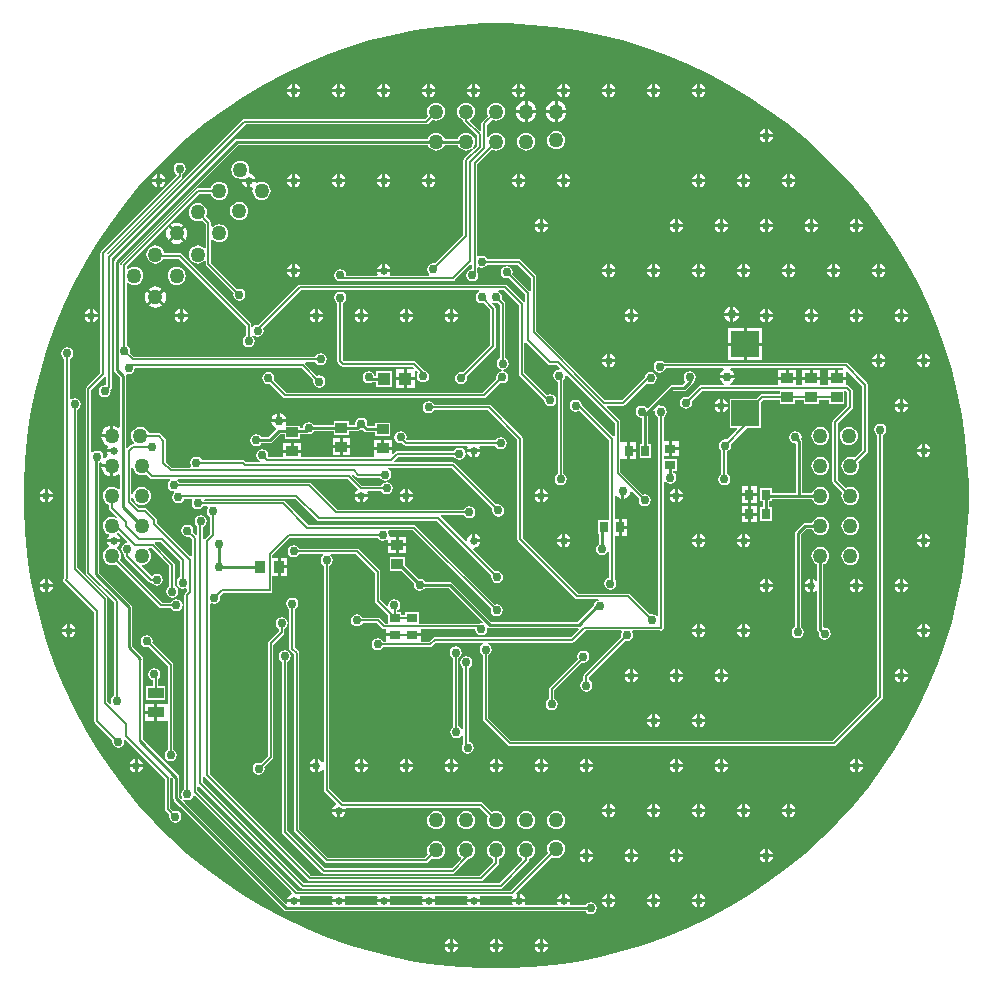
<source format=gbr>
%TF.GenerationSoftware,Altium Limited,Altium Designer,18.1.6 (161)*%
G04 Layer_Physical_Order=2*
G04 Layer_Color=16711680*
%FSLAX26Y26*%
%MOIN*%
%TF.FileFunction,Copper,L2,Bot,Signal*%
%TF.Part,Single*%
G01*
G75*
%TA.AperFunction,SMDPad,CuDef*%
%ADD11R,0.027559X0.035433*%
%ADD13R,0.039370X0.035433*%
%ADD16R,0.053150X0.037402*%
%ADD17R,0.035433X0.039370*%
%ADD22R,0.035433X0.027559*%
%TA.AperFunction,Conductor*%
%ADD31C,0.008000*%
%ADD32C,0.010000*%
%TA.AperFunction,ComponentPad*%
%ADD34C,0.050000*%
%TA.AperFunction,ViaPad*%
%ADD35C,0.025000*%
%ADD36C,0.030000*%
%TA.AperFunction,SMDPad,CuDef*%
%ADD37R,0.043307X0.043307*%
%ADD38R,0.092520X0.086614*%
G36*
X3265491Y4720615D02*
X3342437Y4713037D01*
X3418919Y4701692D01*
X3494751Y4686608D01*
X3569753Y4667821D01*
X3643742Y4645377D01*
X3716541Y4619329D01*
X3787974Y4589740D01*
X3857869Y4556682D01*
X3926058Y4520235D01*
X3992376Y4480485D01*
X4056664Y4437529D01*
X4118767Y4391471D01*
X4178535Y4342420D01*
X4235824Y4290496D01*
X4290496Y4235824D01*
X4342420Y4178535D01*
X4391471Y4118767D01*
X4437529Y4056664D01*
X4480485Y3992376D01*
X4520235Y3926058D01*
X4556682Y3857869D01*
X4589740Y3787974D01*
X4619329Y3716541D01*
X4645377Y3643742D01*
X4667821Y3569753D01*
X4686608Y3494751D01*
X4701692Y3418919D01*
X4713037Y3342437D01*
X4720615Y3265491D01*
X4724409Y3188265D01*
Y3149606D01*
Y3110947D01*
X4720615Y3033722D01*
X4713037Y2956776D01*
X4701692Y2880294D01*
X4686608Y2804461D01*
X4667821Y2729460D01*
X4645377Y2655470D01*
X4619329Y2582672D01*
X4589740Y2511239D01*
X4556682Y2441344D01*
X4520235Y2373155D01*
X4480485Y2306836D01*
X4437529Y2242548D01*
X4391471Y2180446D01*
X4342420Y2120678D01*
X4290496Y2063389D01*
X4235824Y2008716D01*
X4178535Y1956792D01*
X4118767Y1907742D01*
X4056664Y1861683D01*
X3992376Y1818727D01*
X3926058Y1778978D01*
X3857869Y1742530D01*
X3787974Y1709472D01*
X3716541Y1679884D01*
X3643742Y1653836D01*
X3569753Y1631391D01*
X3494751Y1612605D01*
X3418919Y1597521D01*
X3342437Y1586176D01*
X3265491Y1578597D01*
X3188265Y1574803D01*
X3110947D01*
X3033722Y1578597D01*
X2956776Y1586176D01*
X2880294Y1597521D01*
X2804461Y1612605D01*
X2729460Y1631391D01*
X2655470Y1653836D01*
X2582672Y1679884D01*
X2511239Y1709472D01*
X2441344Y1742530D01*
X2373155Y1778978D01*
X2306836Y1818727D01*
X2242548Y1861683D01*
X2180446Y1907742D01*
X2120678Y1956792D01*
X2063389Y2008716D01*
X2008716Y2063389D01*
X1956792Y2120678D01*
X1907742Y2180446D01*
X1861683Y2242548D01*
X1818727Y2306836D01*
X1778978Y2373155D01*
X1742530Y2441344D01*
X1709472Y2511239D01*
X1679884Y2582672D01*
X1653836Y2655470D01*
X1631391Y2729460D01*
X1612605Y2804461D01*
X1597521Y2880294D01*
X1586176Y2956776D01*
X1578597Y3033722D01*
X1574803Y3110947D01*
Y3149606D01*
Y3188265D01*
X1578597Y3265491D01*
X1586176Y3342437D01*
X1597521Y3418919D01*
X1612605Y3494751D01*
X1631391Y3569753D01*
X1653836Y3643742D01*
X1679884Y3716541D01*
X1709472Y3787974D01*
X1742530Y3857869D01*
X1778978Y3926058D01*
X1818727Y3992376D01*
X1861683Y4056664D01*
X1907742Y4118767D01*
X1956792Y4178535D01*
X2008716Y4235824D01*
X2063389Y4290496D01*
X2120678Y4342420D01*
X2180446Y4391471D01*
X2242548Y4437529D01*
X2306836Y4480485D01*
X2373155Y4520235D01*
X2441344Y4556682D01*
X2511239Y4589740D01*
X2582672Y4619329D01*
X2655470Y4645377D01*
X2729460Y4667821D01*
X2804461Y4686608D01*
X2880294Y4701692D01*
X2956776Y4713037D01*
X3033722Y4720615D01*
X3110947Y4724409D01*
X3188265D01*
X3265491Y4720615D01*
D02*
G37*
%LPC*%
G36*
X3830000Y4521946D02*
Y4505000D01*
X3846946D01*
X3846195Y4508779D01*
X3841222Y4516222D01*
X3833779Y4521194D01*
X3830000Y4521946D01*
D02*
G37*
G36*
X3820000D02*
X3816221Y4521194D01*
X3808778Y4516222D01*
X3803805Y4508779D01*
X3803054Y4505000D01*
X3820000D01*
Y4521946D01*
D02*
G37*
G36*
X3680000D02*
Y4505000D01*
X3696946D01*
X3696195Y4508779D01*
X3691222Y4516222D01*
X3683779Y4521194D01*
X3680000Y4521946D01*
D02*
G37*
G36*
X3670000D02*
X3666221Y4521194D01*
X3658778Y4516222D01*
X3653805Y4508779D01*
X3653054Y4505000D01*
X3670000D01*
Y4521946D01*
D02*
G37*
G36*
X3530000D02*
Y4505000D01*
X3546946D01*
X3546195Y4508779D01*
X3541222Y4516222D01*
X3533779Y4521194D01*
X3530000Y4521946D01*
D02*
G37*
G36*
X3520000D02*
X3516221Y4521194D01*
X3508778Y4516222D01*
X3503805Y4508779D01*
X3503054Y4505000D01*
X3520000D01*
Y4521946D01*
D02*
G37*
G36*
X3380000D02*
Y4505000D01*
X3396946D01*
X3396195Y4508779D01*
X3391222Y4516222D01*
X3383779Y4521194D01*
X3380000Y4521946D01*
D02*
G37*
G36*
X3370000D02*
X3366221Y4521194D01*
X3358778Y4516222D01*
X3353805Y4508779D01*
X3353054Y4505000D01*
X3370000D01*
Y4521946D01*
D02*
G37*
G36*
X3230000D02*
Y4505000D01*
X3246946D01*
X3246195Y4508779D01*
X3241222Y4516222D01*
X3233779Y4521194D01*
X3230000Y4521946D01*
D02*
G37*
G36*
X3220000D02*
X3216221Y4521194D01*
X3208778Y4516222D01*
X3203805Y4508779D01*
X3203054Y4505000D01*
X3220000D01*
Y4521946D01*
D02*
G37*
G36*
X3080000D02*
Y4505000D01*
X3096946D01*
X3096195Y4508779D01*
X3091222Y4516222D01*
X3083779Y4521194D01*
X3080000Y4521946D01*
D02*
G37*
G36*
X3070000D02*
X3066221Y4521194D01*
X3058778Y4516222D01*
X3053805Y4508779D01*
X3053054Y4505000D01*
X3070000D01*
Y4521946D01*
D02*
G37*
G36*
X2930000D02*
Y4505000D01*
X2946946D01*
X2946195Y4508779D01*
X2941222Y4516222D01*
X2933779Y4521194D01*
X2930000Y4521946D01*
D02*
G37*
G36*
X2920000D02*
X2916221Y4521194D01*
X2908778Y4516222D01*
X2903805Y4508779D01*
X2903054Y4505000D01*
X2920000D01*
Y4521946D01*
D02*
G37*
G36*
X2780000D02*
Y4505000D01*
X2796946D01*
X2796195Y4508779D01*
X2791222Y4516222D01*
X2783779Y4521194D01*
X2780000Y4521946D01*
D02*
G37*
G36*
X2770000D02*
X2766221Y4521194D01*
X2758778Y4516222D01*
X2753805Y4508779D01*
X2753054Y4505000D01*
X2770000D01*
Y4521946D01*
D02*
G37*
G36*
X2630000D02*
Y4505000D01*
X2646946D01*
X2646195Y4508779D01*
X2641222Y4516222D01*
X2633779Y4521194D01*
X2630000Y4521946D01*
D02*
G37*
G36*
X2620000D02*
X2616221Y4521194D01*
X2608778Y4516222D01*
X2603805Y4508779D01*
X2603054Y4505000D01*
X2620000D01*
Y4521946D01*
D02*
G37*
G36*
X2480000D02*
Y4505000D01*
X2496946D01*
X2496195Y4508779D01*
X2491222Y4516222D01*
X2483779Y4521194D01*
X2480000Y4521946D01*
D02*
G37*
G36*
X2470000D02*
X2466221Y4521194D01*
X2458778Y4516222D01*
X2453805Y4508779D01*
X2453054Y4505000D01*
X2470000D01*
Y4521946D01*
D02*
G37*
G36*
X3846946Y4495000D02*
X3830000D01*
Y4478054D01*
X3833779Y4478806D01*
X3841222Y4483778D01*
X3846195Y4491221D01*
X3846946Y4495000D01*
D02*
G37*
G36*
X3820000D02*
X3803054D01*
X3803805Y4491221D01*
X3808778Y4483778D01*
X3816221Y4478806D01*
X3820000Y4478054D01*
Y4495000D01*
D02*
G37*
G36*
X3696946D02*
X3680000D01*
Y4478054D01*
X3683779Y4478806D01*
X3691222Y4483778D01*
X3696195Y4491221D01*
X3696946Y4495000D01*
D02*
G37*
G36*
X3670000D02*
X3653054D01*
X3653805Y4491221D01*
X3658778Y4483778D01*
X3666221Y4478806D01*
X3670000Y4478054D01*
Y4495000D01*
D02*
G37*
G36*
X3546946D02*
X3530000D01*
Y4478054D01*
X3533779Y4478806D01*
X3541222Y4483778D01*
X3546195Y4491221D01*
X3546946Y4495000D01*
D02*
G37*
G36*
X3520000D02*
X3503054D01*
X3503805Y4491221D01*
X3508778Y4483778D01*
X3516221Y4478806D01*
X3520000Y4478054D01*
Y4495000D01*
D02*
G37*
G36*
X3396946D02*
X3380000D01*
Y4478054D01*
X3383779Y4478806D01*
X3391222Y4483778D01*
X3396195Y4491221D01*
X3396946Y4495000D01*
D02*
G37*
G36*
X3370000D02*
X3353054D01*
X3353805Y4491221D01*
X3358778Y4483778D01*
X3366221Y4478806D01*
X3370000Y4478054D01*
Y4495000D01*
D02*
G37*
G36*
X3246946D02*
X3230000D01*
Y4478054D01*
X3233779Y4478806D01*
X3241222Y4483778D01*
X3246195Y4491221D01*
X3246946Y4495000D01*
D02*
G37*
G36*
X3220000D02*
X3203054D01*
X3203805Y4491221D01*
X3208778Y4483778D01*
X3216221Y4478806D01*
X3220000Y4478054D01*
Y4495000D01*
D02*
G37*
G36*
X3096946D02*
X3080000D01*
Y4478054D01*
X3083779Y4478806D01*
X3091222Y4483778D01*
X3096195Y4491221D01*
X3096946Y4495000D01*
D02*
G37*
G36*
X3070000D02*
X3053054D01*
X3053805Y4491221D01*
X3058778Y4483778D01*
X3066221Y4478806D01*
X3070000Y4478054D01*
Y4495000D01*
D02*
G37*
G36*
X2946946D02*
X2930000D01*
Y4478054D01*
X2933779Y4478806D01*
X2941222Y4483778D01*
X2946195Y4491221D01*
X2946946Y4495000D01*
D02*
G37*
G36*
X2920000D02*
X2903054D01*
X2903805Y4491221D01*
X2908778Y4483778D01*
X2916221Y4478806D01*
X2920000Y4478054D01*
Y4495000D01*
D02*
G37*
G36*
X2796946D02*
X2780000D01*
Y4478054D01*
X2783779Y4478806D01*
X2791222Y4483778D01*
X2796195Y4491221D01*
X2796946Y4495000D01*
D02*
G37*
G36*
X2770000D02*
X2753054D01*
X2753805Y4491221D01*
X2758778Y4483778D01*
X2766221Y4478806D01*
X2770000Y4478054D01*
Y4495000D01*
D02*
G37*
G36*
X2646946D02*
X2630000D01*
Y4478054D01*
X2633779Y4478806D01*
X2641222Y4483778D01*
X2646195Y4491221D01*
X2646946Y4495000D01*
D02*
G37*
G36*
X2620000D02*
X2603054D01*
X2603805Y4491221D01*
X2608778Y4483778D01*
X2616221Y4478806D01*
X2620000Y4478054D01*
Y4495000D01*
D02*
G37*
G36*
X2496946D02*
X2480000D01*
Y4478054D01*
X2483779Y4478806D01*
X2491222Y4483778D01*
X2496195Y4491221D01*
X2496946Y4495000D01*
D02*
G37*
G36*
X2470000D02*
X2453054D01*
X2453805Y4491221D01*
X2458778Y4483778D01*
X2466221Y4478806D01*
X2470000Y4478054D01*
Y4495000D01*
D02*
G37*
G36*
X3354606Y4465353D02*
Y4435709D01*
X3384250D01*
X3383705Y4439846D01*
X3380178Y4448360D01*
X3374568Y4455671D01*
X3367257Y4461281D01*
X3358743Y4464808D01*
X3354606Y4465353D01*
D02*
G37*
G36*
X3254606D02*
Y4435709D01*
X3284250D01*
X3283705Y4439846D01*
X3280178Y4448360D01*
X3274568Y4455671D01*
X3267257Y4461281D01*
X3258743Y4464808D01*
X3254606Y4465353D01*
D02*
G37*
G36*
X3344606Y4465353D02*
X3340469Y4464808D01*
X3331955Y4461281D01*
X3324644Y4455671D01*
X3319034Y4448360D01*
X3315507Y4439846D01*
X3314962Y4435709D01*
X3344606D01*
Y4465353D01*
D02*
G37*
G36*
X3244606D02*
X3240469Y4464808D01*
X3231955Y4461281D01*
X3224644Y4455671D01*
X3219034Y4448360D01*
X3215507Y4439846D01*
X3214962Y4435709D01*
X3244606D01*
Y4465353D01*
D02*
G37*
G36*
Y4425709D02*
X3214962D01*
X3215507Y4421572D01*
X3219034Y4413058D01*
X3224644Y4405747D01*
X3231955Y4400137D01*
X3240469Y4396610D01*
X3244606Y4396065D01*
Y4425709D01*
D02*
G37*
G36*
X3344606D02*
X3314962D01*
X3315507Y4421572D01*
X3319034Y4413058D01*
X3324644Y4405747D01*
X3331955Y4400137D01*
X3340469Y4396610D01*
X3344606Y4396065D01*
Y4425709D01*
D02*
G37*
G36*
X3384250D02*
X3354606D01*
Y4396065D01*
X3358743Y4396610D01*
X3367257Y4400137D01*
X3374568Y4405747D01*
X3380178Y4413058D01*
X3383705Y4421572D01*
X3384250Y4425709D01*
D02*
G37*
G36*
X3284250D02*
X3254606D01*
Y4396065D01*
X3258743Y4396610D01*
X3267257Y4400137D01*
X3274568Y4405747D01*
X3280178Y4413058D01*
X3283705Y4421572D01*
X3284250Y4425709D01*
D02*
G37*
G36*
X3149606Y4460968D02*
X3141774Y4459937D01*
X3134477Y4456914D01*
X3128210Y4452105D01*
X3123401Y4445838D01*
X3120378Y4438541D01*
X3119347Y4430709D01*
X3120378Y4422877D01*
X3122844Y4416924D01*
X3103511Y4397592D01*
X3101522Y4394615D01*
X3100824Y4391103D01*
Y4368686D01*
X3096204Y4366773D01*
X3063489Y4399488D01*
X3064242Y4403272D01*
X3065193Y4404855D01*
X3071002Y4409313D01*
X3075811Y4415580D01*
X3078834Y4422877D01*
X3079865Y4430709D01*
X3078834Y4438541D01*
X3075811Y4445838D01*
X3071002Y4452105D01*
X3064735Y4456914D01*
X3057438Y4459937D01*
X3049606Y4460968D01*
X3041774Y4459937D01*
X3034477Y4456914D01*
X3028210Y4452105D01*
X3023401Y4445838D01*
X3020378Y4438541D01*
X3019347Y4430709D01*
X3020378Y4422877D01*
X3023401Y4415580D01*
X3028210Y4409313D01*
X3034477Y4404504D01*
X3040430Y4402038D01*
Y4400394D01*
X3041128Y4396882D01*
X3043117Y4393905D01*
X3085824Y4351199D01*
Y4317186D01*
X3075174Y4306536D01*
X3071407Y4309840D01*
X3075811Y4315580D01*
X3078834Y4322877D01*
X3079865Y4330709D01*
X3078834Y4338541D01*
X3075811Y4345838D01*
X3071002Y4352105D01*
X3064735Y4356914D01*
X3057438Y4359937D01*
X3049606Y4360968D01*
X3041774Y4359937D01*
X3034477Y4356914D01*
X3028210Y4352105D01*
X3023401Y4345838D01*
X3021357Y4340905D01*
X2977855D01*
X2975811Y4345838D01*
X2971002Y4352105D01*
X2964735Y4356914D01*
X2957438Y4359937D01*
X2949606Y4360968D01*
X2941774Y4359937D01*
X2934477Y4356914D01*
X2928210Y4352105D01*
X2923401Y4345838D01*
X2921357Y4340905D01*
X2285709D01*
X2281807Y4340129D01*
X2278499Y4337919D01*
X1877790Y3937210D01*
X1875580Y3933902D01*
X1874804Y3930000D01*
Y3570000D01*
X1875580Y3566098D01*
X1877790Y3562790D01*
X1894804Y3545777D01*
Y3379844D01*
X1889804Y3377378D01*
X1886155Y3380178D01*
X1877641Y3383705D01*
X1873504Y3384250D01*
Y3349606D01*
X1868504D01*
Y3344606D01*
X1833860D01*
X1834405Y3340469D01*
X1837932Y3331955D01*
X1843542Y3324644D01*
X1850853Y3319034D01*
X1854891Y3317361D01*
X1856343Y3312576D01*
X1853805Y3308779D01*
X1853054Y3305000D01*
X1875000D01*
Y3295000D01*
X1853054D01*
X1853805Y3291221D01*
X1856112Y3287769D01*
X1854235Y3281579D01*
X1850853Y3280178D01*
X1844566Y3275354D01*
X1840798Y3277072D01*
X1839961Y3277835D01*
X1840392Y3280000D01*
X1838840Y3287804D01*
X1834419Y3294419D01*
X1827804Y3298840D01*
X1820000Y3300392D01*
X1812196Y3298840D01*
X1805581Y3294419D01*
X1805176Y3293814D01*
X1800176Y3295331D01*
Y3503695D01*
X1845824Y3549343D01*
X1848507Y3548838D01*
X1850824Y3547496D01*
Y3521284D01*
X1846959Y3518112D01*
X1845000Y3518502D01*
X1837196Y3516950D01*
X1830581Y3512529D01*
X1826160Y3505914D01*
X1824608Y3498110D01*
X1826160Y3490307D01*
X1830581Y3483691D01*
X1837196Y3479271D01*
X1845000Y3477718D01*
X1852804Y3479271D01*
X1859419Y3483691D01*
X1863840Y3490307D01*
X1865392Y3498110D01*
X1864162Y3504295D01*
X1866489Y3506622D01*
X1868478Y3509599D01*
X1869176Y3513110D01*
Y3942258D01*
X2314790Y4387872D01*
X2915945D01*
X2919456Y4388570D01*
X2922434Y4390559D01*
X2935821Y4403947D01*
X2941774Y4401481D01*
X2949606Y4400450D01*
X2957438Y4401481D01*
X2964735Y4404504D01*
X2971002Y4409313D01*
X2975811Y4415580D01*
X2978834Y4422877D01*
X2979865Y4430709D01*
X2978834Y4438541D01*
X2975811Y4445838D01*
X2971002Y4452105D01*
X2964735Y4456914D01*
X2957438Y4459937D01*
X2949606Y4460968D01*
X2941774Y4459937D01*
X2934477Y4456914D01*
X2928210Y4452105D01*
X2923401Y4445838D01*
X2920378Y4438541D01*
X2919347Y4430709D01*
X2920378Y4422877D01*
X2922844Y4416924D01*
X2912144Y4406224D01*
X2310989D01*
X2307477Y4405526D01*
X2304500Y4403537D01*
X1857516Y3956552D01*
X1853404Y3957005D01*
X1851995Y3958102D01*
X1852113Y3959136D01*
X2101489Y4208511D01*
X2103478Y4211488D01*
X2104176Y4215000D01*
Y4222078D01*
X2109419Y4225581D01*
X2113840Y4232196D01*
X2115392Y4240000D01*
X2113840Y4247804D01*
X2109419Y4254419D01*
X2102804Y4258840D01*
X2095000Y4260392D01*
X2087196Y4258840D01*
X2080581Y4254419D01*
X2076160Y4247804D01*
X2074608Y4240000D01*
X2076160Y4232196D01*
X2080581Y4225581D01*
X2084231Y4223141D01*
X2084628Y4217605D01*
X1833511Y3966489D01*
X1831522Y3963512D01*
X1830824Y3960000D01*
Y3560297D01*
X1784511Y3513985D01*
X1782522Y3511008D01*
X1781824Y3507496D01*
Y2894000D01*
X1782522Y2890488D01*
X1784511Y2887511D01*
X1875824Y2796199D01*
Y2482922D01*
X1870581Y2479419D01*
X1866160Y2472804D01*
X1864608Y2465000D01*
X1865741Y2459308D01*
X1861132Y2456845D01*
X1854176Y2463801D01*
Y2805000D01*
X1853478Y2808512D01*
X1851489Y2811489D01*
X1754176Y2908801D01*
Y3436881D01*
X1759419Y3440384D01*
X1763840Y3446999D01*
X1765392Y3454803D01*
X1763840Y3462607D01*
X1759419Y3469222D01*
X1752804Y3473643D01*
X1745000Y3475195D01*
X1737196Y3473643D01*
X1734176Y3471625D01*
X1729176Y3474297D01*
Y3607078D01*
X1734419Y3610581D01*
X1738840Y3617196D01*
X1740392Y3625000D01*
X1738840Y3632804D01*
X1734419Y3639419D01*
X1727804Y3643840D01*
X1720000Y3645392D01*
X1712196Y3643840D01*
X1705581Y3639419D01*
X1701160Y3632804D01*
X1699608Y3625000D01*
X1701160Y3617196D01*
X1705581Y3610581D01*
X1710824Y3607078D01*
Y2878801D01*
X1708511Y2876489D01*
X1706522Y2873512D01*
X1705824Y2870000D01*
X1706522Y2866488D01*
X1708511Y2863511D01*
X1810824Y2761199D01*
Y2400000D01*
X1811522Y2396488D01*
X1813511Y2393511D01*
X1870838Y2336184D01*
X1869608Y2330000D01*
X1871160Y2322196D01*
X1875581Y2315581D01*
X1882196Y2311160D01*
X1890000Y2309608D01*
X1897804Y2311160D01*
X1904419Y2315581D01*
X1908840Y2322196D01*
X1910392Y2330000D01*
X1909493Y2334517D01*
X1914101Y2336980D01*
X1942889Y2308193D01*
X1943015Y2308003D01*
X2045824Y2205195D01*
Y2105000D01*
X2046522Y2101488D01*
X2048511Y2098511D01*
X2060838Y2086184D01*
X2059608Y2080000D01*
X2061160Y2072196D01*
X2065581Y2065581D01*
X2072196Y2061160D01*
X2080000Y2059608D01*
X2087804Y2061160D01*
X2094419Y2065581D01*
X2098840Y2072196D01*
X2100392Y2080000D01*
X2098840Y2087804D01*
X2094419Y2094419D01*
X2087804Y2098840D01*
X2080000Y2100392D01*
X2073816Y2099162D01*
X2064176Y2108801D01*
Y2208996D01*
X2064093Y2209417D01*
X2068701Y2211880D01*
X2073804Y2206777D01*
Y2141355D01*
X2074580Y2137454D01*
X2076790Y2134146D01*
X2097075Y2113861D01*
X2097790Y2112790D01*
X2442790Y1767790D01*
X2446098Y1765580D01*
X2450000Y1764804D01*
X3447759D01*
X3450581Y1760581D01*
X3457196Y1756160D01*
X3465000Y1754608D01*
X3472804Y1756160D01*
X3479419Y1760581D01*
X3483840Y1767196D01*
X3485392Y1775000D01*
X3483840Y1782804D01*
X3479419Y1789419D01*
X3472804Y1793840D01*
X3465000Y1795392D01*
X3457196Y1793840D01*
X3450581Y1789419D01*
X3447759Y1785196D01*
X3397472D01*
X3395115Y1789606D01*
X3396195Y1791221D01*
X3396946Y1795000D01*
X3353054D01*
X3353805Y1791221D01*
X3354885Y1789606D01*
X3352528Y1785196D01*
X3247472D01*
X3245115Y1789606D01*
X3246195Y1791221D01*
X3246946Y1795000D01*
X3203054D01*
X3203805Y1791221D01*
X3204885Y1789606D01*
X3202528Y1785196D01*
X3097472D01*
X3095115Y1789606D01*
X3096195Y1791221D01*
X3096946Y1795000D01*
X3053054D01*
X3053805Y1791221D01*
X3054885Y1789606D01*
X3052528Y1785196D01*
X2947472D01*
X2945115Y1789606D01*
X2946195Y1791221D01*
X2946946Y1795000D01*
X2903054D01*
X2903805Y1791221D01*
X2904885Y1789606D01*
X2902528Y1785196D01*
X2797472D01*
X2795115Y1789606D01*
X2796195Y1791221D01*
X2796946Y1795000D01*
X2753054D01*
X2753805Y1791221D01*
X2754885Y1789606D01*
X2752528Y1785196D01*
X2647472D01*
X2645115Y1789606D01*
X2646195Y1791221D01*
X2646946Y1795000D01*
X2603054D01*
X2603805Y1791221D01*
X2604885Y1789606D01*
X2602528Y1785196D01*
X2497472D01*
X2495115Y1789606D01*
X2496195Y1791221D01*
X2496946Y1795000D01*
X2453054D01*
X2453442Y1793048D01*
X2448834Y1790585D01*
X2112925Y2126494D01*
X2112210Y2127565D01*
X2104455Y2135320D01*
X2107642Y2139204D01*
X2112196Y2136160D01*
X2120000Y2134608D01*
X2127804Y2136160D01*
X2134419Y2140581D01*
X2138840Y2147196D01*
X2139314Y2149579D01*
X2144739Y2151225D01*
X2469601Y1826363D01*
X2468150Y1821578D01*
X2466221Y1821195D01*
X2458778Y1816222D01*
X2453805Y1808779D01*
X2453054Y1805000D01*
X2496946D01*
X2496195Y1808779D01*
X2494434Y1811414D01*
X2496791Y1815824D01*
X2603209D01*
X2605566Y1811414D01*
X2603805Y1808779D01*
X2603054Y1805000D01*
X2646946D01*
X2646195Y1808779D01*
X2644434Y1811414D01*
X2646791Y1815824D01*
X2753209D01*
X2755566Y1811414D01*
X2753805Y1808779D01*
X2753054Y1805000D01*
X2796946D01*
X2796195Y1808779D01*
X2794434Y1811414D01*
X2796791Y1815824D01*
X2903209D01*
X2905566Y1811414D01*
X2903805Y1808779D01*
X2903054Y1805000D01*
X2946946D01*
X2946195Y1808779D01*
X2944434Y1811414D01*
X2946791Y1815824D01*
X3053209D01*
X3055566Y1811414D01*
X3053805Y1808779D01*
X3053054Y1805000D01*
X3096946D01*
X3096195Y1808779D01*
X3094434Y1811414D01*
X3096791Y1815824D01*
X3201102D01*
X3202713Y1816144D01*
X3205794Y1811755D01*
X3203805Y1808779D01*
X3203054Y1805000D01*
X3220000D01*
Y1821946D01*
X3217624Y1821474D01*
X3215041Y1825962D01*
X3335821Y1946742D01*
X3341774Y1944276D01*
X3349606Y1943245D01*
X3357438Y1944276D01*
X3364735Y1947299D01*
X3371002Y1952108D01*
X3375811Y1958375D01*
X3378834Y1965672D01*
X3379865Y1973504D01*
X3378834Y1981336D01*
X3375811Y1988633D01*
X3371002Y1994900D01*
X3364735Y1999709D01*
X3357438Y2002732D01*
X3349606Y2003763D01*
X3341774Y2002732D01*
X3334477Y1999709D01*
X3328210Y1994900D01*
X3323401Y1988633D01*
X3320378Y1981336D01*
X3319347Y1973504D01*
X3320378Y1965672D01*
X3322844Y1959719D01*
X3197301Y1834176D01*
X2487742D01*
X2154176Y2167742D01*
Y2180775D01*
X2159176Y2182847D01*
X2498511Y1843511D01*
X2501488Y1841522D01*
X2505000Y1840824D01*
X3165000D01*
X3168512Y1841522D01*
X3171489Y1843511D01*
X3256095Y1928117D01*
X3258084Y1931094D01*
X3258782Y1934606D01*
Y1939833D01*
X3264735Y1942299D01*
X3271002Y1947108D01*
X3275811Y1953375D01*
X3278834Y1960672D01*
X3279865Y1968504D01*
X3278834Y1976336D01*
X3275811Y1983633D01*
X3271002Y1989900D01*
X3264735Y1994709D01*
X3257438Y1997732D01*
X3249606Y1998763D01*
X3241774Y1997732D01*
X3234477Y1994709D01*
X3228210Y1989900D01*
X3223401Y1983633D01*
X3220378Y1976336D01*
X3219347Y1968504D01*
X3220378Y1960672D01*
X3223401Y1953375D01*
X3228210Y1947108D01*
X3234477Y1942299D01*
X3236438Y1941486D01*
X3237611Y1935589D01*
X3161199Y1859176D01*
X2508801D01*
X2171676Y2196301D01*
Y3045936D01*
X2172804Y3046160D01*
X2179419Y3050581D01*
X2183840Y3057196D01*
X2185392Y3065000D01*
X2183840Y3072804D01*
X2179419Y3079419D01*
X2172804Y3083840D01*
X2165000Y3085392D01*
X2157196Y3083840D01*
X2150581Y3079419D01*
X2146160Y3072804D01*
X2144608Y3065000D01*
X2146160Y3057196D01*
X2150581Y3050581D01*
X2153324Y3048748D01*
Y3020386D01*
X2148324Y3018315D01*
X2139162Y3027477D01*
X2140392Y3033661D01*
X2138840Y3041465D01*
X2134419Y3048080D01*
X2127804Y3052501D01*
X2120000Y3054053D01*
X2112196Y3052501D01*
X2105581Y3048080D01*
X2101160Y3041465D01*
X2099608Y3033661D01*
X2101160Y3025858D01*
X2105581Y3019242D01*
X2112196Y3014822D01*
X2120000Y3013269D01*
X2126184Y3014499D01*
X2135824Y3004860D01*
Y2949225D01*
X2130824Y2947153D01*
X2019176Y3058801D01*
Y3070000D01*
X2018478Y3073512D01*
X2016489Y3076489D01*
X1986489Y3106489D01*
X1983512Y3108478D01*
X1980000Y3109176D01*
X1958801D01*
X1934176Y3133801D01*
Y3142205D01*
X1939176Y3142532D01*
X1939276Y3141774D01*
X1942299Y3134477D01*
X1947108Y3128210D01*
X1953375Y3123401D01*
X1960672Y3120378D01*
X1968504Y3119347D01*
X1976336Y3120378D01*
X1983633Y3123401D01*
X1989900Y3128210D01*
X1994709Y3134477D01*
X1997732Y3141774D01*
X1998763Y3149606D01*
X1997732Y3157438D01*
X1994709Y3164735D01*
X1989900Y3171002D01*
X1983633Y3175811D01*
X1976336Y3178834D01*
X1968504Y3179865D01*
X1960672Y3178834D01*
X1953375Y3175811D01*
X1947108Y3171002D01*
X1942299Y3164735D01*
X1939276Y3157438D01*
X1939176Y3156680D01*
X1934176Y3157007D01*
Y3242205D01*
X1939176Y3242532D01*
X1939276Y3241774D01*
X1942299Y3234477D01*
X1947108Y3228210D01*
X1953375Y3223401D01*
X1960672Y3220378D01*
X1968504Y3219347D01*
X1976336Y3220378D01*
X1982289Y3222844D01*
X1996621Y3208511D01*
X1999598Y3206522D01*
X2003110Y3205824D01*
X2061166D01*
X2062683Y3200824D01*
X2060581Y3199419D01*
X2056160Y3192804D01*
X2054608Y3185000D01*
X2056160Y3177196D01*
X2060581Y3170581D01*
X2067196Y3166160D01*
X2074497Y3164708D01*
X2075293Y3163204D01*
X2076021Y3159713D01*
X2075581Y3159419D01*
X2071160Y3152804D01*
X2069608Y3145000D01*
X2071160Y3137196D01*
X2075581Y3130581D01*
X2082196Y3126160D01*
X2090000Y3124608D01*
X2097804Y3126160D01*
X2104419Y3130581D01*
X2108840Y3137196D01*
X2109362Y3139824D01*
X2134838D01*
X2137510Y3134824D01*
X2136160Y3132804D01*
X2134608Y3125000D01*
X2136160Y3117196D01*
X2140581Y3110581D01*
X2147196Y3106160D01*
X2155000Y3104608D01*
X2162804Y3106160D01*
X2169419Y3110581D01*
X2172922Y3115824D01*
X2187197D01*
X2189441Y3110824D01*
X2186160Y3105914D01*
X2184608Y3098110D01*
X2186160Y3090306D01*
X2190581Y3083691D01*
X2195824Y3080188D01*
Y3023801D01*
X2179511Y3007489D01*
X2177522Y3004512D01*
X2176824Y3001000D01*
Y2219000D01*
X2177522Y2215488D01*
X2179511Y2212511D01*
X2523511Y1868511D01*
X2526488Y1866522D01*
X2530000Y1865824D01*
X3098110D01*
X3101622Y1866522D01*
X3104599Y1868511D01*
X3156095Y1920007D01*
X3158084Y1922984D01*
X3158782Y1926496D01*
Y1939833D01*
X3164735Y1942299D01*
X3171002Y1947108D01*
X3175811Y1953375D01*
X3178834Y1960672D01*
X3179865Y1968504D01*
X3178834Y1976336D01*
X3175811Y1983633D01*
X3171002Y1989900D01*
X3164735Y1994709D01*
X3157438Y1997732D01*
X3149606Y1998763D01*
X3141774Y1997732D01*
X3134477Y1994709D01*
X3128210Y1989900D01*
X3123401Y1983633D01*
X3120378Y1976336D01*
X3119347Y1968504D01*
X3120378Y1960672D01*
X3123401Y1953375D01*
X3128210Y1947108D01*
X3134477Y1942299D01*
X3140430Y1939833D01*
Y1930297D01*
X3094309Y1884176D01*
X2533801D01*
X2195176Y2222801D01*
Y2789838D01*
X2200176Y2792510D01*
X2202196Y2791160D01*
X2210000Y2789608D01*
X2217804Y2791160D01*
X2224419Y2795581D01*
X2228840Y2802196D01*
X2230392Y2810000D01*
X2229162Y2816184D01*
X2238801Y2825824D01*
X2395000D01*
X2398512Y2826522D01*
X2401489Y2828511D01*
X2403478Y2831488D01*
X2404176Y2835000D01*
Y2883700D01*
X2421496D01*
Y2913386D01*
Y2943070D01*
X2404176D01*
Y2951199D01*
X2463801Y3010824D01*
X2754243D01*
X2757746Y3005581D01*
X2764362Y3001160D01*
X2772165Y2999608D01*
X2779969Y3001160D01*
X2785315Y3004733D01*
X2790315Y3002849D01*
Y2991496D01*
X2815000D01*
Y3014213D01*
X2795347D01*
X2792175Y3018078D01*
X2792557Y3020000D01*
X2791005Y3027804D01*
X2789655Y3029824D01*
X2792328Y3034824D01*
X2872199D01*
X3132453Y2774570D01*
X3131223Y2768386D01*
X3132775Y2760582D01*
X3137195Y2753966D01*
X3143811Y2749546D01*
X3151614Y2747994D01*
X3159418Y2749546D01*
X3166034Y2753966D01*
X3170454Y2760582D01*
X3172006Y2768386D01*
X3170454Y2776189D01*
X3166034Y2782805D01*
X3159418Y2787225D01*
X3151614Y2788777D01*
X3145430Y2787547D01*
X2882489Y3050489D01*
X2879512Y3052478D01*
X2876000Y3053176D01*
X2524801D01*
X2446331Y3131646D01*
X2446330Y3131647D01*
X2446329Y3131648D01*
X2444706Y3132732D01*
X2443354Y3133635D01*
X2443353Y3133636D01*
X2443352Y3133636D01*
X2441586Y3133987D01*
X2439843Y3134334D01*
X2439841Y3134334D01*
X2439840Y3134334D01*
X2439049Y3134176D01*
X2177813D01*
X2177425Y3134824D01*
X2180258Y3139824D01*
X2480199D01*
X2551511Y3068511D01*
X2554488Y3066522D01*
X2558000Y3065824D01*
X2953758D01*
X3134067Y2885515D01*
X3132837Y2879331D01*
X3134389Y2871527D01*
X3138809Y2864911D01*
X3145425Y2860491D01*
X3153229Y2858939D01*
X3161032Y2860491D01*
X3167648Y2864911D01*
X3172068Y2871527D01*
X3173620Y2879331D01*
X3172068Y2887134D01*
X3167648Y2893750D01*
X3161032Y2898170D01*
X3153229Y2899722D01*
X3147044Y2898492D01*
X3072737Y2972799D01*
X3075457Y2977150D01*
X3083779Y2978805D01*
X3091222Y2983778D01*
X3096195Y2991221D01*
X3096946Y2995000D01*
X3075000D01*
Y3000000D01*
X3070000D01*
Y3021946D01*
X3066221Y3021195D01*
X3058778Y3016222D01*
X3053805Y3008779D01*
X3052150Y3000457D01*
X3047799Y2997737D01*
X2964713Y3080824D01*
X2965217Y3083507D01*
X2966560Y3085824D01*
X3042078D01*
X3045581Y3080581D01*
X3052196Y3076160D01*
X3060000Y3074608D01*
X3067804Y3076160D01*
X3074419Y3080581D01*
X3078840Y3087196D01*
X3080392Y3095000D01*
X3078840Y3102804D01*
X3074419Y3109419D01*
X3067804Y3113840D01*
X3060000Y3115392D01*
X3052196Y3113840D01*
X3045581Y3109419D01*
X3042078Y3104176D01*
X2618801D01*
X2531489Y3191489D01*
X2528512Y3193478D01*
X2525000Y3194176D01*
X2092922D01*
X2089419Y3199419D01*
X2087317Y3200824D01*
X2088834Y3205824D01*
X2656199D01*
X2688199Y3173824D01*
X2687709Y3168848D01*
X2683778Y3166222D01*
X2678805Y3158779D01*
X2678054Y3155000D01*
X2721946D01*
X2721195Y3158779D01*
X2719434Y3161414D01*
X2721791Y3165824D01*
X2767078D01*
X2770581Y3160581D01*
X2777196Y3156160D01*
X2785000Y3154608D01*
X2792804Y3156160D01*
X2799419Y3160581D01*
X2803840Y3167196D01*
X2805392Y3175000D01*
X2803840Y3182804D01*
X2799419Y3189419D01*
X2792804Y3193840D01*
X2785000Y3195392D01*
X2777196Y3193840D01*
X2770581Y3189419D01*
X2767078Y3184176D01*
X2703801D01*
X2670691Y3217287D01*
X2672257Y3222792D01*
X2673855Y3223168D01*
X2683511Y3213511D01*
X2686488Y3211522D01*
X2690000Y3210824D01*
X2762078D01*
X2765581Y3205581D01*
X2772196Y3201160D01*
X2780000Y3199608D01*
X2787804Y3201160D01*
X2794419Y3205581D01*
X2798840Y3212196D01*
X2800392Y3220000D01*
X2798840Y3227804D01*
X2794419Y3234419D01*
X2788664Y3238265D01*
X2789125Y3242295D01*
X2789496Y3243265D01*
X3001593D01*
X3137452Y3107405D01*
X3136222Y3101220D01*
X3137774Y3093417D01*
X3142195Y3086801D01*
X3148811Y3082381D01*
X3156614Y3080829D01*
X3164418Y3082381D01*
X3171033Y3086801D01*
X3175454Y3093417D01*
X3177006Y3101220D01*
X3175454Y3109024D01*
X3171033Y3115640D01*
X3164418Y3120060D01*
X3156614Y3121612D01*
X3150430Y3120382D01*
X3011882Y3258930D01*
X3008905Y3260919D01*
X3005394Y3261617D01*
X2811666D01*
X2809594Y3266617D01*
X2823801Y3280824D01*
X3009597D01*
X3013101Y3275581D01*
X3019716Y3271160D01*
X3027520Y3269608D01*
X3035323Y3271160D01*
X3041939Y3275581D01*
X3046359Y3282196D01*
X3047912Y3290000D01*
X3046359Y3297804D01*
X3041939Y3304419D01*
X3035323Y3308840D01*
X3027520Y3310392D01*
X3019716Y3308840D01*
X3013101Y3304419D01*
X3009597Y3299176D01*
X2820000D01*
X2816488Y3298478D01*
X2813511Y3296489D01*
X2806470Y3289447D01*
X2801850Y3291360D01*
Y3303504D01*
X2742480D01*
Y3280788D01*
X2738148Y3279176D01*
X2499685D01*
Y3293504D01*
X2440315D01*
Y3279176D01*
X2393174D01*
X2390002Y3283041D01*
X2390392Y3285000D01*
X2388840Y3292804D01*
X2384419Y3299419D01*
X2377804Y3303840D01*
X2370000Y3305392D01*
X2362196Y3303840D01*
X2355581Y3299419D01*
X2351160Y3292804D01*
X2349608Y3285000D01*
X2351160Y3277196D01*
X2355581Y3270581D01*
X2361513Y3266617D01*
X2361427Y3263855D01*
X2360681Y3261617D01*
X2315966D01*
X2311095Y3266489D01*
X2308118Y3268478D01*
X2304606Y3269176D01*
X2167922D01*
X2164419Y3274419D01*
X2157804Y3278840D01*
X2150000Y3280392D01*
X2142196Y3278840D01*
X2135581Y3274419D01*
X2131160Y3267804D01*
X2129608Y3260000D01*
X2131160Y3252196D01*
X2133512Y3248676D01*
X2130840Y3243676D01*
X2069301D01*
X2049570Y3263407D01*
Y3334212D01*
X2048872Y3337724D01*
X2046883Y3340701D01*
X2031489Y3356095D01*
X2028512Y3358084D01*
X2025000Y3358782D01*
X1992175D01*
X1989709Y3364735D01*
X1984900Y3371002D01*
X1978633Y3375811D01*
X1971336Y3378834D01*
X1963504Y3379865D01*
X1955672Y3378834D01*
X1948375Y3375811D01*
X1942108Y3371002D01*
X1937299Y3364735D01*
X1934276Y3357438D01*
X1933245Y3349606D01*
X1934276Y3341774D01*
X1937299Y3334477D01*
X1942108Y3328210D01*
X1942798Y3327680D01*
X1941100Y3322680D01*
X1938504D01*
X1934993Y3321982D01*
X1932015Y3319993D01*
X1920196Y3308173D01*
X1915196Y3310244D01*
Y3550000D01*
X1914813Y3551925D01*
X1915252Y3552704D01*
X1918551Y3555767D01*
X1918742Y3555853D01*
X1925000Y3554608D01*
X1932804Y3556160D01*
X1939419Y3560581D01*
X1943840Y3567196D01*
X1945392Y3575000D01*
X1946068Y3575824D01*
X2502144D01*
X2540838Y3537130D01*
X2539608Y3530945D01*
X2541160Y3523141D01*
X2545581Y3516526D01*
X2552196Y3512105D01*
X2560000Y3510553D01*
X2567804Y3512105D01*
X2574419Y3516526D01*
X2578840Y3523141D01*
X2580392Y3530945D01*
X2578840Y3538749D01*
X2574419Y3545364D01*
X2567804Y3549785D01*
X2560000Y3551337D01*
X2553816Y3550107D01*
X2513099Y3590824D01*
X2513603Y3593507D01*
X2514945Y3595824D01*
X2547078D01*
X2550581Y3590581D01*
X2557196Y3586160D01*
X2565000Y3584608D01*
X2572804Y3586160D01*
X2579419Y3590581D01*
X2583840Y3597196D01*
X2585392Y3605000D01*
X2583840Y3612804D01*
X2579419Y3619419D01*
X2572804Y3623840D01*
X2565000Y3625392D01*
X2557196Y3623840D01*
X2550581Y3619419D01*
X2547078Y3614176D01*
X1941951D01*
X1929162Y3626965D01*
X1930392Y3633150D01*
X1928840Y3640953D01*
X1924419Y3647569D01*
X1919176Y3651072D01*
Y3858186D01*
X1924176Y3860652D01*
X1928449Y3857374D01*
X1935747Y3854351D01*
X1943579Y3853320D01*
X1951410Y3854351D01*
X1958708Y3857374D01*
X1964975Y3862182D01*
X1969784Y3868449D01*
X1972806Y3875747D01*
X1973838Y3883579D01*
X1972807Y3891410D01*
X1969784Y3898708D01*
X1964975Y3904975D01*
X1958708Y3909784D01*
X1951410Y3912807D01*
X1943579Y3913838D01*
X1935747Y3912806D01*
X1928449Y3909784D01*
X1923755Y3906182D01*
X1918755Y3908277D01*
Y3915778D01*
X2160222Y4157245D01*
X2197751D01*
X2200216Y4151292D01*
X2205025Y4145025D01*
X2211292Y4140216D01*
X2218590Y4137194D01*
X2226421Y4136162D01*
X2234253Y4137193D01*
X2241551Y4140216D01*
X2247818Y4145025D01*
X2252626Y4151292D01*
X2255649Y4158590D01*
X2256680Y4166421D01*
X2255649Y4174253D01*
X2252626Y4181551D01*
X2247818Y4187818D01*
X2241551Y4192626D01*
X2234253Y4195649D01*
X2226421Y4196680D01*
X2218590Y4195649D01*
X2211292Y4192626D01*
X2205025Y4187818D01*
X2200216Y4181551D01*
X2197751Y4175598D01*
X2156421D01*
X2152910Y4174899D01*
X2149933Y4172910D01*
X1903090Y3926067D01*
X1901101Y3923090D01*
X1900402Y3919579D01*
Y3869074D01*
X1900824Y3866956D01*
Y3655986D01*
X1900196Y3655610D01*
X1895196Y3658443D01*
Y3925777D01*
X2289932Y4320513D01*
X2921357D01*
X2923401Y4315580D01*
X2928210Y4309313D01*
X2934477Y4304504D01*
X2941774Y4301481D01*
X2949606Y4300450D01*
X2957438Y4301481D01*
X2964735Y4304504D01*
X2971002Y4309313D01*
X2975811Y4315580D01*
X2977855Y4320513D01*
X3021357D01*
X3023401Y4315580D01*
X3028210Y4309313D01*
X3034477Y4304504D01*
X3041774Y4301481D01*
X3049606Y4300450D01*
X3057438Y4301481D01*
X3064735Y4304504D01*
X3070476Y4308908D01*
X3073779Y4305141D01*
X3043117Y4274479D01*
X3041128Y4271502D01*
X3040430Y4267991D01*
Y4018407D01*
X2946184Y3924162D01*
X2940000Y3925392D01*
X2932196Y3923840D01*
X2925581Y3919419D01*
X2921160Y3912804D01*
X2919608Y3905000D01*
X2921160Y3897196D01*
X2925581Y3890581D01*
X2927683Y3889176D01*
X2926166Y3884176D01*
X2796791D01*
X2794434Y3888586D01*
X2796195Y3891221D01*
X2796946Y3895000D01*
X2753054D01*
X2753805Y3891221D01*
X2755566Y3888586D01*
X2753209Y3884176D01*
X2651068D01*
X2650392Y3885000D01*
X2648840Y3892804D01*
X2644419Y3899419D01*
X2637804Y3903840D01*
X2630000Y3905392D01*
X2622196Y3903840D01*
X2615581Y3899419D01*
X2611160Y3892804D01*
X2609608Y3885000D01*
X2611160Y3877196D01*
X2615581Y3870581D01*
X2622196Y3866160D01*
X2630000Y3864608D01*
X2637804Y3866160D01*
X2637919Y3866238D01*
X2640000Y3865824D01*
X3004606D01*
X3008118Y3866522D01*
X3011095Y3868511D01*
X3064212Y3921629D01*
X3068832Y3919715D01*
Y3905159D01*
X3062196Y3903840D01*
X3055581Y3899419D01*
X3051160Y3892804D01*
X3049608Y3885000D01*
X3051160Y3877196D01*
X3055581Y3870581D01*
X3062196Y3866160D01*
X3070000Y3864608D01*
X3077804Y3866160D01*
X3084419Y3870581D01*
X3088840Y3877196D01*
X3090392Y3885000D01*
X3088840Y3892804D01*
X3087184Y3895281D01*
Y3909838D01*
X3092184Y3912510D01*
X3094204Y3911160D01*
X3102008Y3909608D01*
X3109811Y3911160D01*
X3116427Y3915581D01*
X3119930Y3920824D01*
X3221199D01*
X3265824Y3876199D01*
Y3834001D01*
X3263507Y3832658D01*
X3260824Y3832154D01*
X3204162Y3888816D01*
X3205392Y3895000D01*
X3203840Y3902804D01*
X3199419Y3909419D01*
X3192804Y3913840D01*
X3185000Y3915392D01*
X3177196Y3913840D01*
X3170581Y3909419D01*
X3166160Y3902804D01*
X3164608Y3895000D01*
X3166160Y3887196D01*
X3170581Y3880581D01*
X3177196Y3876160D01*
X3185000Y3874608D01*
X3191184Y3875838D01*
X3245824Y3821199D01*
Y3799001D01*
X3243507Y3797658D01*
X3240824Y3797154D01*
X3186489Y3851489D01*
X3183512Y3853478D01*
X3180000Y3854176D01*
X2495000D01*
X2491488Y3853478D01*
X2488511Y3851489D01*
X2357014Y3719991D01*
X2355000Y3720392D01*
X2347196Y3718840D01*
X2340581Y3714419D01*
X2339176Y3712317D01*
X2334176Y3713834D01*
Y3720000D01*
X2333478Y3723512D01*
X2331489Y3726489D01*
X2101489Y3956489D01*
X2098512Y3958478D01*
X2095000Y3959176D01*
X2043905D01*
X2043517Y3962121D01*
X2040494Y3969419D01*
X2035686Y3975686D01*
X2029419Y3980494D01*
X2022121Y3983517D01*
X2014289Y3984548D01*
X2006458Y3983517D01*
X1999160Y3980494D01*
X1992893Y3975686D01*
X1988084Y3969419D01*
X1985061Y3962121D01*
X1984030Y3954289D01*
X1985061Y3946458D01*
X1988084Y3939160D01*
X1992893Y3932893D01*
X1999160Y3928084D01*
X2006458Y3925061D01*
X2014289Y3924030D01*
X2022121Y3925061D01*
X2029419Y3928084D01*
X2035686Y3932893D01*
X2040494Y3939160D01*
X2041184Y3940824D01*
X2091199D01*
X2315824Y3716199D01*
Y3682922D01*
X2310581Y3679419D01*
X2306160Y3672804D01*
X2304608Y3665000D01*
X2306160Y3657196D01*
X2310581Y3650581D01*
X2317196Y3646160D01*
X2325000Y3644608D01*
X2332804Y3646160D01*
X2339419Y3650581D01*
X2343840Y3657196D01*
X2345392Y3665000D01*
X2343840Y3672804D01*
X2339419Y3679419D01*
X2336216Y3681560D01*
X2336404Y3682831D01*
X2337781Y3683738D01*
X2341751Y3684799D01*
X2347196Y3681160D01*
X2355000Y3679608D01*
X2362804Y3681160D01*
X2369419Y3685581D01*
X2373840Y3692196D01*
X2375392Y3700000D01*
X2373840Y3707804D01*
X2372614Y3709637D01*
X2498801Y3835824D01*
X3093592D01*
X3094204Y3830847D01*
X3087589Y3826427D01*
X3083168Y3819811D01*
X3081616Y3812008D01*
X3083168Y3804204D01*
X3087589Y3797589D01*
X3094204Y3793168D01*
X3102008Y3791616D01*
X3108192Y3792846D01*
X3130824Y3770215D01*
Y3653210D01*
X3039256Y3561642D01*
X3033071Y3562872D01*
X3025267Y3561320D01*
X3018652Y3556900D01*
X3014231Y3550284D01*
X3012679Y3542480D01*
X3014231Y3534677D01*
X3018652Y3528061D01*
X3025267Y3523641D01*
X3033071Y3522089D01*
X3040875Y3523641D01*
X3047490Y3528061D01*
X3051911Y3534677D01*
X3053463Y3542480D01*
X3052233Y3548665D01*
X3146489Y3642921D01*
X3148478Y3645898D01*
X3149176Y3649409D01*
Y3774016D01*
X3148478Y3777528D01*
X3146489Y3780505D01*
X3135883Y3791111D01*
X3139070Y3794994D01*
X3141802Y3793169D01*
X3149606Y3791616D01*
X3155791Y3792846D01*
X3162398Y3786238D01*
Y3607922D01*
X3157155Y3604419D01*
X3152735Y3597804D01*
X3151183Y3590000D01*
X3152735Y3582196D01*
X3157155Y3575581D01*
X3163771Y3571160D01*
X3168166Y3570286D01*
X3168571Y3570205D01*
Y3565108D01*
X3168003Y3564995D01*
X3162196Y3563840D01*
X3155581Y3559419D01*
X3151160Y3552804D01*
X3149608Y3545000D01*
X3150838Y3538816D01*
X3106199Y3494176D01*
X2451281D01*
X2409162Y3536296D01*
X2410392Y3542480D01*
X2408840Y3550284D01*
X2404419Y3556900D01*
X2397804Y3561320D01*
X2390000Y3562872D01*
X2382196Y3561320D01*
X2375581Y3556900D01*
X2371160Y3550284D01*
X2369608Y3542480D01*
X2371160Y3534677D01*
X2375581Y3528061D01*
X2382196Y3523641D01*
X2390000Y3522089D01*
X2396184Y3523319D01*
X2440992Y3478511D01*
X2443969Y3476522D01*
X2447480Y3475824D01*
X3110000D01*
X3113512Y3476522D01*
X3116489Y3478511D01*
X3163816Y3525838D01*
X3170000Y3524608D01*
X3177804Y3526160D01*
X3184419Y3530581D01*
X3188840Y3537196D01*
X3190392Y3545000D01*
X3188840Y3552804D01*
X3184419Y3559419D01*
X3177804Y3563840D01*
X3173408Y3564714D01*
X3173003Y3564795D01*
Y3569892D01*
X3173571Y3570005D01*
X3179378Y3571160D01*
X3185994Y3575581D01*
X3190414Y3582196D01*
X3191966Y3590000D01*
X3190414Y3597804D01*
X3185994Y3604419D01*
X3180751Y3607922D01*
Y3790039D01*
X3180052Y3793551D01*
X3178063Y3796528D01*
X3168768Y3805824D01*
X3169998Y3812008D01*
X3168446Y3819812D01*
X3164025Y3826427D01*
X3157410Y3830848D01*
X3158023Y3835824D01*
X3176199D01*
X3225824Y3786199D01*
Y3555000D01*
X3226522Y3551488D01*
X3228511Y3548511D01*
X3309879Y3467144D01*
X3311160Y3460700D01*
X3315581Y3454085D01*
X3322196Y3449664D01*
X3330000Y3448112D01*
X3337804Y3449664D01*
X3344419Y3454085D01*
X3348840Y3460700D01*
X3350392Y3468504D01*
X3348840Y3476308D01*
X3344419Y3482923D01*
X3337804Y3487344D01*
X3330000Y3488896D01*
X3322196Y3487344D01*
X3318262Y3484715D01*
X3244176Y3558801D01*
Y3660999D01*
X3246493Y3662342D01*
X3249176Y3662847D01*
X3323511Y3588511D01*
X3326488Y3586522D01*
X3330000Y3585824D01*
X3351199D01*
X3361914Y3575109D01*
X3360549Y3571746D01*
X3359633Y3570319D01*
X3352196Y3568840D01*
X3345581Y3564419D01*
X3341160Y3557804D01*
X3339608Y3550000D01*
X3341160Y3542196D01*
X3345581Y3535581D01*
X3352196Y3531160D01*
X3355824Y3530439D01*
Y3222922D01*
X3350581Y3219419D01*
X3346160Y3212804D01*
X3344608Y3205000D01*
X3346160Y3197196D01*
X3350581Y3190581D01*
X3357196Y3186160D01*
X3365000Y3184608D01*
X3372804Y3186160D01*
X3379419Y3190581D01*
X3383840Y3197196D01*
X3385392Y3205000D01*
X3383840Y3212804D01*
X3379419Y3219419D01*
X3374176Y3222922D01*
Y3535419D01*
X3374419Y3535581D01*
X3378840Y3542196D01*
X3380319Y3549633D01*
X3381746Y3550549D01*
X3385109Y3551914D01*
X3545824Y3391199D01*
Y3349207D01*
X3540824Y3347153D01*
X3434750Y3453227D01*
X3433840Y3457804D01*
X3429419Y3464419D01*
X3422804Y3468840D01*
X3415000Y3470392D01*
X3407196Y3468840D01*
X3400581Y3464419D01*
X3396160Y3457804D01*
X3394608Y3450000D01*
X3396160Y3442196D01*
X3400581Y3435581D01*
X3407196Y3431160D01*
X3415000Y3429608D01*
X3422804Y3431160D01*
X3427635Y3434388D01*
X3526611Y3335412D01*
Y3067717D01*
X3489449D01*
Y3022284D01*
X3492245D01*
Y2989682D01*
X3488022Y2986860D01*
X3483601Y2980244D01*
X3482049Y2972441D01*
X3483601Y2964637D01*
X3488022Y2958022D01*
X3494637Y2953601D01*
X3502441Y2952049D01*
X3510244Y2953601D01*
X3516860Y2958022D01*
X3521280Y2964637D01*
X3521611Y2966299D01*
X3526611Y2965806D01*
Y2877277D01*
X3522196Y2876399D01*
X3515581Y2871978D01*
X3511160Y2865363D01*
X3509608Y2857559D01*
X3511160Y2849756D01*
X3515581Y2843140D01*
X3522196Y2838720D01*
X3530000Y2837167D01*
X3537804Y2838720D01*
X3544419Y2843140D01*
X3548840Y2849756D01*
X3550392Y2857559D01*
X3548840Y2865363D01*
X3544964Y2871164D01*
Y3017284D01*
X3558346D01*
Y3045000D01*
Y3072717D01*
X3544964D01*
Y3152242D01*
X3549964Y3153759D01*
X3554496Y3146976D01*
X3562765Y3141450D01*
X3567520Y3140505D01*
Y3165000D01*
X3577520D01*
Y3140505D01*
X3582274Y3141450D01*
X3590544Y3146976D01*
X3596069Y3155245D01*
X3597502Y3162450D01*
X3602892Y3164131D01*
X3625838Y3141184D01*
X3624608Y3135000D01*
X3626160Y3127196D01*
X3630581Y3120581D01*
X3637196Y3116160D01*
X3645000Y3114608D01*
X3652804Y3116160D01*
X3659419Y3120581D01*
X3663840Y3127196D01*
X3665392Y3135000D01*
X3663840Y3142804D01*
X3659419Y3149419D01*
X3652804Y3153840D01*
X3645000Y3155392D01*
X3638816Y3154162D01*
X3564176Y3228801D01*
Y3271041D01*
X3568662Y3272283D01*
X3569176Y3272283D01*
X3587441D01*
Y3300000D01*
Y3327716D01*
X3569176D01*
X3568662Y3327716D01*
X3564176Y3328959D01*
Y3395000D01*
X3563478Y3398512D01*
X3561489Y3401488D01*
X3516773Y3446204D01*
X3518686Y3450824D01*
X3572520D01*
X3576031Y3451522D01*
X3579008Y3453511D01*
X3652365Y3526869D01*
X3657196Y3523641D01*
X3665000Y3522089D01*
X3672804Y3523641D01*
X3679419Y3528061D01*
X3683840Y3534677D01*
X3685392Y3542480D01*
X3683840Y3550284D01*
X3679419Y3556900D01*
X3672804Y3561320D01*
X3665000Y3562872D01*
X3657196Y3561320D01*
X3650581Y3556900D01*
X3646160Y3550284D01*
X3645250Y3545708D01*
X3568719Y3469176D01*
X3513801D01*
X3284176Y3698801D01*
Y3880000D01*
X3283478Y3883512D01*
X3281489Y3886489D01*
X3231489Y3936489D01*
X3228512Y3938478D01*
X3225000Y3939176D01*
X3119930D01*
X3116427Y3944419D01*
X3109811Y3948840D01*
X3102008Y3950392D01*
X3094204Y3948840D01*
X3092184Y3947490D01*
X3087184Y3950162D01*
Y4255310D01*
X3135821Y4303947D01*
X3141774Y4301481D01*
X3149606Y4300450D01*
X3157438Y4301481D01*
X3164735Y4304504D01*
X3171002Y4309313D01*
X3175811Y4315580D01*
X3178834Y4322877D01*
X3179865Y4330709D01*
X3178834Y4338541D01*
X3175811Y4345838D01*
X3171002Y4352105D01*
X3164735Y4356914D01*
X3157438Y4359937D01*
X3149606Y4360968D01*
X3141774Y4359937D01*
X3134477Y4356914D01*
X3128210Y4352105D01*
X3124176Y4346849D01*
X3119859Y4347773D01*
X3119176Y4348147D01*
Y4387302D01*
X3135821Y4403947D01*
X3141774Y4401481D01*
X3149606Y4400450D01*
X3157438Y4401481D01*
X3164735Y4404504D01*
X3171002Y4409313D01*
X3175811Y4415580D01*
X3178834Y4422877D01*
X3179865Y4430709D01*
X3178834Y4438541D01*
X3175811Y4445838D01*
X3171002Y4452105D01*
X3164735Y4456914D01*
X3157438Y4459937D01*
X3149606Y4460968D01*
D02*
G37*
G36*
X4055000Y4371946D02*
Y4355000D01*
X4071946D01*
X4071195Y4358779D01*
X4066222Y4366222D01*
X4058779Y4371194D01*
X4055000Y4371946D01*
D02*
G37*
G36*
X4045000D02*
X4041221Y4371194D01*
X4033778Y4366222D01*
X4028805Y4358779D01*
X4028054Y4355000D01*
X4045000D01*
Y4371946D01*
D02*
G37*
G36*
X4071946Y4345000D02*
X4055000D01*
Y4328054D01*
X4058779Y4328806D01*
X4066222Y4333778D01*
X4071195Y4341221D01*
X4071946Y4345000D01*
D02*
G37*
G36*
X4045000D02*
X4028054D01*
X4028805Y4341221D01*
X4033778Y4333778D01*
X4041221Y4328806D01*
X4045000Y4328054D01*
Y4345000D01*
D02*
G37*
G36*
X3349606Y4365968D02*
X3341774Y4364937D01*
X3334477Y4361914D01*
X3328210Y4357105D01*
X3323401Y4350838D01*
X3320378Y4343541D01*
X3319347Y4335709D01*
X3320378Y4327877D01*
X3323401Y4320580D01*
X3328210Y4314313D01*
X3334477Y4309504D01*
X3341774Y4306481D01*
X3349606Y4305450D01*
X3357438Y4306481D01*
X3364735Y4309504D01*
X3371002Y4314313D01*
X3375811Y4320580D01*
X3378834Y4327877D01*
X3379865Y4335709D01*
X3378834Y4343541D01*
X3375811Y4350838D01*
X3371002Y4357105D01*
X3364735Y4361914D01*
X3357438Y4364937D01*
X3349606Y4365968D01*
D02*
G37*
G36*
X3249606Y4360968D02*
X3241774Y4359937D01*
X3234477Y4356914D01*
X3228210Y4352105D01*
X3223401Y4345838D01*
X3220378Y4338541D01*
X3219347Y4330709D01*
X3220378Y4322877D01*
X3223401Y4315580D01*
X3228210Y4309313D01*
X3234477Y4304504D01*
X3241774Y4301481D01*
X3249606Y4300450D01*
X3257438Y4301481D01*
X3264735Y4304504D01*
X3271002Y4309313D01*
X3275811Y4315580D01*
X3278834Y4322877D01*
X3279865Y4330709D01*
X3278834Y4338541D01*
X3275811Y4345838D01*
X3271002Y4352105D01*
X3264735Y4356914D01*
X3257438Y4359937D01*
X3249606Y4360968D01*
D02*
G37*
G36*
X4130000Y4221946D02*
Y4205000D01*
X4146946D01*
X4146194Y4208779D01*
X4141222Y4216222D01*
X4133779Y4221194D01*
X4130000Y4221946D01*
D02*
G37*
G36*
X4120000D02*
X4116221Y4221194D01*
X4108778Y4216222D01*
X4103806Y4208779D01*
X4103054Y4205000D01*
X4120000D01*
Y4221946D01*
D02*
G37*
G36*
X3980000D02*
Y4205000D01*
X3996946D01*
X3996195Y4208779D01*
X3991222Y4216222D01*
X3983779Y4221194D01*
X3980000Y4221946D01*
D02*
G37*
G36*
X3970000D02*
X3966221Y4221194D01*
X3958778Y4216222D01*
X3953805Y4208779D01*
X3953054Y4205000D01*
X3970000D01*
Y4221946D01*
D02*
G37*
G36*
X3830000D02*
Y4205000D01*
X3846946D01*
X3846195Y4208779D01*
X3841222Y4216222D01*
X3833779Y4221194D01*
X3830000Y4221946D01*
D02*
G37*
G36*
X3820000D02*
X3816221Y4221194D01*
X3808778Y4216222D01*
X3803805Y4208779D01*
X3803054Y4205000D01*
X3820000D01*
Y4221946D01*
D02*
G37*
G36*
X3380000D02*
Y4205000D01*
X3396946D01*
X3396195Y4208779D01*
X3391222Y4216222D01*
X3383779Y4221194D01*
X3380000Y4221946D01*
D02*
G37*
G36*
X3370000D02*
X3366221Y4221194D01*
X3358778Y4216222D01*
X3353805Y4208779D01*
X3353054Y4205000D01*
X3370000D01*
Y4221946D01*
D02*
G37*
G36*
X3230000D02*
Y4205000D01*
X3246946D01*
X3246195Y4208779D01*
X3241222Y4216222D01*
X3233779Y4221194D01*
X3230000Y4221946D01*
D02*
G37*
G36*
X3220000D02*
X3216221Y4221194D01*
X3208778Y4216222D01*
X3203805Y4208779D01*
X3203054Y4205000D01*
X3220000D01*
Y4221946D01*
D02*
G37*
G36*
X2930000D02*
Y4205000D01*
X2946946D01*
X2946195Y4208779D01*
X2941222Y4216222D01*
X2933779Y4221194D01*
X2930000Y4221946D01*
D02*
G37*
G36*
X2920000D02*
X2916221Y4221194D01*
X2908778Y4216222D01*
X2903805Y4208779D01*
X2903054Y4205000D01*
X2920000D01*
Y4221946D01*
D02*
G37*
G36*
X2780000D02*
Y4205000D01*
X2796946D01*
X2796195Y4208779D01*
X2791222Y4216222D01*
X2783779Y4221194D01*
X2780000Y4221946D01*
D02*
G37*
G36*
X2770000D02*
X2766221Y4221194D01*
X2758778Y4216222D01*
X2753805Y4208779D01*
X2753054Y4205000D01*
X2770000D01*
Y4221946D01*
D02*
G37*
G36*
X2630000D02*
Y4205000D01*
X2646946D01*
X2646195Y4208779D01*
X2641222Y4216222D01*
X2633779Y4221194D01*
X2630000Y4221946D01*
D02*
G37*
G36*
X2620000D02*
X2616221Y4221194D01*
X2608778Y4216222D01*
X2603805Y4208779D01*
X2603054Y4205000D01*
X2620000D01*
Y4221946D01*
D02*
G37*
G36*
X2480000D02*
Y4205000D01*
X2496946D01*
X2496195Y4208779D01*
X2491222Y4216222D01*
X2483779Y4221194D01*
X2480000Y4221946D01*
D02*
G37*
G36*
X2470000D02*
X2466221Y4221194D01*
X2458778Y4216222D01*
X2453805Y4208779D01*
X2453054Y4205000D01*
X2470000D01*
Y4221946D01*
D02*
G37*
G36*
X2297132Y4267391D02*
X2289300Y4266360D01*
X2282003Y4263337D01*
X2275736Y4258528D01*
X2270927Y4252261D01*
X2267904Y4244964D01*
X2266873Y4237132D01*
X2267904Y4229300D01*
X2270927Y4222002D01*
X2275736Y4215736D01*
X2282003Y4210927D01*
X2289300Y4207904D01*
X2297132Y4206873D01*
X2299340Y4207164D01*
X2301367Y4205000D01*
X2346946D01*
X2346195Y4208779D01*
X2341222Y4216222D01*
X2333779Y4221194D01*
X2328823Y4222180D01*
X2325737Y4227797D01*
X2326360Y4229300D01*
X2327391Y4237132D01*
X2326360Y4244964D01*
X2323337Y4252261D01*
X2318528Y4258528D01*
X2312262Y4263337D01*
X2304964Y4266360D01*
X2297132Y4267391D01*
D02*
G37*
G36*
X2030000Y4221946D02*
Y4205000D01*
X2046946D01*
X2046195Y4208779D01*
X2041222Y4216222D01*
X2033779Y4221194D01*
X2030000Y4221946D01*
D02*
G37*
G36*
X2020000D02*
X2016221Y4221194D01*
X2008778Y4216222D01*
X2003805Y4208779D01*
X2003054Y4205000D01*
X2020000D01*
Y4221946D01*
D02*
G37*
G36*
X2367843Y4196680D02*
X2360011Y4195649D01*
X2352713Y4192626D01*
X2351367Y4191593D01*
X2346830Y4194414D01*
X2346946Y4195000D01*
X2330000D01*
Y4178054D01*
X2333779Y4178806D01*
X2335590Y4180015D01*
X2339629Y4176700D01*
X2338615Y4174253D01*
X2337584Y4166421D01*
X2338615Y4158590D01*
X2341638Y4151292D01*
X2346446Y4145025D01*
X2352713Y4140216D01*
X2360011Y4137193D01*
X2367843Y4136162D01*
X2375674Y4137193D01*
X2382972Y4140216D01*
X2389239Y4145025D01*
X2394048Y4151292D01*
X2397071Y4158590D01*
X2398102Y4166421D01*
X2397071Y4174253D01*
X2394048Y4181551D01*
X2389239Y4187818D01*
X2382972Y4192626D01*
X2375674Y4195649D01*
X2367843Y4196680D01*
D02*
G37*
G36*
X4146946Y4195000D02*
X4130000D01*
Y4178054D01*
X4133779Y4178806D01*
X4141222Y4183778D01*
X4146194Y4191221D01*
X4146946Y4195000D01*
D02*
G37*
G36*
X4120000D02*
X4103054D01*
X4103806Y4191221D01*
X4108778Y4183778D01*
X4116221Y4178806D01*
X4120000Y4178054D01*
Y4195000D01*
D02*
G37*
G36*
X3996946D02*
X3980000D01*
Y4178054D01*
X3983779Y4178806D01*
X3991222Y4183778D01*
X3996195Y4191221D01*
X3996946Y4195000D01*
D02*
G37*
G36*
X3970000D02*
X3953054D01*
X3953805Y4191221D01*
X3958778Y4183778D01*
X3966221Y4178806D01*
X3970000Y4178054D01*
Y4195000D01*
D02*
G37*
G36*
X3846946D02*
X3830000D01*
Y4178054D01*
X3833779Y4178806D01*
X3841222Y4183778D01*
X3846195Y4191221D01*
X3846946Y4195000D01*
D02*
G37*
G36*
X3820000D02*
X3803054D01*
X3803805Y4191221D01*
X3808778Y4183778D01*
X3816221Y4178806D01*
X3820000Y4178054D01*
Y4195000D01*
D02*
G37*
G36*
X3396946D02*
X3380000D01*
Y4178054D01*
X3383779Y4178806D01*
X3391222Y4183778D01*
X3396195Y4191221D01*
X3396946Y4195000D01*
D02*
G37*
G36*
X3370000D02*
X3353054D01*
X3353805Y4191221D01*
X3358778Y4183778D01*
X3366221Y4178806D01*
X3370000Y4178054D01*
Y4195000D01*
D02*
G37*
G36*
X3246946D02*
X3230000D01*
Y4178054D01*
X3233779Y4178806D01*
X3241222Y4183778D01*
X3246195Y4191221D01*
X3246946Y4195000D01*
D02*
G37*
G36*
X3220000D02*
X3203054D01*
X3203805Y4191221D01*
X3208778Y4183778D01*
X3216221Y4178806D01*
X3220000Y4178054D01*
Y4195000D01*
D02*
G37*
G36*
X2946946D02*
X2930000D01*
Y4178054D01*
X2933779Y4178806D01*
X2941222Y4183778D01*
X2946195Y4191221D01*
X2946946Y4195000D01*
D02*
G37*
G36*
X2920000D02*
X2903054D01*
X2903805Y4191221D01*
X2908778Y4183778D01*
X2916221Y4178806D01*
X2920000Y4178054D01*
Y4195000D01*
D02*
G37*
G36*
X2796946D02*
X2780000D01*
Y4178054D01*
X2783779Y4178806D01*
X2791222Y4183778D01*
X2796195Y4191221D01*
X2796946Y4195000D01*
D02*
G37*
G36*
X2770000D02*
X2753054D01*
X2753805Y4191221D01*
X2758778Y4183778D01*
X2766221Y4178806D01*
X2770000Y4178054D01*
Y4195000D01*
D02*
G37*
G36*
X2646946D02*
X2630000D01*
Y4178054D01*
X2633779Y4178806D01*
X2641222Y4183778D01*
X2646195Y4191221D01*
X2646946Y4195000D01*
D02*
G37*
G36*
X2620000D02*
X2603054D01*
X2603805Y4191221D01*
X2608778Y4183778D01*
X2616221Y4178806D01*
X2620000Y4178054D01*
Y4195000D01*
D02*
G37*
G36*
X2496946D02*
X2480000D01*
Y4178054D01*
X2483779Y4178806D01*
X2491222Y4183778D01*
X2496195Y4191221D01*
X2496946Y4195000D01*
D02*
G37*
G36*
X2470000D02*
X2453054D01*
X2453805Y4191221D01*
X2458778Y4183778D01*
X2466221Y4178806D01*
X2470000Y4178054D01*
Y4195000D01*
D02*
G37*
G36*
X2320000D02*
X2303054D01*
X2303805Y4191221D01*
X2308778Y4183778D01*
X2316221Y4178806D01*
X2320000Y4178054D01*
Y4195000D01*
D02*
G37*
G36*
X2046946D02*
X2030000D01*
Y4178054D01*
X2033779Y4178806D01*
X2041222Y4183778D01*
X2046195Y4191221D01*
X2046946Y4195000D01*
D02*
G37*
G36*
X2020000D02*
X2003054D01*
X2003805Y4191221D01*
X2008778Y4183778D01*
X2016221Y4178806D01*
X2020000Y4178054D01*
Y4195000D01*
D02*
G37*
G36*
X2293597Y4129505D02*
X2285765Y4128474D01*
X2278467Y4125451D01*
X2272200Y4120642D01*
X2267392Y4114376D01*
X2264369Y4107078D01*
X2263338Y4099246D01*
X2264369Y4091415D01*
X2267392Y4084117D01*
X2272200Y4077850D01*
X2278467Y4073041D01*
X2285765Y4070018D01*
X2293597Y4068987D01*
X2301428Y4070018D01*
X2308726Y4073041D01*
X2314993Y4077850D01*
X2319802Y4084117D01*
X2322824Y4091415D01*
X2323855Y4099246D01*
X2322824Y4107078D01*
X2319802Y4114376D01*
X2314993Y4120642D01*
X2308726Y4125451D01*
X2301428Y4128474D01*
X2293597Y4129505D01*
D02*
G37*
G36*
X4355000Y4071946D02*
Y4055000D01*
X4371946D01*
X4371194Y4058779D01*
X4366222Y4066222D01*
X4358779Y4071195D01*
X4355000Y4071946D01*
D02*
G37*
G36*
X4345000D02*
X4341221Y4071195D01*
X4333778Y4066222D01*
X4328806Y4058779D01*
X4328054Y4055000D01*
X4345000D01*
Y4071946D01*
D02*
G37*
G36*
X4205000D02*
Y4055000D01*
X4221946D01*
X4221194Y4058779D01*
X4216222Y4066222D01*
X4208779Y4071195D01*
X4205000Y4071946D01*
D02*
G37*
G36*
X4195000D02*
X4191221Y4071195D01*
X4183778Y4066222D01*
X4178806Y4058779D01*
X4178054Y4055000D01*
X4195000D01*
Y4071946D01*
D02*
G37*
G36*
X4055000D02*
Y4055000D01*
X4071946D01*
X4071195Y4058779D01*
X4066222Y4066222D01*
X4058779Y4071195D01*
X4055000Y4071946D01*
D02*
G37*
G36*
X4045000D02*
X4041221Y4071195D01*
X4033778Y4066222D01*
X4028805Y4058779D01*
X4028054Y4055000D01*
X4045000D01*
Y4071946D01*
D02*
G37*
G36*
X3905000D02*
Y4055000D01*
X3921946D01*
X3921195Y4058779D01*
X3916222Y4066222D01*
X3908779Y4071195D01*
X3905000Y4071946D01*
D02*
G37*
G36*
X3895000D02*
X3891221Y4071195D01*
X3883778Y4066222D01*
X3878805Y4058779D01*
X3878054Y4055000D01*
X3895000D01*
Y4071946D01*
D02*
G37*
G36*
X3755000D02*
Y4055000D01*
X3771946D01*
X3771195Y4058779D01*
X3766222Y4066222D01*
X3758779Y4071195D01*
X3755000Y4071946D01*
D02*
G37*
G36*
X3745000D02*
X3741221Y4071195D01*
X3733778Y4066222D01*
X3728805Y4058779D01*
X3728054Y4055000D01*
X3745000D01*
Y4071946D01*
D02*
G37*
G36*
X3305000D02*
Y4055000D01*
X3321946D01*
X3321195Y4058779D01*
X3316222Y4066222D01*
X3308779Y4071195D01*
X3305000Y4071946D01*
D02*
G37*
G36*
X3295000D02*
X3291221Y4071195D01*
X3283778Y4066222D01*
X3278805Y4058779D01*
X3278054Y4055000D01*
X3295000D01*
Y4071946D01*
D02*
G37*
G36*
X2085000Y4060302D02*
X2075863Y4059099D01*
X2067349Y4055572D01*
X2064039Y4053032D01*
X2085000Y4032071D01*
X2105961Y4053032D01*
X2102651Y4055572D01*
X2094137Y4059099D01*
X2085000Y4060302D01*
D02*
G37*
G36*
X4371946Y4045000D02*
X4355000D01*
Y4028054D01*
X4358779Y4028805D01*
X4366222Y4033778D01*
X4371194Y4041221D01*
X4371946Y4045000D01*
D02*
G37*
G36*
X4345000D02*
X4328054D01*
X4328806Y4041221D01*
X4333778Y4033778D01*
X4341221Y4028805D01*
X4345000Y4028054D01*
Y4045000D01*
D02*
G37*
G36*
X4221946D02*
X4205000D01*
Y4028054D01*
X4208779Y4028805D01*
X4216222Y4033778D01*
X4221194Y4041221D01*
X4221946Y4045000D01*
D02*
G37*
G36*
X4195000D02*
X4178054D01*
X4178806Y4041221D01*
X4183778Y4033778D01*
X4191221Y4028805D01*
X4195000Y4028054D01*
Y4045000D01*
D02*
G37*
G36*
X4071946D02*
X4055000D01*
Y4028054D01*
X4058779Y4028805D01*
X4066222Y4033778D01*
X4071195Y4041221D01*
X4071946Y4045000D01*
D02*
G37*
G36*
X4045000D02*
X4028054D01*
X4028805Y4041221D01*
X4033778Y4033778D01*
X4041221Y4028805D01*
X4045000Y4028054D01*
Y4045000D01*
D02*
G37*
G36*
X3921946D02*
X3905000D01*
Y4028054D01*
X3908779Y4028805D01*
X3916222Y4033778D01*
X3921195Y4041221D01*
X3921946Y4045000D01*
D02*
G37*
G36*
X3895000D02*
X3878054D01*
X3878805Y4041221D01*
X3883778Y4033778D01*
X3891221Y4028805D01*
X3895000Y4028054D01*
Y4045000D01*
D02*
G37*
G36*
X3771946D02*
X3755000D01*
Y4028054D01*
X3758779Y4028805D01*
X3766222Y4033778D01*
X3771195Y4041221D01*
X3771946Y4045000D01*
D02*
G37*
G36*
X3745000D02*
X3728054D01*
X3728805Y4041221D01*
X3733778Y4033778D01*
X3741221Y4028805D01*
X3745000Y4028054D01*
Y4045000D01*
D02*
G37*
G36*
X3321946D02*
X3305000D01*
Y4028054D01*
X3308779Y4028805D01*
X3316222Y4033778D01*
X3321195Y4041221D01*
X3321946Y4045000D01*
D02*
G37*
G36*
X3295000D02*
X3278054D01*
X3278805Y4041221D01*
X3283778Y4033778D01*
X3291221Y4028805D01*
X3295000Y4028054D01*
Y4045000D01*
D02*
G37*
G36*
X2113032Y4045961D02*
X2092071Y4025000D01*
X2113032Y4004039D01*
X2115572Y4007349D01*
X2119099Y4015863D01*
X2120302Y4025000D01*
X2119099Y4034137D01*
X2115572Y4042651D01*
X2113032Y4045961D01*
D02*
G37*
G36*
X2056968D02*
X2054428Y4042651D01*
X2050901Y4034137D01*
X2049698Y4025000D01*
X2050901Y4015863D01*
X2054428Y4007349D01*
X2056968Y4004039D01*
X2077929Y4025000D01*
X2056968Y4045961D01*
D02*
G37*
G36*
X2155711Y4125970D02*
X2147879Y4124939D01*
X2140581Y4121916D01*
X2134314Y4117107D01*
X2129506Y4110840D01*
X2126483Y4103542D01*
X2125452Y4095711D01*
X2126483Y4087879D01*
X2129506Y4080581D01*
X2134314Y4074314D01*
X2140581Y4069506D01*
X2147879Y4066483D01*
X2155711Y4065452D01*
X2163542Y4066483D01*
X2169495Y4068949D01*
X2181533Y4056912D01*
Y3977259D01*
X2176533Y3976126D01*
X2170840Y3980494D01*
X2163542Y3983517D01*
X2155711Y3984548D01*
X2147879Y3983517D01*
X2140581Y3980494D01*
X2134314Y3975686D01*
X2129506Y3969419D01*
X2126483Y3962121D01*
X2125452Y3954289D01*
X2126483Y3946458D01*
X2129506Y3939160D01*
X2134314Y3932893D01*
X2140581Y3928084D01*
X2147879Y3925061D01*
X2155711Y3924030D01*
X2163542Y3925061D01*
X2170840Y3928084D01*
X2176533Y3932452D01*
X2181533Y3931320D01*
Y3922887D01*
X2182231Y3919376D01*
X2184220Y3916399D01*
X2274435Y3826184D01*
X2273205Y3820000D01*
X2274757Y3812196D01*
X2279177Y3805581D01*
X2285793Y3801160D01*
X2293597Y3799608D01*
X2301400Y3801160D01*
X2308016Y3805581D01*
X2312436Y3812196D01*
X2313988Y3820000D01*
X2312436Y3827804D01*
X2308016Y3834419D01*
X2301400Y3838840D01*
X2293597Y3840392D01*
X2287412Y3839162D01*
X2199885Y3926688D01*
Y4002089D01*
X2204885Y4003786D01*
X2205025Y4003604D01*
X2211292Y3998795D01*
X2218590Y3995772D01*
X2226421Y3994741D01*
X2234253Y3995772D01*
X2241551Y3998795D01*
X2247818Y4003604D01*
X2252626Y4009870D01*
X2255649Y4017168D01*
X2256680Y4025000D01*
X2255649Y4032832D01*
X2252626Y4040130D01*
X2247818Y4046396D01*
X2241551Y4051205D01*
X2234253Y4054228D01*
X2226421Y4055259D01*
X2218590Y4054228D01*
X2211292Y4051205D01*
X2205025Y4046396D01*
X2204885Y4046214D01*
X2199885Y4047911D01*
Y4060712D01*
X2199187Y4064224D01*
X2197198Y4067201D01*
X2182473Y4081926D01*
X2184939Y4087879D01*
X2185970Y4095711D01*
X2184939Y4103542D01*
X2181916Y4110840D01*
X2177107Y4117107D01*
X2170840Y4121916D01*
X2163542Y4124939D01*
X2155711Y4125970D01*
D02*
G37*
G36*
X2085000Y4017929D02*
X2064039Y3996968D01*
X2067349Y3994428D01*
X2075863Y3990901D01*
X2085000Y3989698D01*
X2094137Y3990901D01*
X2102651Y3994428D01*
X2105961Y3996968D01*
X2085000Y4017929D01*
D02*
G37*
G36*
X4430000Y3921946D02*
Y3905000D01*
X4446946D01*
X4446194Y3908779D01*
X4441222Y3916222D01*
X4433779Y3921195D01*
X4430000Y3921946D01*
D02*
G37*
G36*
X4420000D02*
X4416221Y3921195D01*
X4408778Y3916222D01*
X4403806Y3908779D01*
X4403054Y3905000D01*
X4420000D01*
Y3921946D01*
D02*
G37*
G36*
X4280000D02*
Y3905000D01*
X4296946D01*
X4296194Y3908779D01*
X4291222Y3916222D01*
X4283779Y3921195D01*
X4280000Y3921946D01*
D02*
G37*
G36*
X4270000D02*
X4266221Y3921195D01*
X4258778Y3916222D01*
X4253806Y3908779D01*
X4253054Y3905000D01*
X4270000D01*
Y3921946D01*
D02*
G37*
G36*
X4130000D02*
Y3905000D01*
X4146946D01*
X4146194Y3908779D01*
X4141222Y3916222D01*
X4133779Y3921195D01*
X4130000Y3921946D01*
D02*
G37*
G36*
X4120000D02*
X4116221Y3921195D01*
X4108778Y3916222D01*
X4103806Y3908779D01*
X4103054Y3905000D01*
X4120000D01*
Y3921946D01*
D02*
G37*
G36*
X3980000D02*
Y3905000D01*
X3996946D01*
X3996195Y3908779D01*
X3991222Y3916222D01*
X3983779Y3921195D01*
X3980000Y3921946D01*
D02*
G37*
G36*
X3970000D02*
X3966221Y3921195D01*
X3958778Y3916222D01*
X3953805Y3908779D01*
X3953054Y3905000D01*
X3970000D01*
Y3921946D01*
D02*
G37*
G36*
X3830000D02*
Y3905000D01*
X3846946D01*
X3846195Y3908779D01*
X3841222Y3916222D01*
X3833779Y3921195D01*
X3830000Y3921946D01*
D02*
G37*
G36*
X3820000D02*
X3816221Y3921195D01*
X3808778Y3916222D01*
X3803805Y3908779D01*
X3803054Y3905000D01*
X3820000D01*
Y3921946D01*
D02*
G37*
G36*
X3680000D02*
Y3905000D01*
X3696946D01*
X3696195Y3908779D01*
X3691222Y3916222D01*
X3683779Y3921195D01*
X3680000Y3921946D01*
D02*
G37*
G36*
X3670000D02*
X3666221Y3921195D01*
X3658778Y3916222D01*
X3653805Y3908779D01*
X3653054Y3905000D01*
X3670000D01*
Y3921946D01*
D02*
G37*
G36*
X3530000D02*
Y3905000D01*
X3546946D01*
X3546195Y3908779D01*
X3541222Y3916222D01*
X3533779Y3921195D01*
X3530000Y3921946D01*
D02*
G37*
G36*
X3520000D02*
X3516221Y3921195D01*
X3508778Y3916222D01*
X3503805Y3908779D01*
X3503054Y3905000D01*
X3520000D01*
Y3921946D01*
D02*
G37*
G36*
X2780000D02*
Y3905000D01*
X2796946D01*
X2796195Y3908779D01*
X2791222Y3916222D01*
X2783779Y3921195D01*
X2780000Y3921946D01*
D02*
G37*
G36*
X2770000D02*
X2766221Y3921195D01*
X2758778Y3916222D01*
X2753805Y3908779D01*
X2753054Y3905000D01*
X2770000D01*
Y3921946D01*
D02*
G37*
G36*
X2480000D02*
Y3905000D01*
X2496946D01*
X2496195Y3908779D01*
X2491222Y3916222D01*
X2483779Y3921195D01*
X2480000Y3921946D01*
D02*
G37*
G36*
X2470000D02*
X2466221Y3921195D01*
X2458778Y3916222D01*
X2453805Y3908779D01*
X2453054Y3905000D01*
X2470000D01*
Y3921946D01*
D02*
G37*
G36*
X4446946Y3895000D02*
X4430000D01*
Y3878054D01*
X4433779Y3878805D01*
X4441222Y3883778D01*
X4446194Y3891221D01*
X4446946Y3895000D01*
D02*
G37*
G36*
X4420000D02*
X4403054D01*
X4403806Y3891221D01*
X4408778Y3883778D01*
X4416221Y3878805D01*
X4420000Y3878054D01*
Y3895000D01*
D02*
G37*
G36*
X4296946D02*
X4280000D01*
Y3878054D01*
X4283779Y3878805D01*
X4291222Y3883778D01*
X4296194Y3891221D01*
X4296946Y3895000D01*
D02*
G37*
G36*
X4270000D02*
X4253054D01*
X4253806Y3891221D01*
X4258778Y3883778D01*
X4266221Y3878805D01*
X4270000Y3878054D01*
Y3895000D01*
D02*
G37*
G36*
X4146946D02*
X4130000D01*
Y3878054D01*
X4133779Y3878805D01*
X4141222Y3883778D01*
X4146194Y3891221D01*
X4146946Y3895000D01*
D02*
G37*
G36*
X4120000D02*
X4103054D01*
X4103806Y3891221D01*
X4108778Y3883778D01*
X4116221Y3878805D01*
X4120000Y3878054D01*
Y3895000D01*
D02*
G37*
G36*
X3996946D02*
X3980000D01*
Y3878054D01*
X3983779Y3878805D01*
X3991222Y3883778D01*
X3996195Y3891221D01*
X3996946Y3895000D01*
D02*
G37*
G36*
X3970000D02*
X3953054D01*
X3953805Y3891221D01*
X3958778Y3883778D01*
X3966221Y3878805D01*
X3970000Y3878054D01*
Y3895000D01*
D02*
G37*
G36*
X3846946D02*
X3830000D01*
Y3878054D01*
X3833779Y3878805D01*
X3841222Y3883778D01*
X3846195Y3891221D01*
X3846946Y3895000D01*
D02*
G37*
G36*
X3820000D02*
X3803054D01*
X3803805Y3891221D01*
X3808778Y3883778D01*
X3816221Y3878805D01*
X3820000Y3878054D01*
Y3895000D01*
D02*
G37*
G36*
X3696946D02*
X3680000D01*
Y3878054D01*
X3683779Y3878805D01*
X3691222Y3883778D01*
X3696195Y3891221D01*
X3696946Y3895000D01*
D02*
G37*
G36*
X3670000D02*
X3653054D01*
X3653805Y3891221D01*
X3658778Y3883778D01*
X3666221Y3878805D01*
X3670000Y3878054D01*
Y3895000D01*
D02*
G37*
G36*
X3546946D02*
X3530000D01*
Y3878054D01*
X3533779Y3878805D01*
X3541222Y3883778D01*
X3546195Y3891221D01*
X3546946Y3895000D01*
D02*
G37*
G36*
X3520000D02*
X3503054D01*
X3503805Y3891221D01*
X3508778Y3883778D01*
X3516221Y3878805D01*
X3520000Y3878054D01*
Y3895000D01*
D02*
G37*
G36*
X2496946D02*
X2480000D01*
Y3878054D01*
X2483779Y3878805D01*
X2491222Y3883778D01*
X2496195Y3891221D01*
X2496946Y3895000D01*
D02*
G37*
G36*
X2470000D02*
X2453054D01*
X2453805Y3891221D01*
X2458778Y3883778D01*
X2466221Y3878805D01*
X2470000Y3878054D01*
Y3895000D01*
D02*
G37*
G36*
X2085000Y3913838D02*
X2077168Y3912806D01*
X2069870Y3909784D01*
X2063604Y3904975D01*
X2058795Y3898708D01*
X2055772Y3891410D01*
X2054741Y3883579D01*
X2055772Y3875747D01*
X2058795Y3868449D01*
X2063604Y3862182D01*
X2069870Y3857374D01*
X2077168Y3854351D01*
X2085000Y3853320D01*
X2092832Y3854351D01*
X2100130Y3857374D01*
X2106396Y3862182D01*
X2111205Y3868449D01*
X2114228Y3875747D01*
X2115259Y3883579D01*
X2114228Y3891410D01*
X2111205Y3898708D01*
X2106396Y3904975D01*
X2100130Y3909784D01*
X2092832Y3912806D01*
X2085000Y3913838D01*
D02*
G37*
G36*
X2014289Y3848170D02*
X2005152Y3846967D01*
X1996638Y3843440D01*
X1993328Y3840900D01*
X2014289Y3819939D01*
X2035250Y3840900D01*
X2031940Y3843440D01*
X2023426Y3846967D01*
X2014289Y3848170D01*
D02*
G37*
G36*
X1986257Y3833829D02*
X1983717Y3830519D01*
X1980190Y3822005D01*
X1978987Y3812868D01*
X1980190Y3803731D01*
X1983717Y3795217D01*
X1986257Y3791907D01*
X2007218Y3812868D01*
X1986257Y3833829D01*
D02*
G37*
G36*
X2042322Y3833829D02*
X2021360Y3812868D01*
X2042322Y3791907D01*
X2044862Y3795217D01*
X2048388Y3803731D01*
X2049591Y3812868D01*
X2048388Y3822005D01*
X2044862Y3830519D01*
X2042322Y3833829D01*
D02*
G37*
G36*
X2014289Y3805797D02*
X1993328Y3784836D01*
X1996638Y3782296D01*
X2005152Y3778769D01*
X2014289Y3777566D01*
X2023426Y3778769D01*
X2031940Y3782296D01*
X2035251Y3784836D01*
X2014289Y3805797D01*
D02*
G37*
G36*
X3940000Y3779495D02*
Y3760000D01*
X3959495D01*
X3958550Y3764755D01*
X3953024Y3773024D01*
X3944755Y3778550D01*
X3940000Y3779495D01*
D02*
G37*
G36*
X3930000D02*
X3925245Y3778550D01*
X3916976Y3773024D01*
X3911450Y3764755D01*
X3910505Y3760000D01*
X3930000D01*
Y3779495D01*
D02*
G37*
G36*
X4505000Y3771946D02*
Y3755000D01*
X4521946D01*
X4521194Y3758779D01*
X4516222Y3766222D01*
X4508779Y3771195D01*
X4505000Y3771946D01*
D02*
G37*
G36*
X4495000D02*
X4491221Y3771195D01*
X4483778Y3766222D01*
X4478806Y3758779D01*
X4478054Y3755000D01*
X4495000D01*
Y3771946D01*
D02*
G37*
G36*
X4355000D02*
Y3755000D01*
X4371946D01*
X4371194Y3758779D01*
X4366222Y3766222D01*
X4358779Y3771195D01*
X4355000Y3771946D01*
D02*
G37*
G36*
X4345000D02*
X4341221Y3771195D01*
X4333778Y3766222D01*
X4328806Y3758779D01*
X4328054Y3755000D01*
X4345000D01*
Y3771946D01*
D02*
G37*
G36*
X4205000D02*
Y3755000D01*
X4221946D01*
X4221194Y3758779D01*
X4216222Y3766222D01*
X4208779Y3771195D01*
X4205000Y3771946D01*
D02*
G37*
G36*
X4195000D02*
X4191221Y3771195D01*
X4183778Y3766222D01*
X4178806Y3758779D01*
X4178054Y3755000D01*
X4195000D01*
Y3771946D01*
D02*
G37*
G36*
X4055000D02*
Y3755000D01*
X4071946D01*
X4071195Y3758779D01*
X4066222Y3766222D01*
X4058779Y3771195D01*
X4055000Y3771946D01*
D02*
G37*
G36*
X4045000D02*
X4041221Y3771195D01*
X4033778Y3766222D01*
X4028805Y3758779D01*
X4028054Y3755000D01*
X4045000D01*
Y3771946D01*
D02*
G37*
G36*
X3605000D02*
Y3755000D01*
X3621946D01*
X3621195Y3758779D01*
X3616222Y3766222D01*
X3608779Y3771195D01*
X3605000Y3771946D01*
D02*
G37*
G36*
X3595000D02*
X3591221Y3771195D01*
X3583778Y3766222D01*
X3578805Y3758779D01*
X3578054Y3755000D01*
X3595000D01*
Y3771946D01*
D02*
G37*
G36*
X3005000D02*
Y3755000D01*
X3021946D01*
X3021195Y3758779D01*
X3016222Y3766222D01*
X3008779Y3771195D01*
X3005000Y3771946D01*
D02*
G37*
G36*
X2995000D02*
X2991221Y3771195D01*
X2983778Y3766222D01*
X2978805Y3758779D01*
X2978054Y3755000D01*
X2995000D01*
Y3771946D01*
D02*
G37*
G36*
X2855000D02*
Y3755000D01*
X2871946D01*
X2871195Y3758779D01*
X2866222Y3766222D01*
X2858779Y3771195D01*
X2855000Y3771946D01*
D02*
G37*
G36*
X2845000D02*
X2841221Y3771195D01*
X2833778Y3766222D01*
X2828805Y3758779D01*
X2828054Y3755000D01*
X2845000D01*
Y3771946D01*
D02*
G37*
G36*
X2705000D02*
Y3755000D01*
X2721946D01*
X2721195Y3758779D01*
X2716222Y3766222D01*
X2708779Y3771195D01*
X2705000Y3771946D01*
D02*
G37*
G36*
X2695000D02*
X2691221Y3771195D01*
X2683778Y3766222D01*
X2678805Y3758779D01*
X2678054Y3755000D01*
X2695000D01*
Y3771946D01*
D02*
G37*
G36*
X2555000D02*
Y3755000D01*
X2571946D01*
X2571195Y3758779D01*
X2566222Y3766222D01*
X2558779Y3771195D01*
X2555000Y3771946D01*
D02*
G37*
G36*
X2545000D02*
X2541221Y3771195D01*
X2533778Y3766222D01*
X2528805Y3758779D01*
X2528054Y3755000D01*
X2545000D01*
Y3771946D01*
D02*
G37*
G36*
X2105000D02*
Y3755000D01*
X2121946D01*
X2121195Y3758779D01*
X2116222Y3766222D01*
X2108779Y3771195D01*
X2105000Y3771946D01*
D02*
G37*
G36*
X2095000D02*
X2091221Y3771195D01*
X2083778Y3766222D01*
X2078805Y3758779D01*
X2078054Y3755000D01*
X2095000D01*
Y3771946D01*
D02*
G37*
G36*
X1805000D02*
Y3755000D01*
X1821946D01*
X1821195Y3758779D01*
X1816222Y3766222D01*
X1808779Y3771195D01*
X1805000Y3771946D01*
D02*
G37*
G36*
X1795000D02*
X1791221Y3771195D01*
X1783778Y3766222D01*
X1778805Y3758779D01*
X1778054Y3755000D01*
X1795000D01*
Y3771946D01*
D02*
G37*
G36*
X3959495Y3750000D02*
X3940000D01*
Y3730505D01*
X3944755Y3731450D01*
X3953024Y3736976D01*
X3958550Y3745245D01*
X3959495Y3750000D01*
D02*
G37*
G36*
X3930000D02*
X3910505D01*
X3911450Y3745245D01*
X3916976Y3736976D01*
X3925245Y3731450D01*
X3930000Y3730505D01*
Y3750000D01*
D02*
G37*
G36*
X4521946Y3745000D02*
X4505000D01*
Y3728054D01*
X4508779Y3728805D01*
X4516222Y3733778D01*
X4521194Y3741221D01*
X4521946Y3745000D01*
D02*
G37*
G36*
X4495000D02*
X4478054D01*
X4478806Y3741221D01*
X4483778Y3733778D01*
X4491221Y3728805D01*
X4495000Y3728054D01*
Y3745000D01*
D02*
G37*
G36*
X4371946D02*
X4355000D01*
Y3728054D01*
X4358779Y3728805D01*
X4366222Y3733778D01*
X4371194Y3741221D01*
X4371946Y3745000D01*
D02*
G37*
G36*
X4345000D02*
X4328054D01*
X4328806Y3741221D01*
X4333778Y3733778D01*
X4341221Y3728805D01*
X4345000Y3728054D01*
Y3745000D01*
D02*
G37*
G36*
X4221946D02*
X4205000D01*
Y3728054D01*
X4208779Y3728805D01*
X4216222Y3733778D01*
X4221194Y3741221D01*
X4221946Y3745000D01*
D02*
G37*
G36*
X4195000D02*
X4178054D01*
X4178806Y3741221D01*
X4183778Y3733778D01*
X4191221Y3728805D01*
X4195000Y3728054D01*
Y3745000D01*
D02*
G37*
G36*
X4071946D02*
X4055000D01*
Y3728054D01*
X4058779Y3728805D01*
X4066222Y3733778D01*
X4071195Y3741221D01*
X4071946Y3745000D01*
D02*
G37*
G36*
X4045000D02*
X4028054D01*
X4028805Y3741221D01*
X4033778Y3733778D01*
X4041221Y3728805D01*
X4045000Y3728054D01*
Y3745000D01*
D02*
G37*
G36*
X3621946D02*
X3605000D01*
Y3728054D01*
X3608779Y3728805D01*
X3616222Y3733778D01*
X3621195Y3741221D01*
X3621946Y3745000D01*
D02*
G37*
G36*
X3595000D02*
X3578054D01*
X3578805Y3741221D01*
X3583778Y3733778D01*
X3591221Y3728805D01*
X3595000Y3728054D01*
Y3745000D01*
D02*
G37*
G36*
X3021946D02*
X3005000D01*
Y3728054D01*
X3008779Y3728805D01*
X3016222Y3733778D01*
X3021195Y3741221D01*
X3021946Y3745000D01*
D02*
G37*
G36*
X2995000D02*
X2978054D01*
X2978805Y3741221D01*
X2983778Y3733778D01*
X2991221Y3728805D01*
X2995000Y3728054D01*
Y3745000D01*
D02*
G37*
G36*
X2871946D02*
X2855000D01*
Y3728054D01*
X2858779Y3728805D01*
X2866222Y3733778D01*
X2871195Y3741221D01*
X2871946Y3745000D01*
D02*
G37*
G36*
X2845000D02*
X2828054D01*
X2828805Y3741221D01*
X2833778Y3733778D01*
X2841221Y3728805D01*
X2845000Y3728054D01*
Y3745000D01*
D02*
G37*
G36*
X2721946D02*
X2705000D01*
Y3728054D01*
X2708779Y3728805D01*
X2716222Y3733778D01*
X2721195Y3741221D01*
X2721946Y3745000D01*
D02*
G37*
G36*
X2695000D02*
X2678054D01*
X2678805Y3741221D01*
X2683778Y3733778D01*
X2691221Y3728805D01*
X2695000Y3728054D01*
Y3745000D01*
D02*
G37*
G36*
X2571946D02*
X2555000D01*
Y3728054D01*
X2558779Y3728805D01*
X2566222Y3733778D01*
X2571195Y3741221D01*
X2571946Y3745000D01*
D02*
G37*
G36*
X2545000D02*
X2528054D01*
X2528805Y3741221D01*
X2533778Y3733778D01*
X2541221Y3728805D01*
X2545000Y3728054D01*
Y3745000D01*
D02*
G37*
G36*
X2121946D02*
X2105000D01*
Y3728054D01*
X2108779Y3728805D01*
X2116222Y3733778D01*
X2121195Y3741221D01*
X2121946Y3745000D01*
D02*
G37*
G36*
X2095000D02*
X2078054D01*
X2078805Y3741221D01*
X2083778Y3733778D01*
X2091221Y3728805D01*
X2095000Y3728054D01*
Y3745000D01*
D02*
G37*
G36*
X1821946D02*
X1805000D01*
Y3728054D01*
X1808779Y3728805D01*
X1816222Y3733778D01*
X1821195Y3741221D01*
X1821946Y3745000D01*
D02*
G37*
G36*
X1795000D02*
X1778054D01*
X1778805Y3741221D01*
X1783778Y3733778D01*
X1791221Y3728805D01*
X1795000Y3728054D01*
Y3745000D01*
D02*
G37*
G36*
X4036260Y3708465D02*
X3985000D01*
Y3660157D01*
X4036260D01*
Y3708465D01*
D02*
G37*
G36*
X3975000D02*
X3923740D01*
Y3660157D01*
X3975000D01*
Y3708465D01*
D02*
G37*
G36*
X4580000Y3621946D02*
Y3605000D01*
X4596946D01*
X4596194Y3608779D01*
X4591222Y3616222D01*
X4583779Y3621195D01*
X4580000Y3621946D01*
D02*
G37*
G36*
X4570000D02*
X4566221Y3621195D01*
X4558778Y3616222D01*
X4553806Y3608779D01*
X4553054Y3605000D01*
X4570000D01*
Y3621946D01*
D02*
G37*
G36*
X4430000D02*
Y3605000D01*
X4446946D01*
X4446194Y3608779D01*
X4441222Y3616222D01*
X4433779Y3621195D01*
X4430000Y3621946D01*
D02*
G37*
G36*
X4420000D02*
X4416221Y3621195D01*
X4408778Y3616222D01*
X4403806Y3608779D01*
X4403054Y3605000D01*
X4420000D01*
Y3621946D01*
D02*
G37*
G36*
X3530000D02*
Y3605000D01*
X3546946D01*
X3546195Y3608779D01*
X3541222Y3616222D01*
X3533779Y3621195D01*
X3530000Y3621946D01*
D02*
G37*
G36*
X3520000D02*
X3516221Y3621195D01*
X3508778Y3616222D01*
X3503805Y3608779D01*
X3503054Y3605000D01*
X3520000D01*
Y3621946D01*
D02*
G37*
G36*
X4036260Y3650157D02*
X3985000D01*
Y3601850D01*
X4036260D01*
Y3650157D01*
D02*
G37*
G36*
X3975000D02*
X3923740D01*
Y3601850D01*
X3975000D01*
Y3650157D01*
D02*
G37*
G36*
X4596946Y3595000D02*
X4580000D01*
Y3578054D01*
X4583779Y3578805D01*
X4591222Y3583778D01*
X4596194Y3591221D01*
X4596946Y3595000D01*
D02*
G37*
G36*
X4570000D02*
X4553054D01*
X4553806Y3591221D01*
X4558778Y3583778D01*
X4566221Y3578805D01*
X4570000Y3578054D01*
Y3595000D01*
D02*
G37*
G36*
X4446946D02*
X4430000D01*
Y3578054D01*
X4433779Y3578805D01*
X4441222Y3583778D01*
X4446194Y3591221D01*
X4446946Y3595000D01*
D02*
G37*
G36*
X4420000D02*
X4403054D01*
X4403806Y3591221D01*
X4408778Y3583778D01*
X4416221Y3578805D01*
X4420000Y3578054D01*
Y3595000D01*
D02*
G37*
G36*
X3546946D02*
X3530000D01*
Y3578054D01*
X3533779Y3578805D01*
X3541222Y3583778D01*
X3546195Y3591221D01*
X3546946Y3595000D01*
D02*
G37*
G36*
X3520000D02*
X3503054D01*
X3503805Y3591221D01*
X3508778Y3583778D01*
X3516221Y3578805D01*
X3520000Y3578054D01*
Y3595000D01*
D02*
G37*
G36*
X2802756Y3566654D02*
X2749449D01*
Y3550196D01*
X2744444D01*
X2743840Y3553237D01*
X2739419Y3559852D01*
X2732804Y3564273D01*
X2725000Y3565825D01*
X2717196Y3564273D01*
X2710581Y3559852D01*
X2706160Y3553237D01*
X2704608Y3545433D01*
X2706160Y3537629D01*
X2710581Y3531014D01*
X2717196Y3526593D01*
X2725000Y3525041D01*
X2732804Y3526593D01*
X2737609Y3529804D01*
X2749449D01*
Y3513347D01*
X2802756D01*
Y3566654D01*
D02*
G37*
G36*
X4229685Y3570197D02*
X4205000D01*
Y3547480D01*
X4229685D01*
Y3570197D01*
D02*
G37*
G36*
X4149685D02*
X4125000D01*
Y3547480D01*
X4149685D01*
Y3570197D01*
D02*
G37*
G36*
X4195000D02*
X4170315D01*
Y3547480D01*
X4195000D01*
Y3570197D01*
D02*
G37*
G36*
X4115000D02*
X4090315D01*
Y3547480D01*
X4115000D01*
Y3570197D01*
D02*
G37*
G36*
X4280000D02*
X4255315D01*
Y3547480D01*
X4280000D01*
Y3570197D01*
D02*
G37*
G36*
X2841968Y3571654D02*
X2815315D01*
Y3545000D01*
X2841968D01*
Y3571654D01*
D02*
G37*
G36*
X2630000Y3830392D02*
X2622196Y3828840D01*
X2615581Y3824419D01*
X2611160Y3817804D01*
X2609608Y3810000D01*
X2611160Y3802196D01*
X2615581Y3795581D01*
X2620824Y3792078D01*
Y3600000D01*
X2621522Y3596488D01*
X2623511Y3593511D01*
X2633511Y3583511D01*
X2636488Y3581522D01*
X2640000Y3580824D01*
X2871199D01*
X2875369Y3576654D01*
X2873298Y3571654D01*
X2851968D01*
Y3545000D01*
X2878622D01*
Y3566330D01*
X2883622Y3568401D01*
X2890884Y3561138D01*
X2887657Y3556307D01*
X2886104Y3548504D01*
X2887657Y3540700D01*
X2892077Y3534085D01*
X2898693Y3529664D01*
X2906496Y3528112D01*
X2914300Y3529664D01*
X2920915Y3534085D01*
X2925336Y3540700D01*
X2926888Y3548504D01*
X2925336Y3556307D01*
X2920915Y3562923D01*
X2914300Y3567343D01*
X2909723Y3568254D01*
X2881489Y3596489D01*
X2878512Y3598478D01*
X2875000Y3599176D01*
X2643801D01*
X2639176Y3603801D01*
Y3792078D01*
X2644419Y3795581D01*
X2648840Y3802196D01*
X2650392Y3810000D01*
X2648840Y3817804D01*
X2644419Y3824419D01*
X2637804Y3828840D01*
X2630000Y3830392D01*
D02*
G37*
G36*
X2878622Y3535000D02*
X2851968D01*
Y3508347D01*
X2878622D01*
Y3535000D01*
D02*
G37*
G36*
X2841968D02*
X2815315D01*
Y3508347D01*
X2841968D01*
Y3535000D01*
D02*
G37*
G36*
X4505000Y3471946D02*
Y3455000D01*
X4521946D01*
X4521194Y3458779D01*
X4516222Y3466222D01*
X4508779Y3471195D01*
X4505000Y3471946D01*
D02*
G37*
G36*
X4495000D02*
X4491221Y3471195D01*
X4483778Y3466222D01*
X4478806Y3458779D01*
X4478054Y3455000D01*
X4495000D01*
Y3471946D01*
D02*
G37*
G36*
X3905000D02*
Y3455000D01*
X3921946D01*
X3921195Y3458779D01*
X3916222Y3466222D01*
X3908779Y3471195D01*
X3905000Y3471946D01*
D02*
G37*
G36*
X3895000D02*
X3891221Y3471195D01*
X3883778Y3466222D01*
X3878805Y3458779D01*
X3878054Y3455000D01*
X3895000D01*
Y3471946D01*
D02*
G37*
G36*
X3795000Y3565392D02*
X3787196Y3563840D01*
X3780581Y3559419D01*
X3776160Y3552804D01*
X3774608Y3545000D01*
X3776160Y3537196D01*
X3780581Y3530581D01*
X3780633Y3530052D01*
X3770777Y3520196D01*
X3735000D01*
X3731098Y3519420D01*
X3727790Y3517210D01*
X3654441Y3443860D01*
X3649465Y3444350D01*
X3649419Y3444419D01*
X3642804Y3448840D01*
X3635000Y3450392D01*
X3627196Y3448840D01*
X3620581Y3444419D01*
X3616160Y3437804D01*
X3614608Y3430000D01*
X3616160Y3422196D01*
X3620581Y3415581D01*
X3627196Y3411160D01*
X3634804Y3409647D01*
Y3322716D01*
X3628780D01*
Y3277283D01*
X3666339D01*
Y3322716D01*
X3655196D01*
Y3415777D01*
X3674201Y3434782D01*
X3678809Y3432319D01*
X3678348Y3430000D01*
X3679900Y3422196D01*
X3684321Y3415581D01*
X3689564Y3412078D01*
Y2750720D01*
X3684564Y2749203D01*
X3684419Y2749419D01*
X3677804Y2753840D01*
X3670000Y2755392D01*
X3663816Y2754162D01*
X3596489Y2821489D01*
X3593512Y2823478D01*
X3590000Y2824176D01*
X3423801D01*
X3239176Y3008801D01*
Y3340000D01*
X3238478Y3343512D01*
X3236489Y3346489D01*
X3131489Y3451489D01*
X3128512Y3453478D01*
X3125000Y3454176D01*
X2942922D01*
X2939419Y3459419D01*
X2932804Y3463840D01*
X2925000Y3465392D01*
X2917196Y3463840D01*
X2910581Y3459419D01*
X2906160Y3452804D01*
X2904608Y3445000D01*
X2906160Y3437196D01*
X2910581Y3430581D01*
X2917196Y3426160D01*
X2925000Y3424608D01*
X2932804Y3426160D01*
X2939419Y3430581D01*
X2942922Y3435824D01*
X3121199D01*
X3220824Y3336199D01*
Y3005000D01*
X3221522Y3001488D01*
X3223511Y2998511D01*
X3413511Y2808511D01*
X3416488Y2806522D01*
X3420000Y2805824D01*
X3490939D01*
X3491432Y2800824D01*
X3487196Y2799981D01*
X3480581Y2795561D01*
X3476160Y2788945D01*
X3475325Y2784744D01*
X3420777Y2730196D01*
X3134223D01*
X3003824Y2860595D01*
X3000516Y2862805D01*
X2996614Y2863581D01*
X2912241D01*
X2909419Y2867805D01*
X2902804Y2872225D01*
X2895000Y2873777D01*
X2890018Y2872787D01*
X2844685Y2918120D01*
Y2946220D01*
X2795315D01*
Y2900787D01*
X2833179D01*
X2875599Y2858367D01*
X2874608Y2853386D01*
X2876160Y2845582D01*
X2880581Y2838966D01*
X2887196Y2834546D01*
X2895000Y2832994D01*
X2902804Y2834546D01*
X2909419Y2838966D01*
X2912241Y2843190D01*
X2992391D01*
X3106355Y2729226D01*
X3103892Y2724618D01*
X3100000Y2725392D01*
X3092196Y2723840D01*
X3092081Y2723762D01*
X3090000Y2724176D01*
X2892717D01*
Y2761339D01*
X2847284D01*
Y2751735D01*
X2833937D01*
Y2761339D01*
X2820397D01*
Y2767893D01*
X2824419Y2770581D01*
X2828840Y2777196D01*
X2830392Y2785000D01*
X2828840Y2792804D01*
X2824419Y2799419D01*
X2817804Y2803840D01*
X2810000Y2805392D01*
X2802196Y2803840D01*
X2795581Y2799419D01*
X2791160Y2792804D01*
X2789608Y2785000D01*
X2789802Y2784026D01*
X2785194Y2781563D01*
X2764176Y2802580D01*
Y2895000D01*
X2763478Y2898512D01*
X2761489Y2901489D01*
X2691489Y2971489D01*
X2688512Y2973478D01*
X2685000Y2974176D01*
X2492922D01*
X2489419Y2979419D01*
X2482804Y2983840D01*
X2475000Y2985392D01*
X2467196Y2983840D01*
X2460581Y2979419D01*
X2456160Y2972804D01*
X2454608Y2965000D01*
X2456160Y2957196D01*
X2460581Y2950581D01*
X2467196Y2946160D01*
X2475000Y2944608D01*
X2482804Y2946160D01*
X2489419Y2950581D01*
X2492922Y2955824D01*
X2571166D01*
X2572683Y2950824D01*
X2570581Y2949419D01*
X2566160Y2942804D01*
X2564608Y2935000D01*
X2566160Y2927196D01*
X2570581Y2920581D01*
X2575824Y2917078D01*
Y2263000D01*
X2574884Y2262257D01*
X2568162Y2263318D01*
X2566222Y2266222D01*
X2558779Y2271195D01*
X2555000Y2271946D01*
Y2250000D01*
Y2228054D01*
X2558779Y2228805D01*
X2566222Y2233778D01*
X2568162Y2236682D01*
X2574884Y2237743D01*
X2575824Y2237000D01*
Y2170000D01*
X2576522Y2166488D01*
X2578511Y2163511D01*
X2616135Y2125887D01*
X2614744Y2120208D01*
X2608778Y2116222D01*
X2603805Y2108779D01*
X2603054Y2105000D01*
X2646946D01*
X2646782Y2105824D01*
X2650384Y2110824D01*
X3094309D01*
X3122844Y2082289D01*
X3120378Y2076336D01*
X3119347Y2068504D01*
X3120378Y2060672D01*
X3123401Y2053375D01*
X3128210Y2047108D01*
X3134477Y2042299D01*
X3141774Y2039276D01*
X3149606Y2038245D01*
X3157438Y2039276D01*
X3164735Y2042299D01*
X3171002Y2047108D01*
X3175811Y2053375D01*
X3178834Y2060672D01*
X3179865Y2068504D01*
X3178834Y2076336D01*
X3175811Y2083633D01*
X3171002Y2089900D01*
X3164735Y2094709D01*
X3157438Y2097732D01*
X3149606Y2098763D01*
X3141774Y2097732D01*
X3135821Y2095266D01*
X3104599Y2126489D01*
X3101622Y2128478D01*
X3098110Y2129176D01*
X2638801D01*
X2594176Y2173801D01*
Y2917078D01*
X2599419Y2920581D01*
X2603840Y2927196D01*
X2605392Y2935000D01*
X2603840Y2942804D01*
X2599419Y2949419D01*
X2597317Y2950824D01*
X2598834Y2955824D01*
X2681199D01*
X2745824Y2891199D01*
Y2798780D01*
X2746522Y2795268D01*
X2748511Y2792291D01*
X2788504Y2752298D01*
Y2724176D01*
X2779903D01*
X2762591Y2741489D01*
X2759614Y2743478D01*
X2756102Y2744176D01*
X2704419D01*
X2700915Y2749419D01*
X2694300Y2753840D01*
X2686496Y2755392D01*
X2678693Y2753840D01*
X2672077Y2749419D01*
X2667657Y2742804D01*
X2666104Y2735000D01*
X2667657Y2727196D01*
X2672077Y2720581D01*
X2678693Y2716160D01*
X2686496Y2714608D01*
X2694300Y2716160D01*
X2700915Y2720581D01*
X2704419Y2725824D01*
X2752301D01*
X2769614Y2708511D01*
X2772591Y2706522D01*
X2776102Y2705824D01*
X2783504D01*
Y2692441D01*
X2811220D01*
Y2682441D01*
X2783504D01*
Y2664176D01*
X2772922D01*
X2769419Y2669419D01*
X2762804Y2673840D01*
X2755000Y2675392D01*
X2747196Y2673840D01*
X2740581Y2669419D01*
X2736160Y2662804D01*
X2734608Y2655000D01*
X2736160Y2647196D01*
X2740581Y2640581D01*
X2747196Y2636160D01*
X2755000Y2634608D01*
X2762804Y2636160D01*
X2769419Y2640581D01*
X2772922Y2645824D01*
X2930000D01*
X2933512Y2646522D01*
X2936489Y2648511D01*
X2948801Y2660824D01*
X3105681D01*
X3106427Y2658586D01*
X3106513Y2655824D01*
X3100581Y2651860D01*
X3096160Y2645244D01*
X3094608Y2637441D01*
X3096160Y2629637D01*
X3100581Y2623022D01*
X3105824Y2619519D01*
Y2405000D01*
X3106522Y2401488D01*
X3108511Y2398511D01*
X3188511Y2318511D01*
X3191488Y2316522D01*
X3195000Y2315824D01*
X4275000D01*
X4278512Y2316522D01*
X4281489Y2318511D01*
X4436489Y2473511D01*
X4438478Y2476488D01*
X4439176Y2480000D01*
Y3352078D01*
X4444419Y3355581D01*
X4448840Y3362196D01*
X4450392Y3370000D01*
X4448840Y3377804D01*
X4444419Y3384419D01*
X4437804Y3388840D01*
X4430000Y3390392D01*
X4422196Y3388840D01*
X4415581Y3384419D01*
X4411160Y3377804D01*
X4409608Y3370000D01*
X4411160Y3362196D01*
X4415581Y3355581D01*
X4420824Y3352078D01*
Y2483801D01*
X4271199Y2334176D01*
X3198801D01*
X3124176Y2408801D01*
Y2619519D01*
X3129419Y2623022D01*
X3133840Y2629637D01*
X3135392Y2637441D01*
X3133840Y2645244D01*
X3129419Y2651860D01*
X3123487Y2655824D01*
X3123573Y2658586D01*
X3124319Y2660824D01*
X3403583D01*
X3407094Y2661522D01*
X3410071Y2663511D01*
X3447801Y2701241D01*
X3566255D01*
X3568927Y2696241D01*
X3567578Y2694221D01*
X3566026Y2686417D01*
X3567256Y2680233D01*
X3443511Y2556489D01*
X3441522Y2553512D01*
X3440824Y2550000D01*
Y2534812D01*
X3435581Y2531309D01*
X3431160Y2524693D01*
X3429608Y2516890D01*
X3431160Y2509086D01*
X3435581Y2502471D01*
X3442196Y2498050D01*
X3450000Y2496498D01*
X3457804Y2498050D01*
X3464419Y2502471D01*
X3468840Y2509086D01*
X3470392Y2516890D01*
X3468840Y2524693D01*
X3464419Y2531309D01*
X3459176Y2534812D01*
Y2546199D01*
X3580233Y2667256D01*
X3586417Y2666026D01*
X3594221Y2667578D01*
X3600836Y2671998D01*
X3605257Y2678614D01*
X3606809Y2686417D01*
X3605257Y2694221D01*
X3603907Y2696241D01*
X3606580Y2701241D01*
X3696642D01*
X3698740Y2700824D01*
X3702252Y2701522D01*
X3705229Y2703511D01*
X3707218Y2706488D01*
X3707916Y2710000D01*
Y3198052D01*
X3712916Y3199569D01*
X3715581Y3195581D01*
X3722196Y3191160D01*
X3730000Y3189608D01*
X3737804Y3191160D01*
X3744419Y3195581D01*
X3748840Y3202197D01*
X3750392Y3210000D01*
X3748840Y3217804D01*
X3744419Y3224419D01*
X3740196Y3227241D01*
Y3233661D01*
X3752716D01*
Y3271220D01*
X3707916D01*
Y3283780D01*
X3725000D01*
Y3307559D01*
Y3331338D01*
X3707916D01*
Y3412078D01*
X3713159Y3415581D01*
X3717580Y3422196D01*
X3719132Y3430000D01*
X3717580Y3437804D01*
X3713159Y3444419D01*
X3706544Y3448840D01*
X3698740Y3450392D01*
X3696421Y3449930D01*
X3693958Y3454539D01*
X3739223Y3499804D01*
X3775000D01*
X3778902Y3500580D01*
X3782210Y3502790D01*
X3802210Y3522790D01*
X3804420Y3526098D01*
X3804682Y3527415D01*
X3809419Y3530581D01*
X3813840Y3537196D01*
X3815392Y3545000D01*
X3813840Y3552804D01*
X3809419Y3559419D01*
X3802804Y3563840D01*
X3795000Y3565392D01*
D02*
G37*
G36*
X4521946Y3445000D02*
X4505000D01*
Y3428054D01*
X4508779Y3428805D01*
X4516222Y3433778D01*
X4521194Y3441221D01*
X4521946Y3445000D01*
D02*
G37*
G36*
X4495000D02*
X4478054D01*
X4478806Y3441221D01*
X4483778Y3433778D01*
X4491221Y3428805D01*
X4495000Y3428054D01*
Y3445000D01*
D02*
G37*
G36*
X3921946D02*
X3905000D01*
Y3428054D01*
X3908779Y3428805D01*
X3916222Y3433778D01*
X3921195Y3441221D01*
X3921946Y3445000D01*
D02*
G37*
G36*
X3895000D02*
X3878054D01*
X3878805Y3441221D01*
X3883778Y3433778D01*
X3891221Y3428805D01*
X3895000Y3428054D01*
Y3445000D01*
D02*
G37*
G36*
X2430000Y3424495D02*
Y3405000D01*
X2449495D01*
X2448550Y3409755D01*
X2443024Y3418024D01*
X2434755Y3423550D01*
X2430000Y3424495D01*
D02*
G37*
G36*
X2420000D02*
X2415245Y3423550D01*
X2406976Y3418024D01*
X2401450Y3409755D01*
X2400505Y3405000D01*
X2420000D01*
Y3424495D01*
D02*
G37*
G36*
X2700000Y3410392D02*
X2692196Y3408840D01*
X2685581Y3404419D01*
X2681160Y3397804D01*
X2679608Y3390000D01*
X2676893Y3386692D01*
X2659055D01*
Y3399213D01*
X2609685D01*
Y3385196D01*
X2542241D01*
X2539419Y3389419D01*
X2532804Y3393840D01*
X2525000Y3395392D01*
X2517196Y3393840D01*
X2510581Y3389419D01*
X2506160Y3382804D01*
X2504647Y3375196D01*
X2494685D01*
Y3384213D01*
X2450532D01*
X2447859Y3389213D01*
X2448550Y3390245D01*
X2449495Y3395000D01*
X2400505D01*
X2401450Y3390245D01*
X2406976Y3381976D01*
X2415245Y3376450D01*
X2415517Y3375905D01*
X2416292Y3371144D01*
X2390344Y3345196D01*
X2367241D01*
X2364419Y3349419D01*
X2357804Y3353840D01*
X2350000Y3355392D01*
X2342196Y3353840D01*
X2335581Y3349419D01*
X2331160Y3342804D01*
X2329608Y3335000D01*
X2331160Y3327196D01*
X2335581Y3320581D01*
X2342196Y3316160D01*
X2350000Y3314608D01*
X2357804Y3316160D01*
X2364419Y3320581D01*
X2367241Y3324804D01*
X2394567D01*
X2398469Y3325580D01*
X2401777Y3327790D01*
X2428791Y3354804D01*
X2445315D01*
Y3338780D01*
X2494685D01*
Y3354804D01*
X2515000D01*
X2518902Y3355580D01*
X2519180Y3355766D01*
X2525000Y3354608D01*
X2532804Y3356160D01*
X2539419Y3360581D01*
X2542241Y3364804D01*
X2609685D01*
Y3353780D01*
X2659055D01*
Y3366300D01*
X2686496D01*
X2690398Y3367076D01*
X2693706Y3369287D01*
X2695018Y3370599D01*
X2700000Y3369608D01*
X2704982Y3370599D01*
X2711294Y3364287D01*
X2714602Y3362076D01*
X2718504Y3361300D01*
X2747480D01*
Y3348780D01*
X2796850D01*
Y3394213D01*
X2747480D01*
Y3381692D01*
X2722734D01*
X2719465Y3385341D01*
X2720392Y3390000D01*
X2718840Y3397804D01*
X2714419Y3404419D01*
X2707804Y3408840D01*
X2700000Y3410392D01*
D02*
G37*
G36*
X1863504Y3384250D02*
X1859367Y3383705D01*
X1850853Y3380178D01*
X1843542Y3374568D01*
X1837932Y3367257D01*
X1834405Y3358743D01*
X1833860Y3354606D01*
X1863504D01*
Y3384250D01*
D02*
G37*
G36*
X4325709Y3379865D02*
X4317877Y3378834D01*
X4310580Y3375811D01*
X4304313Y3371002D01*
X4299504Y3364735D01*
X4296481Y3357438D01*
X4295450Y3349606D01*
X4296481Y3341774D01*
X4299504Y3334477D01*
X4304313Y3328210D01*
X4310580Y3323401D01*
X4317877Y3320378D01*
X4325709Y3319347D01*
X4333541Y3320378D01*
X4340838Y3323401D01*
X4347105Y3328210D01*
X4351914Y3334477D01*
X4354937Y3341774D01*
X4355968Y3349606D01*
X4354937Y3357438D01*
X4351914Y3364735D01*
X4347105Y3371002D01*
X4340838Y3375811D01*
X4333541Y3378834D01*
X4325709Y3379865D01*
D02*
G37*
G36*
X4230709D02*
X4222877Y3378834D01*
X4215580Y3375811D01*
X4209313Y3371002D01*
X4204504Y3364735D01*
X4201481Y3357438D01*
X4200450Y3349606D01*
X4201481Y3341774D01*
X4204504Y3334477D01*
X4209313Y3328210D01*
X4215580Y3323401D01*
X4222877Y3320378D01*
X4230709Y3319347D01*
X4238541Y3320378D01*
X4245838Y3323401D01*
X4252105Y3328210D01*
X4256914Y3334477D01*
X4259937Y3341774D01*
X4260968Y3349606D01*
X4259937Y3357438D01*
X4256914Y3364735D01*
X4252105Y3371002D01*
X4245838Y3375811D01*
X4238541Y3378834D01*
X4230709Y3379865D01*
D02*
G37*
G36*
X2664055Y3341220D02*
X2639370D01*
Y3318504D01*
X2664055D01*
Y3341220D01*
D02*
G37*
G36*
X2629370D02*
X2604685D01*
Y3318504D01*
X2629370D01*
Y3341220D01*
D02*
G37*
G36*
X2801850Y3336220D02*
X2777165D01*
Y3313504D01*
X2801850D01*
Y3336220D01*
D02*
G37*
G36*
X2767165D02*
X2742480D01*
Y3313504D01*
X2767165D01*
Y3336220D01*
D02*
G37*
G36*
X3757716Y3331338D02*
X3735000D01*
Y3312559D01*
X3757716D01*
Y3331338D01*
D02*
G37*
G36*
X4580000Y3321946D02*
Y3305000D01*
X4596946D01*
X4596194Y3308779D01*
X4591222Y3316222D01*
X4583779Y3321195D01*
X4580000Y3321946D01*
D02*
G37*
G36*
X4570000D02*
X4566221Y3321195D01*
X4558778Y3316222D01*
X4553806Y3308779D01*
X4553054Y3305000D01*
X4570000D01*
Y3321946D01*
D02*
G37*
G36*
X3597441Y3327716D02*
Y3305000D01*
X3616220D01*
Y3327716D01*
X3597441D01*
D02*
G37*
G36*
X2831220Y3365392D02*
X2823417Y3363840D01*
X2816801Y3359419D01*
X2812381Y3352804D01*
X2810829Y3345000D01*
X2812381Y3337196D01*
X2816801Y3330581D01*
X2823417Y3326160D01*
X2831220Y3324608D01*
X2837405Y3325838D01*
X2843511Y3319732D01*
X2846488Y3317743D01*
X2850000Y3317044D01*
X3053314D01*
X3055987Y3312044D01*
X3053805Y3308779D01*
X3053054Y3305000D01*
X3096946D01*
X3096195Y3308779D01*
X3094013Y3312044D01*
X3096686Y3317044D01*
X3146262D01*
X3150581Y3310581D01*
X3157196Y3306160D01*
X3165000Y3304608D01*
X3172804Y3306160D01*
X3179419Y3310581D01*
X3183840Y3317196D01*
X3185392Y3325000D01*
X3183840Y3332804D01*
X3179419Y3339419D01*
X3172804Y3343840D01*
X3165000Y3345392D01*
X3157196Y3343840D01*
X3150581Y3339419D01*
X3147893Y3335397D01*
X2853801D01*
X2850382Y3338816D01*
X2851612Y3345000D01*
X2850060Y3352804D01*
X2845640Y3359419D01*
X2839024Y3363840D01*
X2831220Y3365392D01*
D02*
G37*
G36*
X2499685Y3326220D02*
X2475000D01*
Y3303504D01*
X2499685D01*
Y3326220D01*
D02*
G37*
G36*
X2465000D02*
X2440315D01*
Y3303504D01*
X2465000D01*
Y3326220D01*
D02*
G37*
G36*
X2664055Y3308504D02*
X2639370D01*
Y3285787D01*
X2664055D01*
Y3308504D01*
D02*
G37*
G36*
X2629370D02*
X2604685D01*
Y3285787D01*
X2629370D01*
Y3308504D01*
D02*
G37*
G36*
X3757716Y3302559D02*
X3735000D01*
Y3283780D01*
X3757716D01*
Y3302559D01*
D02*
G37*
G36*
X4596946Y3295000D02*
X4580000D01*
Y3278054D01*
X4583779Y3278805D01*
X4591222Y3283778D01*
X4596194Y3291221D01*
X4596946Y3295000D01*
D02*
G37*
G36*
X4570000D02*
X4553054D01*
X4553806Y3291221D01*
X4558778Y3283778D01*
X4566221Y3278805D01*
X4570000Y3278054D01*
Y3295000D01*
D02*
G37*
G36*
X3096946D02*
X3080000D01*
Y3278054D01*
X3083779Y3278805D01*
X3091222Y3283778D01*
X3096195Y3291221D01*
X3096946Y3295000D01*
D02*
G37*
G36*
X3070000D02*
X3053054D01*
X3053805Y3291221D01*
X3058778Y3283778D01*
X3066221Y3278805D01*
X3070000Y3278054D01*
Y3295000D01*
D02*
G37*
G36*
X3695000Y3600392D02*
X3687196Y3598840D01*
X3680581Y3594419D01*
X3676160Y3587804D01*
X3674608Y3580000D01*
X3676160Y3572196D01*
X3680581Y3565581D01*
X3687196Y3561160D01*
X3695000Y3559608D01*
X3702804Y3561160D01*
X3709419Y3565581D01*
X3713840Y3572196D01*
X3714561Y3575824D01*
X3907319D01*
X3909990Y3571190D01*
X3909937Y3570824D01*
X3901976Y3565504D01*
X3896450Y3557235D01*
X3895505Y3552480D01*
X3944495D01*
X3943550Y3557235D01*
X3938024Y3565504D01*
X3930063Y3570824D01*
X3930010Y3571190D01*
X3932681Y3575824D01*
X4306673D01*
X4307092Y3575197D01*
X4304420Y3570197D01*
X4290000D01*
Y3547480D01*
X4314685D01*
Y3565267D01*
X4319685Y3567338D01*
X4370824Y3516199D01*
Y3302698D01*
X4344494Y3276368D01*
X4338541Y3278834D01*
X4330709Y3279865D01*
X4322877Y3278834D01*
X4315580Y3275811D01*
X4309313Y3271002D01*
X4304504Y3264735D01*
X4301481Y3257438D01*
X4300450Y3249606D01*
X4301481Y3241774D01*
X4304504Y3234477D01*
X4309313Y3228210D01*
X4315580Y3223401D01*
X4322877Y3220378D01*
X4330709Y3219347D01*
X4338541Y3220378D01*
X4345838Y3223401D01*
X4352105Y3228210D01*
X4356914Y3234477D01*
X4359937Y3241774D01*
X4360968Y3249606D01*
X4359937Y3257438D01*
X4357471Y3263391D01*
X4386489Y3292408D01*
X4388478Y3295385D01*
X4389176Y3298897D01*
Y3520000D01*
X4388478Y3523512D01*
X4386489Y3526489D01*
X4321489Y3591489D01*
X4318512Y3593478D01*
X4315000Y3594176D01*
X3709581D01*
X3709419Y3594419D01*
X3702804Y3598840D01*
X3695000Y3600392D01*
D02*
G37*
G36*
X3616220Y3295000D02*
X3597441D01*
Y3272283D01*
X3616220D01*
Y3295000D01*
D02*
G37*
G36*
X4230709Y3279865D02*
X4222877Y3278834D01*
X4215580Y3275811D01*
X4209313Y3271002D01*
X4204504Y3264735D01*
X4201481Y3257438D01*
X4200450Y3249606D01*
X4201481Y3241774D01*
X4204504Y3234477D01*
X4209313Y3228210D01*
X4215580Y3223401D01*
X4222877Y3220378D01*
X4230709Y3219347D01*
X4238541Y3220378D01*
X4245838Y3223401D01*
X4252105Y3228210D01*
X4256914Y3234477D01*
X4259937Y3241774D01*
X4260968Y3249606D01*
X4259937Y3257438D01*
X4256914Y3264735D01*
X4252105Y3271002D01*
X4245838Y3275811D01*
X4238541Y3278834D01*
X4230709Y3279865D01*
D02*
G37*
G36*
X4147559Y3365392D02*
X4139755Y3363840D01*
X4133140Y3359419D01*
X4128719Y3352804D01*
X4127167Y3345000D01*
X4128719Y3337196D01*
X4133140Y3330581D01*
X4139755Y3326160D01*
X4147559Y3324608D01*
X4149804Y3322765D01*
Y3159802D01*
X4068032D01*
Y3176594D01*
X4030473D01*
Y3131161D01*
X4039056D01*
Y3112067D01*
X4030473D01*
Y3066634D01*
X4068032D01*
Y3112067D01*
X4059448D01*
Y3131161D01*
X4068032D01*
Y3139410D01*
X4202460D01*
X4204504Y3134477D01*
X4209313Y3128210D01*
X4215580Y3123401D01*
X4222877Y3120378D01*
X4230709Y3119347D01*
X4238541Y3120378D01*
X4245838Y3123401D01*
X4252105Y3128210D01*
X4256914Y3134477D01*
X4259937Y3141774D01*
X4260968Y3149606D01*
X4259937Y3157438D01*
X4256914Y3164735D01*
X4252105Y3171002D01*
X4245838Y3175811D01*
X4238541Y3178834D01*
X4230709Y3179865D01*
X4222877Y3178834D01*
X4215580Y3175811D01*
X4209313Y3171002D01*
X4204504Y3164735D01*
X4202460Y3159802D01*
X4170196D01*
Y3332559D01*
X4169420Y3336461D01*
X4167210Y3339769D01*
X4166960Y3340018D01*
X4167951Y3345000D01*
X4166399Y3352804D01*
X4161978Y3359419D01*
X4155363Y3363840D01*
X4147559Y3365392D01*
D02*
G37*
G36*
X4017914Y3181594D02*
X3999134D01*
Y3158878D01*
X4017914D01*
Y3181594D01*
D02*
G37*
G36*
X3989134D02*
X3970355D01*
Y3158878D01*
X3989134D01*
Y3181594D01*
D02*
G37*
G36*
X3755000Y3171946D02*
Y3155000D01*
X3771946D01*
X3771195Y3158779D01*
X3766222Y3166222D01*
X3758779Y3171195D01*
X3755000Y3171946D01*
D02*
G37*
G36*
X3745000D02*
X3741221Y3171195D01*
X3733778Y3166222D01*
X3728805Y3158779D01*
X3728054Y3155000D01*
X3745000D01*
Y3171946D01*
D02*
G37*
G36*
X3305000D02*
Y3155000D01*
X3321946D01*
X3321195Y3158779D01*
X3316222Y3166222D01*
X3308779Y3171195D01*
X3305000Y3171946D01*
D02*
G37*
G36*
X3295000D02*
X3291221Y3171195D01*
X3283778Y3166222D01*
X3278805Y3158779D01*
X3278054Y3155000D01*
X3295000D01*
Y3171946D01*
D02*
G37*
G36*
X2855000D02*
Y3155000D01*
X2871946D01*
X2871195Y3158779D01*
X2866222Y3166222D01*
X2858779Y3171195D01*
X2855000Y3171946D01*
D02*
G37*
G36*
X2845000D02*
X2841221Y3171195D01*
X2833778Y3166222D01*
X2828805Y3158779D01*
X2828054Y3155000D01*
X2845000D01*
Y3171946D01*
D02*
G37*
G36*
X1655000D02*
Y3155000D01*
X1671946D01*
X1671195Y3158779D01*
X1666222Y3166222D01*
X1658779Y3171195D01*
X1655000Y3171946D01*
D02*
G37*
G36*
X1645000D02*
X1641221Y3171195D01*
X1633778Y3166222D01*
X1628805Y3158779D01*
X1628054Y3155000D01*
X1645000D01*
Y3171946D01*
D02*
G37*
G36*
X3771946Y3145000D02*
X3755000D01*
Y3128054D01*
X3758779Y3128805D01*
X3766222Y3133778D01*
X3771195Y3141221D01*
X3771946Y3145000D01*
D02*
G37*
G36*
X3745000D02*
X3728054D01*
X3728805Y3141221D01*
X3733778Y3133778D01*
X3741221Y3128805D01*
X3745000Y3128054D01*
Y3145000D01*
D02*
G37*
G36*
X3321946D02*
X3305000D01*
Y3128054D01*
X3308779Y3128805D01*
X3316222Y3133778D01*
X3321195Y3141221D01*
X3321946Y3145000D01*
D02*
G37*
G36*
X3295000D02*
X3278054D01*
X3278805Y3141221D01*
X3283778Y3133778D01*
X3291221Y3128805D01*
X3295000Y3128054D01*
Y3145000D01*
D02*
G37*
G36*
X2871946D02*
X2855000D01*
Y3128054D01*
X2858779Y3128805D01*
X2866222Y3133778D01*
X2871195Y3141221D01*
X2871946Y3145000D01*
D02*
G37*
G36*
X2845000D02*
X2828054D01*
X2828805Y3141221D01*
X2833778Y3133778D01*
X2841221Y3128805D01*
X2845000Y3128054D01*
Y3145000D01*
D02*
G37*
G36*
X2721946D02*
X2705000D01*
Y3128054D01*
X2708779Y3128805D01*
X2716222Y3133778D01*
X2721195Y3141221D01*
X2721946Y3145000D01*
D02*
G37*
G36*
X2695000D02*
X2678054D01*
X2678805Y3141221D01*
X2683778Y3133778D01*
X2691221Y3128805D01*
X2695000Y3128054D01*
Y3145000D01*
D02*
G37*
G36*
X1671946D02*
X1655000D01*
Y3128054D01*
X1658779Y3128805D01*
X1666222Y3133778D01*
X1671195Y3141221D01*
X1671946Y3145000D01*
D02*
G37*
G36*
X1645000D02*
X1628054D01*
X1628805Y3141221D01*
X1633778Y3133778D01*
X1641221Y3128805D01*
X1645000Y3128054D01*
Y3145000D01*
D02*
G37*
G36*
X4017914Y3148878D02*
X3999134D01*
Y3126161D01*
X4017914D01*
Y3148878D01*
D02*
G37*
G36*
X3989134D02*
X3970355D01*
Y3126161D01*
X3989134D01*
Y3148878D01*
D02*
G37*
G36*
X3944495Y3542480D02*
X3895505D01*
X3896450Y3537726D01*
X3901976Y3529456D01*
X3909878Y3524176D01*
X3909921Y3523814D01*
X3906872Y3519176D01*
X3833110D01*
X3829599Y3518478D01*
X3826622Y3516489D01*
X3789295Y3479162D01*
X3783110Y3480392D01*
X3775307Y3478840D01*
X3768691Y3474419D01*
X3764271Y3467804D01*
X3762718Y3460000D01*
X3764271Y3452196D01*
X3768691Y3445581D01*
X3775307Y3441160D01*
X3783110Y3439608D01*
X3790914Y3441160D01*
X3797529Y3445581D01*
X3801950Y3452196D01*
X3803502Y3460000D01*
X3802272Y3466184D01*
X3836911Y3500824D01*
X4095315D01*
Y3488665D01*
X4034646D01*
X4031134Y3487966D01*
X4028157Y3485977D01*
X4015330Y3473150D01*
X3928740D01*
Y3376535D01*
X3952025D01*
X3953939Y3371916D01*
X3918684Y3336662D01*
X3912500Y3337892D01*
X3904696Y3336340D01*
X3898081Y3331919D01*
X3893660Y3325304D01*
X3892108Y3317500D01*
X3893660Y3309696D01*
X3898081Y3303081D01*
X3900824Y3301248D01*
Y3222922D01*
X3895581Y3219419D01*
X3891160Y3212804D01*
X3889608Y3205000D01*
X3891160Y3197196D01*
X3895581Y3190581D01*
X3902196Y3186160D01*
X3910000Y3184608D01*
X3917804Y3186160D01*
X3924419Y3190581D01*
X3928840Y3197196D01*
X3930392Y3205000D01*
X3928840Y3212804D01*
X3924419Y3219419D01*
X3919176Y3222922D01*
Y3298436D01*
X3920304Y3298660D01*
X3926919Y3303081D01*
X3931340Y3309696D01*
X3932892Y3317500D01*
X3931662Y3323684D01*
X3984513Y3376535D01*
X4031260D01*
Y3463125D01*
X4038447Y3470312D01*
X4095315D01*
Y3456772D01*
X4144685D01*
Y3470312D01*
X4175315D01*
Y3456772D01*
X4224685D01*
Y3470312D01*
X4260315D01*
Y3456772D01*
X4309685D01*
Y3500824D01*
X4316908D01*
X4320824Y3496908D01*
Y3448801D01*
X4273511Y3401489D01*
X4271522Y3398512D01*
X4270824Y3395000D01*
Y3200315D01*
X4271522Y3196803D01*
X4273511Y3193826D01*
X4303947Y3163391D01*
X4301481Y3157438D01*
X4300450Y3149606D01*
X4301481Y3141774D01*
X4304504Y3134477D01*
X4309313Y3128210D01*
X4315580Y3123401D01*
X4322877Y3120378D01*
X4330709Y3119347D01*
X4338541Y3120378D01*
X4345838Y3123401D01*
X4352105Y3128210D01*
X4356914Y3134477D01*
X4359937Y3141774D01*
X4360968Y3149606D01*
X4359937Y3157438D01*
X4356914Y3164735D01*
X4352105Y3171002D01*
X4345838Y3175811D01*
X4338541Y3178834D01*
X4330709Y3179865D01*
X4322877Y3178834D01*
X4316924Y3176368D01*
X4289176Y3204116D01*
Y3391199D01*
X4336489Y3438511D01*
X4338478Y3441488D01*
X4339176Y3445000D01*
Y3500709D01*
X4338478Y3504221D01*
X4336489Y3507198D01*
X4327198Y3516489D01*
X4324221Y3518478D01*
X4320709Y3519176D01*
X4314685D01*
Y3537480D01*
X4285000D01*
Y3542480D01*
D01*
Y3537480D01*
X4255315D01*
Y3519176D01*
X4229685D01*
Y3537480D01*
X4200000D01*
X4170315D01*
Y3519176D01*
X4149685D01*
Y3537480D01*
X4120000D01*
X4090315D01*
Y3519176D01*
X3933128D01*
X3930079Y3523814D01*
X3930122Y3524176D01*
X3938024Y3529456D01*
X3943550Y3537726D01*
X3944495Y3542480D01*
D02*
G37*
G36*
X4017914Y3117067D02*
X3999134D01*
Y3094350D01*
X4017914D01*
Y3117067D01*
D02*
G37*
G36*
X3989134D02*
X3970355D01*
Y3094350D01*
X3989134D01*
Y3117067D01*
D02*
G37*
G36*
X4017914Y3084350D02*
X3999134D01*
Y3061634D01*
X4017914D01*
Y3084350D01*
D02*
G37*
G36*
X3989134D02*
X3970355D01*
Y3061634D01*
X3989134D01*
Y3084350D01*
D02*
G37*
G36*
X3587126Y3072717D02*
X3568346D01*
Y3050000D01*
X3587126D01*
Y3072717D01*
D02*
G37*
G36*
X4330709Y3079865D02*
X4322877Y3078834D01*
X4315580Y3075811D01*
X4309313Y3071002D01*
X4304504Y3064735D01*
X4301481Y3057438D01*
X4300450Y3049606D01*
X4301481Y3041774D01*
X4304504Y3034477D01*
X4309313Y3028210D01*
X4315580Y3023401D01*
X4322877Y3020378D01*
X4330709Y3019347D01*
X4338541Y3020378D01*
X4345838Y3023401D01*
X4352105Y3028210D01*
X4356914Y3034477D01*
X4359937Y3041774D01*
X4360968Y3049606D01*
X4359937Y3057438D01*
X4356914Y3064735D01*
X4352105Y3071002D01*
X4345838Y3075811D01*
X4338541Y3078834D01*
X4330709Y3079865D01*
D02*
G37*
G36*
X4230709D02*
X4222877Y3078834D01*
X4215580Y3075811D01*
X4209313Y3071002D01*
X4204504Y3064735D01*
X4202460Y3059802D01*
X4179606D01*
X4175704Y3059026D01*
X4172396Y3056816D01*
X4147790Y3032210D01*
X4145580Y3028902D01*
X4144804Y3025000D01*
Y2712241D01*
X4140581Y2709419D01*
X4136160Y2702804D01*
X4134608Y2695000D01*
X4136160Y2687196D01*
X4140581Y2680581D01*
X4147196Y2676160D01*
X4155000Y2674608D01*
X4162804Y2676160D01*
X4169419Y2680581D01*
X4173840Y2687196D01*
X4175392Y2695000D01*
X4173840Y2702804D01*
X4169419Y2709419D01*
X4165196Y2712241D01*
Y3020777D01*
X4183829Y3039410D01*
X4202460D01*
X4204504Y3034477D01*
X4209313Y3028210D01*
X4215580Y3023401D01*
X4222877Y3020378D01*
X4230709Y3019347D01*
X4238541Y3020378D01*
X4245838Y3023401D01*
X4252105Y3028210D01*
X4256914Y3034477D01*
X4259937Y3041774D01*
X4260968Y3049606D01*
X4259937Y3057438D01*
X4256914Y3064735D01*
X4252105Y3071002D01*
X4245838Y3075811D01*
X4238541Y3078834D01*
X4230709Y3079865D01*
D02*
G37*
G36*
X3587126Y3040000D02*
X3568346D01*
Y3017284D01*
X3587126D01*
Y3040000D01*
D02*
G37*
G36*
X4580000Y3021946D02*
Y3005000D01*
X4596946D01*
X4596194Y3008779D01*
X4591222Y3016222D01*
X4583779Y3021195D01*
X4580000Y3021946D01*
D02*
G37*
G36*
X4570000D02*
X4566221Y3021195D01*
X4558778Y3016222D01*
X4553806Y3008779D01*
X4553054Y3005000D01*
X4570000D01*
Y3021946D01*
D02*
G37*
G36*
X3980000D02*
Y3005000D01*
X3996946D01*
X3996195Y3008779D01*
X3991222Y3016222D01*
X3983779Y3021195D01*
X3980000Y3021946D01*
D02*
G37*
G36*
X3970000D02*
X3966221Y3021195D01*
X3958778Y3016222D01*
X3953805Y3008779D01*
X3953054Y3005000D01*
X3970000D01*
Y3021946D01*
D02*
G37*
G36*
X3830000D02*
Y3005000D01*
X3846946D01*
X3846195Y3008779D01*
X3841222Y3016222D01*
X3833779Y3021195D01*
X3830000Y3021946D01*
D02*
G37*
G36*
X3820000D02*
X3816221Y3021195D01*
X3808778Y3016222D01*
X3803805Y3008779D01*
X3803054Y3005000D01*
X3820000D01*
Y3021946D01*
D02*
G37*
G36*
X3380000D02*
Y3005000D01*
X3396946D01*
X3396195Y3008779D01*
X3391222Y3016222D01*
X3383779Y3021195D01*
X3380000Y3021946D01*
D02*
G37*
G36*
X3370000D02*
X3366221Y3021195D01*
X3358778Y3016222D01*
X3353805Y3008779D01*
X3353054Y3005000D01*
X3370000D01*
Y3021946D01*
D02*
G37*
G36*
X3080000D02*
Y3005000D01*
X3096946D01*
X3096195Y3008779D01*
X3091222Y3016222D01*
X3083779Y3021195D01*
X3080000Y3021946D01*
D02*
G37*
G36*
X2849685Y3014213D02*
X2825000D01*
Y2991496D01*
X2849685D01*
Y3014213D01*
D02*
G37*
G36*
X4596946Y2995000D02*
X4580000D01*
Y2978054D01*
X4583779Y2978805D01*
X4591222Y2983778D01*
X4596194Y2991221D01*
X4596946Y2995000D01*
D02*
G37*
G36*
X4570000D02*
X4553054D01*
X4553806Y2991221D01*
X4558778Y2983778D01*
X4566221Y2978805D01*
X4570000Y2978054D01*
Y2995000D01*
D02*
G37*
G36*
X3996946D02*
X3980000D01*
Y2978054D01*
X3983779Y2978805D01*
X3991222Y2983778D01*
X3996195Y2991221D01*
X3996946Y2995000D01*
D02*
G37*
G36*
X3970000D02*
X3953054D01*
X3953805Y2991221D01*
X3958778Y2983778D01*
X3966221Y2978805D01*
X3970000Y2978054D01*
Y2995000D01*
D02*
G37*
G36*
X3846946D02*
X3830000D01*
Y2978054D01*
X3833779Y2978805D01*
X3841222Y2983778D01*
X3846195Y2991221D01*
X3846946Y2995000D01*
D02*
G37*
G36*
X3820000D02*
X3803054D01*
X3803805Y2991221D01*
X3808778Y2983778D01*
X3816221Y2978805D01*
X3820000Y2978054D01*
Y2995000D01*
D02*
G37*
G36*
X3396946D02*
X3380000D01*
Y2978054D01*
X3383779Y2978805D01*
X3391222Y2983778D01*
X3396195Y2991221D01*
X3396946Y2995000D01*
D02*
G37*
G36*
X3370000D02*
X3353054D01*
X3353805Y2991221D01*
X3358778Y2983778D01*
X3366221Y2978805D01*
X3370000Y2978054D01*
Y2995000D01*
D02*
G37*
G36*
X2849685Y2981496D02*
X2825000D01*
Y2958780D01*
X2849685D01*
Y2981496D01*
D02*
G37*
G36*
X2815000D02*
X2790315D01*
Y2958780D01*
X2815000D01*
Y2981496D01*
D02*
G37*
G36*
X4330709Y2979865D02*
X4322877Y2978834D01*
X4315580Y2975811D01*
X4309313Y2971002D01*
X4304504Y2964735D01*
X4301481Y2957438D01*
X4300450Y2949606D01*
X4301481Y2941774D01*
X4304504Y2934477D01*
X4309313Y2928210D01*
X4315580Y2923401D01*
X4322877Y2920378D01*
X4330709Y2919347D01*
X4338541Y2920378D01*
X4345838Y2923401D01*
X4352105Y2928210D01*
X4356914Y2934477D01*
X4359937Y2941774D01*
X4360968Y2949606D01*
X4359937Y2957438D01*
X4356914Y2964735D01*
X4352105Y2971002D01*
X4345838Y2975811D01*
X4338541Y2978834D01*
X4330709Y2979865D01*
D02*
G37*
G36*
X2454213Y2943070D02*
X2431496D01*
Y2918386D01*
X2454213D01*
Y2943070D01*
D02*
G37*
G36*
Y2908386D02*
X2431496D01*
Y2883700D01*
X2454213D01*
Y2908386D01*
D02*
G37*
G36*
X4230709Y2979865D02*
X4222877Y2978834D01*
X4215580Y2975811D01*
X4209313Y2971002D01*
X4204504Y2964735D01*
X4201481Y2957438D01*
X4200450Y2949606D01*
X4201481Y2941774D01*
X4204504Y2934477D01*
X4209313Y2928210D01*
X4215580Y2923401D01*
X4220513Y2921357D01*
Y2868114D01*
X4215513Y2866695D01*
X4208779Y2871195D01*
X4205000Y2871946D01*
Y2850000D01*
Y2828054D01*
X4208779Y2828805D01*
X4215513Y2833305D01*
X4220513Y2831886D01*
Y2704291D01*
X4221289Y2700389D01*
X4223499Y2697081D01*
X4225599Y2694982D01*
X4224608Y2690000D01*
X4226160Y2682196D01*
X4230581Y2675581D01*
X4237196Y2671160D01*
X4245000Y2669608D01*
X4252804Y2671160D01*
X4259419Y2675581D01*
X4263840Y2682196D01*
X4265392Y2690000D01*
X4263840Y2697804D01*
X4259419Y2704419D01*
X4252804Y2708840D01*
X4245000Y2710392D01*
X4244770Y2710346D01*
X4240905Y2713518D01*
Y2921357D01*
X4245838Y2923401D01*
X4252105Y2928210D01*
X4256914Y2934477D01*
X4259937Y2941774D01*
X4260968Y2949606D01*
X4259937Y2957438D01*
X4256914Y2964735D01*
X4252105Y2971002D01*
X4245838Y2975811D01*
X4238541Y2978834D01*
X4230709Y2979865D01*
D02*
G37*
G36*
X4505000Y2871946D02*
Y2855000D01*
X4521946D01*
X4521194Y2858779D01*
X4516222Y2866222D01*
X4508779Y2871195D01*
X4505000Y2871946D01*
D02*
G37*
G36*
X4495000D02*
X4491221Y2871195D01*
X4483778Y2866222D01*
X4478806Y2858779D01*
X4478054Y2855000D01*
X4495000D01*
Y2871946D01*
D02*
G37*
G36*
X4355000D02*
Y2855000D01*
X4371946D01*
X4371194Y2858779D01*
X4366222Y2866222D01*
X4358779Y2871195D01*
X4355000Y2871946D01*
D02*
G37*
G36*
X4345000D02*
X4341221Y2871195D01*
X4333778Y2866222D01*
X4328806Y2858779D01*
X4328054Y2855000D01*
X4345000D01*
Y2871946D01*
D02*
G37*
G36*
X4195000D02*
X4191221Y2871195D01*
X4183778Y2866222D01*
X4178806Y2858779D01*
X4178054Y2855000D01*
X4195000D01*
Y2871946D01*
D02*
G37*
G36*
X4055000D02*
Y2855000D01*
X4071946D01*
X4071195Y2858779D01*
X4066222Y2866222D01*
X4058779Y2871195D01*
X4055000Y2871946D01*
D02*
G37*
G36*
X4045000D02*
X4041221Y2871195D01*
X4033778Y2866222D01*
X4028805Y2858779D01*
X4028054Y2855000D01*
X4045000D01*
Y2871946D01*
D02*
G37*
G36*
X1655000D02*
Y2855000D01*
X1671946D01*
X1671195Y2858779D01*
X1666222Y2866222D01*
X1658779Y2871195D01*
X1655000Y2871946D01*
D02*
G37*
G36*
X1645000D02*
X1641221Y2871195D01*
X1633778Y2866222D01*
X1628805Y2858779D01*
X1628054Y2855000D01*
X1645000D01*
Y2871946D01*
D02*
G37*
G36*
X4521946Y2845000D02*
X4505000D01*
Y2828054D01*
X4508779Y2828805D01*
X4516222Y2833778D01*
X4521194Y2841221D01*
X4521946Y2845000D01*
D02*
G37*
G36*
X4495000D02*
X4478054D01*
X4478806Y2841221D01*
X4483778Y2833778D01*
X4491221Y2828805D01*
X4495000Y2828054D01*
Y2845000D01*
D02*
G37*
G36*
X4371946D02*
X4355000D01*
Y2828054D01*
X4358779Y2828805D01*
X4366222Y2833778D01*
X4371194Y2841221D01*
X4371946Y2845000D01*
D02*
G37*
G36*
X4345000D02*
X4328054D01*
X4328806Y2841221D01*
X4333778Y2833778D01*
X4341221Y2828805D01*
X4345000Y2828054D01*
Y2845000D01*
D02*
G37*
G36*
X4195000D02*
X4178054D01*
X4178806Y2841221D01*
X4183778Y2833778D01*
X4191221Y2828805D01*
X4195000Y2828054D01*
Y2845000D01*
D02*
G37*
G36*
X4071946D02*
X4055000D01*
Y2828054D01*
X4058779Y2828805D01*
X4066222Y2833778D01*
X4071195Y2841221D01*
X4071946Y2845000D01*
D02*
G37*
G36*
X4045000D02*
X4028054D01*
X4028805Y2841221D01*
X4033778Y2833778D01*
X4041221Y2828805D01*
X4045000Y2828054D01*
Y2845000D01*
D02*
G37*
G36*
X1671946D02*
X1655000D01*
Y2828054D01*
X1658779Y2828805D01*
X1666222Y2833778D01*
X1671195Y2841221D01*
X1671946Y2845000D01*
D02*
G37*
G36*
X1645000D02*
X1628054D01*
X1628805Y2841221D01*
X1633778Y2833778D01*
X1641221Y2828805D01*
X1645000Y2828054D01*
Y2845000D01*
D02*
G37*
G36*
X4580000Y2721946D02*
Y2705000D01*
X4596946D01*
X4596194Y2708779D01*
X4591222Y2716222D01*
X4583779Y2721195D01*
X4580000Y2721946D01*
D02*
G37*
G36*
X4570000D02*
X4566221Y2721195D01*
X4558778Y2716222D01*
X4553806Y2708779D01*
X4553054Y2705000D01*
X4570000D01*
Y2721946D01*
D02*
G37*
G36*
X3980000D02*
Y2705000D01*
X3996946D01*
X3996195Y2708779D01*
X3991222Y2716222D01*
X3983779Y2721195D01*
X3980000Y2721946D01*
D02*
G37*
G36*
X3970000D02*
X3966221Y2721195D01*
X3958778Y2716222D01*
X3953805Y2708779D01*
X3953054Y2705000D01*
X3970000D01*
Y2721946D01*
D02*
G37*
G36*
X3830000D02*
Y2705000D01*
X3846946D01*
X3846195Y2708779D01*
X3841222Y2716222D01*
X3833779Y2721195D01*
X3830000Y2721946D01*
D02*
G37*
G36*
X3820000D02*
X3816221Y2721195D01*
X3808778Y2716222D01*
X3803805Y2708779D01*
X3803054Y2705000D01*
X3820000D01*
Y2721946D01*
D02*
G37*
G36*
X1730000D02*
Y2705000D01*
X1746946D01*
X1746195Y2708779D01*
X1741222Y2716222D01*
X1733779Y2721195D01*
X1730000Y2721946D01*
D02*
G37*
G36*
X1720000D02*
X1716221Y2721195D01*
X1708778Y2716222D01*
X1703805Y2708779D01*
X1703054Y2705000D01*
X1720000D01*
Y2721946D01*
D02*
G37*
G36*
X4596946Y2695000D02*
X4580000D01*
Y2678054D01*
X4583779Y2678805D01*
X4591222Y2683778D01*
X4596194Y2691221D01*
X4596946Y2695000D01*
D02*
G37*
G36*
X4570000D02*
X4553054D01*
X4553806Y2691221D01*
X4558778Y2683778D01*
X4566221Y2678805D01*
X4570000Y2678054D01*
Y2695000D01*
D02*
G37*
G36*
X3996946D02*
X3980000D01*
Y2678054D01*
X3983779Y2678805D01*
X3991222Y2683778D01*
X3996195Y2691221D01*
X3996946Y2695000D01*
D02*
G37*
G36*
X3970000D02*
X3953054D01*
X3953805Y2691221D01*
X3958778Y2683778D01*
X3966221Y2678805D01*
X3970000Y2678054D01*
Y2695000D01*
D02*
G37*
G36*
X3846946D02*
X3830000D01*
Y2678054D01*
X3833779Y2678805D01*
X3841222Y2683778D01*
X3846195Y2691221D01*
X3846946Y2695000D01*
D02*
G37*
G36*
X3820000D02*
X3803054D01*
X3803805Y2691221D01*
X3808778Y2683778D01*
X3816221Y2678805D01*
X3820000Y2678054D01*
Y2695000D01*
D02*
G37*
G36*
X1746946D02*
X1730000D01*
Y2678054D01*
X1733779Y2678805D01*
X1741222Y2683778D01*
X1746195Y2691221D01*
X1746946Y2695000D01*
D02*
G37*
G36*
X1720000D02*
X1703054D01*
X1703805Y2691221D01*
X1708778Y2683778D01*
X1716221Y2678805D01*
X1720000Y2678054D01*
Y2695000D01*
D02*
G37*
G36*
X3440000Y2633856D02*
X3432196Y2632304D01*
X3425581Y2627883D01*
X3421160Y2621268D01*
X3419608Y2613464D01*
X3421160Y2605661D01*
X3421770Y2604748D01*
X3328511Y2511489D01*
X3326522Y2508512D01*
X3325824Y2505000D01*
Y2472922D01*
X3320581Y2469419D01*
X3316160Y2462804D01*
X3314608Y2455000D01*
X3316160Y2447196D01*
X3320581Y2440581D01*
X3327196Y2436160D01*
X3335000Y2434608D01*
X3342804Y2436160D01*
X3349419Y2440581D01*
X3353840Y2447196D01*
X3355392Y2455000D01*
X3353840Y2462804D01*
X3349419Y2469419D01*
X3344176Y2472922D01*
Y2501199D01*
X3436705Y2593728D01*
X3440000Y2593072D01*
X3447804Y2594625D01*
X3454419Y2599045D01*
X3458840Y2605661D01*
X3460392Y2613464D01*
X3458840Y2621268D01*
X3454419Y2627883D01*
X3447804Y2632304D01*
X3440000Y2633856D01*
D02*
G37*
G36*
X4505000Y2571946D02*
Y2555000D01*
X4521946D01*
X4521194Y2558779D01*
X4516222Y2566222D01*
X4508779Y2571195D01*
X4505000Y2571946D01*
D02*
G37*
G36*
X4495000D02*
X4491221Y2571195D01*
X4483778Y2566222D01*
X4478806Y2558779D01*
X4478054Y2555000D01*
X4495000D01*
Y2571946D01*
D02*
G37*
G36*
X3905000D02*
Y2555000D01*
X3921946D01*
X3921195Y2558779D01*
X3916222Y2566222D01*
X3908779Y2571195D01*
X3905000Y2571946D01*
D02*
G37*
G36*
X3895000D02*
X3891221Y2571195D01*
X3883778Y2566222D01*
X3878805Y2558779D01*
X3878054Y2555000D01*
X3895000D01*
Y2571946D01*
D02*
G37*
G36*
X3755000D02*
Y2555000D01*
X3771946D01*
X3771195Y2558779D01*
X3766222Y2566222D01*
X3758779Y2571195D01*
X3755000Y2571946D01*
D02*
G37*
G36*
X3745000D02*
X3741221Y2571195D01*
X3733778Y2566222D01*
X3728805Y2558779D01*
X3728054Y2555000D01*
X3745000D01*
Y2571946D01*
D02*
G37*
G36*
X3605000D02*
Y2555000D01*
X3621946D01*
X3621195Y2558779D01*
X3616222Y2566222D01*
X3608779Y2571195D01*
X3605000Y2571946D01*
D02*
G37*
G36*
X3595000D02*
X3591221Y2571195D01*
X3583778Y2566222D01*
X3578805Y2558779D01*
X3578054Y2555000D01*
X3595000D01*
Y2571946D01*
D02*
G37*
G36*
X4521946Y2545000D02*
X4505000D01*
Y2528054D01*
X4508779Y2528805D01*
X4516222Y2533778D01*
X4521194Y2541221D01*
X4521946Y2545000D01*
D02*
G37*
G36*
X4495000D02*
X4478054D01*
X4478806Y2541221D01*
X4483778Y2533778D01*
X4491221Y2528805D01*
X4495000Y2528054D01*
Y2545000D01*
D02*
G37*
G36*
X3921946D02*
X3905000D01*
Y2528054D01*
X3908779Y2528805D01*
X3916222Y2533778D01*
X3921195Y2541221D01*
X3921946Y2545000D01*
D02*
G37*
G36*
X3895000D02*
X3878054D01*
X3878805Y2541221D01*
X3883778Y2533778D01*
X3891221Y2528805D01*
X3895000Y2528054D01*
Y2545000D01*
D02*
G37*
G36*
X3771946D02*
X3755000D01*
Y2528054D01*
X3758779Y2528805D01*
X3766222Y2533778D01*
X3771195Y2541221D01*
X3771946Y2545000D01*
D02*
G37*
G36*
X3745000D02*
X3728054D01*
X3728805Y2541221D01*
X3733778Y2533778D01*
X3741221Y2528805D01*
X3745000Y2528054D01*
Y2545000D01*
D02*
G37*
G36*
X3621946D02*
X3605000D01*
Y2528054D01*
X3608779Y2528805D01*
X3616222Y2533778D01*
X3621195Y2541221D01*
X3621946Y2545000D01*
D02*
G37*
G36*
X3595000D02*
X3578054D01*
X3578805Y2541221D01*
X3583778Y2533778D01*
X3591221Y2528805D01*
X3595000Y2528054D01*
Y2545000D01*
D02*
G37*
G36*
X3830000Y2421946D02*
Y2405000D01*
X3846946D01*
X3846195Y2408779D01*
X3841222Y2416222D01*
X3833779Y2421195D01*
X3830000Y2421946D01*
D02*
G37*
G36*
X3820000D02*
X3816221Y2421195D01*
X3808778Y2416222D01*
X3803805Y2408779D01*
X3803054Y2405000D01*
X3820000D01*
Y2421946D01*
D02*
G37*
G36*
X3680000D02*
Y2405000D01*
X3696946D01*
X3696195Y2408779D01*
X3691222Y2416222D01*
X3683779Y2421195D01*
X3680000Y2421946D01*
D02*
G37*
G36*
X3670000D02*
X3666221Y2421195D01*
X3658778Y2416222D01*
X3653805Y2408779D01*
X3653054Y2405000D01*
X3670000D01*
Y2421946D01*
D02*
G37*
G36*
X3846946Y2395000D02*
X3830000D01*
Y2378054D01*
X3833779Y2378805D01*
X3841222Y2383778D01*
X3846195Y2391221D01*
X3846946Y2395000D01*
D02*
G37*
G36*
X3820000D02*
X3803054D01*
X3803805Y2391221D01*
X3808778Y2383778D01*
X3816221Y2378805D01*
X3820000Y2378054D01*
Y2395000D01*
D02*
G37*
G36*
X3696946D02*
X3680000D01*
Y2378054D01*
X3683779Y2378805D01*
X3691222Y2383778D01*
X3696195Y2391221D01*
X3696946Y2395000D01*
D02*
G37*
G36*
X3670000D02*
X3653054D01*
X3653805Y2391221D01*
X3658778Y2383778D01*
X3666221Y2378805D01*
X3670000Y2378054D01*
Y2395000D01*
D02*
G37*
G36*
X3015000Y2647912D02*
X3007196Y2646359D01*
X3000581Y2641939D01*
X2996160Y2635323D01*
X2994608Y2627520D01*
X2996160Y2619716D01*
X3000581Y2613101D01*
X3005824Y2609597D01*
Y2378752D01*
X3003081Y2376919D01*
X2998660Y2370304D01*
X2997108Y2362500D01*
X2998660Y2354696D01*
X3003081Y2348081D01*
X3009696Y2343660D01*
X3017500Y2342108D01*
X3025304Y2343660D01*
X3031919Y2348081D01*
X3035430Y2353335D01*
X3040430Y2351818D01*
Y2324193D01*
X3036160Y2317804D01*
X3034608Y2310000D01*
X3036160Y2302196D01*
X3040581Y2295581D01*
X3047196Y2291160D01*
X3055000Y2289608D01*
X3062804Y2291160D01*
X3069419Y2295581D01*
X3073840Y2302196D01*
X3075392Y2310000D01*
X3073840Y2317804D01*
X3069419Y2324419D01*
X3062804Y2328840D01*
X3058782Y2329640D01*
Y2576814D01*
X3064419Y2580581D01*
X3068840Y2587196D01*
X3070392Y2595000D01*
X3068840Y2602804D01*
X3064419Y2609419D01*
X3057804Y2613840D01*
X3050000Y2615392D01*
X3042196Y2613840D01*
X3035581Y2609419D01*
X3031160Y2602804D01*
X3029608Y2595000D01*
X3031160Y2587196D01*
X3035581Y2580581D01*
X3040430Y2577341D01*
Y2373182D01*
X3035430Y2371665D01*
X3031919Y2376919D01*
X3025304Y2381340D01*
X3024176Y2381564D01*
Y2609597D01*
X3029419Y2613101D01*
X3033840Y2619716D01*
X3035392Y2627520D01*
X3033840Y2635323D01*
X3029419Y2641939D01*
X3022804Y2646359D01*
X3015000Y2647912D01*
D02*
G37*
G36*
X2435000Y2745392D02*
X2427196Y2743840D01*
X2420581Y2739419D01*
X2416160Y2732804D01*
X2414608Y2725000D01*
X2416160Y2717196D01*
X2420581Y2710581D01*
X2425824Y2707078D01*
Y2698801D01*
X2391661Y2664638D01*
X2389672Y2661661D01*
X2388973Y2658150D01*
Y2283447D01*
X2364688Y2259162D01*
X2358504Y2260392D01*
X2350700Y2258840D01*
X2344085Y2254419D01*
X2339664Y2247804D01*
X2338112Y2240000D01*
X2339664Y2232196D01*
X2344085Y2225581D01*
X2350700Y2221160D01*
X2358504Y2219608D01*
X2366307Y2221160D01*
X2372923Y2225581D01*
X2377343Y2232196D01*
X2378896Y2240000D01*
X2377666Y2246184D01*
X2404638Y2273157D01*
X2406627Y2276134D01*
X2407326Y2279646D01*
Y2654349D01*
X2441489Y2688511D01*
X2443478Y2691488D01*
X2444176Y2695000D01*
Y2707078D01*
X2449419Y2710581D01*
X2453840Y2717196D01*
X2455392Y2725000D01*
X2453840Y2732804D01*
X2449419Y2739419D01*
X2442804Y2743840D01*
X2435000Y2745392D01*
D02*
G37*
G36*
X4355000Y2271946D02*
Y2255000D01*
X4371946D01*
X4371194Y2258779D01*
X4366222Y2266222D01*
X4358779Y2271195D01*
X4355000Y2271946D01*
D02*
G37*
G36*
X4345000D02*
X4341221Y2271195D01*
X4333778Y2266222D01*
X4328806Y2258779D01*
X4328054Y2255000D01*
X4345000D01*
Y2271946D01*
D02*
G37*
G36*
X3905000D02*
Y2255000D01*
X3921946D01*
X3921195Y2258779D01*
X3916222Y2266222D01*
X3908779Y2271195D01*
X3905000Y2271946D01*
D02*
G37*
G36*
X3895000D02*
X3891221Y2271195D01*
X3883778Y2266222D01*
X3878805Y2258779D01*
X3878054Y2255000D01*
X3895000D01*
Y2271946D01*
D02*
G37*
G36*
X3755000D02*
Y2255000D01*
X3771946D01*
X3771195Y2258779D01*
X3766222Y2266222D01*
X3758779Y2271195D01*
X3755000Y2271946D01*
D02*
G37*
G36*
X3745000D02*
X3741221Y2271195D01*
X3733778Y2266222D01*
X3728805Y2258779D01*
X3728054Y2255000D01*
X3745000D01*
Y2271946D01*
D02*
G37*
G36*
X3455000D02*
Y2255000D01*
X3471946D01*
X3471195Y2258779D01*
X3466222Y2266222D01*
X3458779Y2271195D01*
X3455000Y2271946D01*
D02*
G37*
G36*
X3445000D02*
X3441221Y2271195D01*
X3433778Y2266222D01*
X3428805Y2258779D01*
X3428054Y2255000D01*
X3445000D01*
Y2271946D01*
D02*
G37*
G36*
X3305000D02*
Y2255000D01*
X3321946D01*
X3321195Y2258779D01*
X3316222Y2266222D01*
X3308779Y2271195D01*
X3305000Y2271946D01*
D02*
G37*
G36*
X3295000D02*
X3291221Y2271195D01*
X3283778Y2266222D01*
X3278805Y2258779D01*
X3278054Y2255000D01*
X3295000D01*
Y2271946D01*
D02*
G37*
G36*
X3155000D02*
Y2255000D01*
X3171946D01*
X3171195Y2258779D01*
X3166222Y2266222D01*
X3158779Y2271195D01*
X3155000Y2271946D01*
D02*
G37*
G36*
X3145000D02*
X3141221Y2271195D01*
X3133778Y2266222D01*
X3128805Y2258779D01*
X3128054Y2255000D01*
X3145000D01*
Y2271946D01*
D02*
G37*
G36*
X3005000D02*
Y2255000D01*
X3021946D01*
X3021195Y2258779D01*
X3016222Y2266222D01*
X3008779Y2271195D01*
X3005000Y2271946D01*
D02*
G37*
G36*
X2995000D02*
X2991221Y2271195D01*
X2983778Y2266222D01*
X2978805Y2258779D01*
X2978054Y2255000D01*
X2995000D01*
Y2271946D01*
D02*
G37*
G36*
X2855000D02*
Y2255000D01*
X2871946D01*
X2871195Y2258779D01*
X2866222Y2266222D01*
X2858779Y2271195D01*
X2855000Y2271946D01*
D02*
G37*
G36*
X2845000D02*
X2841221Y2271195D01*
X2833778Y2266222D01*
X2828805Y2258779D01*
X2828054Y2255000D01*
X2845000D01*
Y2271946D01*
D02*
G37*
G36*
X2705000D02*
Y2255000D01*
X2721946D01*
X2721195Y2258779D01*
X2716222Y2266222D01*
X2708779Y2271195D01*
X2705000Y2271946D01*
D02*
G37*
G36*
X2695000D02*
X2691221Y2271195D01*
X2683778Y2266222D01*
X2678805Y2258779D01*
X2678054Y2255000D01*
X2695000D01*
Y2271946D01*
D02*
G37*
G36*
X2545000D02*
X2541221Y2271195D01*
X2533778Y2266222D01*
X2528805Y2258779D01*
X2528054Y2255000D01*
X2545000D01*
Y2271946D01*
D02*
G37*
G36*
X1955000D02*
Y2255000D01*
X1971946D01*
X1971195Y2258779D01*
X1966222Y2266222D01*
X1958779Y2271195D01*
X1955000Y2271946D01*
D02*
G37*
G36*
X1945000D02*
X1941221Y2271195D01*
X1933778Y2266222D01*
X1928805Y2258779D01*
X1928054Y2255000D01*
X1945000D01*
Y2271946D01*
D02*
G37*
G36*
X4371946Y2245000D02*
X4355000D01*
Y2228054D01*
X4358779Y2228805D01*
X4366222Y2233778D01*
X4371194Y2241221D01*
X4371946Y2245000D01*
D02*
G37*
G36*
X4345000D02*
X4328054D01*
X4328806Y2241221D01*
X4333778Y2233778D01*
X4341221Y2228805D01*
X4345000Y2228054D01*
Y2245000D01*
D02*
G37*
G36*
X3921946D02*
X3905000D01*
Y2228054D01*
X3908779Y2228805D01*
X3916222Y2233778D01*
X3921195Y2241221D01*
X3921946Y2245000D01*
D02*
G37*
G36*
X3895000D02*
X3878054D01*
X3878805Y2241221D01*
X3883778Y2233778D01*
X3891221Y2228805D01*
X3895000Y2228054D01*
Y2245000D01*
D02*
G37*
G36*
X3771946D02*
X3755000D01*
Y2228054D01*
X3758779Y2228805D01*
X3766222Y2233778D01*
X3771195Y2241221D01*
X3771946Y2245000D01*
D02*
G37*
G36*
X3745000D02*
X3728054D01*
X3728805Y2241221D01*
X3733778Y2233778D01*
X3741221Y2228805D01*
X3745000Y2228054D01*
Y2245000D01*
D02*
G37*
G36*
X3471946D02*
X3455000D01*
Y2228054D01*
X3458779Y2228805D01*
X3466222Y2233778D01*
X3471195Y2241221D01*
X3471946Y2245000D01*
D02*
G37*
G36*
X3445000D02*
X3428054D01*
X3428805Y2241221D01*
X3433778Y2233778D01*
X3441221Y2228805D01*
X3445000Y2228054D01*
Y2245000D01*
D02*
G37*
G36*
X3321946D02*
X3305000D01*
Y2228054D01*
X3308779Y2228805D01*
X3316222Y2233778D01*
X3321195Y2241221D01*
X3321946Y2245000D01*
D02*
G37*
G36*
X3295000D02*
X3278054D01*
X3278805Y2241221D01*
X3283778Y2233778D01*
X3291221Y2228805D01*
X3295000Y2228054D01*
Y2245000D01*
D02*
G37*
G36*
X3171946D02*
X3155000D01*
Y2228054D01*
X3158779Y2228805D01*
X3166222Y2233778D01*
X3171195Y2241221D01*
X3171946Y2245000D01*
D02*
G37*
G36*
X3145000D02*
X3128054D01*
X3128805Y2241221D01*
X3133778Y2233778D01*
X3141221Y2228805D01*
X3145000Y2228054D01*
Y2245000D01*
D02*
G37*
G36*
X3021946D02*
X3005000D01*
Y2228054D01*
X3008779Y2228805D01*
X3016222Y2233778D01*
X3021195Y2241221D01*
X3021946Y2245000D01*
D02*
G37*
G36*
X2995000D02*
X2978054D01*
X2978805Y2241221D01*
X2983778Y2233778D01*
X2991221Y2228805D01*
X2995000Y2228054D01*
Y2245000D01*
D02*
G37*
G36*
X2871946D02*
X2855000D01*
Y2228054D01*
X2858779Y2228805D01*
X2866222Y2233778D01*
X2871195Y2241221D01*
X2871946Y2245000D01*
D02*
G37*
G36*
X2845000D02*
X2828054D01*
X2828805Y2241221D01*
X2833778Y2233778D01*
X2841221Y2228805D01*
X2845000Y2228054D01*
Y2245000D01*
D02*
G37*
G36*
X2721946D02*
X2705000D01*
Y2228054D01*
X2708779Y2228805D01*
X2716222Y2233778D01*
X2721195Y2241221D01*
X2721946Y2245000D01*
D02*
G37*
G36*
X2695000D02*
X2678054D01*
X2678805Y2241221D01*
X2683778Y2233778D01*
X2691221Y2228805D01*
X2695000Y2228054D01*
Y2245000D01*
D02*
G37*
G36*
X2545000D02*
X2528054D01*
X2528805Y2241221D01*
X2533778Y2233778D01*
X2541221Y2228805D01*
X2545000Y2228054D01*
Y2245000D01*
D02*
G37*
G36*
X1971946D02*
X1955000D01*
Y2228054D01*
X1958779Y2228805D01*
X1966222Y2233778D01*
X1971195Y2241221D01*
X1971946Y2245000D01*
D02*
G37*
G36*
X1945000D02*
X1928054D01*
X1928805Y2241221D01*
X1933778Y2233778D01*
X1941221Y2228805D01*
X1945000Y2228054D01*
Y2245000D01*
D02*
G37*
G36*
X4130000Y2121946D02*
Y2105000D01*
X4146946D01*
X4146194Y2108779D01*
X4141222Y2116222D01*
X4133779Y2121195D01*
X4130000Y2121946D01*
D02*
G37*
G36*
X4120000D02*
X4116221Y2121195D01*
X4108778Y2116222D01*
X4103806Y2108779D01*
X4103054Y2105000D01*
X4120000D01*
Y2121946D01*
D02*
G37*
G36*
X3980000D02*
Y2105000D01*
X3996946D01*
X3996195Y2108779D01*
X3991222Y2116222D01*
X3983779Y2121195D01*
X3980000Y2121946D01*
D02*
G37*
G36*
X3970000D02*
X3966221Y2121195D01*
X3958778Y2116222D01*
X3953805Y2108779D01*
X3953054Y2105000D01*
X3970000D01*
Y2121946D01*
D02*
G37*
G36*
X3830000D02*
Y2105000D01*
X3846946D01*
X3846195Y2108779D01*
X3841222Y2116222D01*
X3833779Y2121195D01*
X3830000Y2121946D01*
D02*
G37*
G36*
X3820000D02*
X3816221Y2121195D01*
X3808778Y2116222D01*
X3803805Y2108779D01*
X3803054Y2105000D01*
X3820000D01*
Y2121946D01*
D02*
G37*
G36*
X3680000D02*
Y2105000D01*
X3696946D01*
X3696195Y2108779D01*
X3691222Y2116222D01*
X3683779Y2121195D01*
X3680000Y2121946D01*
D02*
G37*
G36*
X3670000D02*
X3666221Y2121195D01*
X3658778Y2116222D01*
X3653805Y2108779D01*
X3653054Y2105000D01*
X3670000D01*
Y2121946D01*
D02*
G37*
G36*
X3530000D02*
Y2105000D01*
X3546946D01*
X3546195Y2108779D01*
X3541222Y2116222D01*
X3533779Y2121195D01*
X3530000Y2121946D01*
D02*
G37*
G36*
X3520000D02*
X3516221Y2121195D01*
X3508778Y2116222D01*
X3503805Y2108779D01*
X3503054Y2105000D01*
X3520000D01*
Y2121946D01*
D02*
G37*
G36*
X4146946Y2095000D02*
X4130000D01*
Y2078054D01*
X4133779Y2078805D01*
X4141222Y2083778D01*
X4146194Y2091221D01*
X4146946Y2095000D01*
D02*
G37*
G36*
X4120000D02*
X4103054D01*
X4103806Y2091221D01*
X4108778Y2083778D01*
X4116221Y2078805D01*
X4120000Y2078054D01*
Y2095000D01*
D02*
G37*
G36*
X3996946D02*
X3980000D01*
Y2078054D01*
X3983779Y2078805D01*
X3991222Y2083778D01*
X3996195Y2091221D01*
X3996946Y2095000D01*
D02*
G37*
G36*
X3970000D02*
X3953054D01*
X3953805Y2091221D01*
X3958778Y2083778D01*
X3966221Y2078805D01*
X3970000Y2078054D01*
Y2095000D01*
D02*
G37*
G36*
X3846946D02*
X3830000D01*
Y2078054D01*
X3833779Y2078805D01*
X3841222Y2083778D01*
X3846195Y2091221D01*
X3846946Y2095000D01*
D02*
G37*
G36*
X3820000D02*
X3803054D01*
X3803805Y2091221D01*
X3808778Y2083778D01*
X3816221Y2078805D01*
X3820000Y2078054D01*
Y2095000D01*
D02*
G37*
G36*
X3696946D02*
X3680000D01*
Y2078054D01*
X3683779Y2078805D01*
X3691222Y2083778D01*
X3696195Y2091221D01*
X3696946Y2095000D01*
D02*
G37*
G36*
X3670000D02*
X3653054D01*
X3653805Y2091221D01*
X3658778Y2083778D01*
X3666221Y2078805D01*
X3670000Y2078054D01*
Y2095000D01*
D02*
G37*
G36*
X3546946D02*
X3530000D01*
Y2078054D01*
X3533779Y2078805D01*
X3541222Y2083778D01*
X3546195Y2091221D01*
X3546946Y2095000D01*
D02*
G37*
G36*
X3520000D02*
X3503054D01*
X3503805Y2091221D01*
X3508778Y2083778D01*
X3516221Y2078805D01*
X3520000Y2078054D01*
Y2095000D01*
D02*
G37*
G36*
X2646946D02*
X2630000D01*
Y2078054D01*
X2633779Y2078805D01*
X2641222Y2083778D01*
X2646195Y2091221D01*
X2646946Y2095000D01*
D02*
G37*
G36*
X2620000D02*
X2603054D01*
X2603805Y2091221D01*
X2608778Y2083778D01*
X2616221Y2078805D01*
X2620000Y2078054D01*
Y2095000D01*
D02*
G37*
G36*
X3349606Y2098763D02*
X3341774Y2097732D01*
X3334477Y2094709D01*
X3328210Y2089900D01*
X3323401Y2083633D01*
X3320378Y2076336D01*
X3319347Y2068504D01*
X3320378Y2060672D01*
X3323401Y2053375D01*
X3328210Y2047108D01*
X3334477Y2042299D01*
X3341774Y2039276D01*
X3349606Y2038245D01*
X3357438Y2039276D01*
X3364735Y2042299D01*
X3371002Y2047108D01*
X3375811Y2053375D01*
X3378834Y2060672D01*
X3379865Y2068504D01*
X3378834Y2076336D01*
X3375811Y2083633D01*
X3371002Y2089900D01*
X3364735Y2094709D01*
X3357438Y2097732D01*
X3349606Y2098763D01*
D02*
G37*
G36*
X3249606D02*
X3241774Y2097732D01*
X3234477Y2094709D01*
X3228210Y2089900D01*
X3223401Y2083633D01*
X3220378Y2076336D01*
X3219347Y2068504D01*
X3220378Y2060672D01*
X3223401Y2053375D01*
X3228210Y2047108D01*
X3234477Y2042299D01*
X3241774Y2039276D01*
X3249606Y2038245D01*
X3257438Y2039276D01*
X3264735Y2042299D01*
X3271002Y2047108D01*
X3275811Y2053375D01*
X3278834Y2060672D01*
X3279865Y2068504D01*
X3278834Y2076336D01*
X3275811Y2083633D01*
X3271002Y2089900D01*
X3264735Y2094709D01*
X3257438Y2097732D01*
X3249606Y2098763D01*
D02*
G37*
G36*
X3049606D02*
X3041774Y2097732D01*
X3034477Y2094709D01*
X3028210Y2089900D01*
X3023401Y2083633D01*
X3020378Y2076336D01*
X3019347Y2068504D01*
X3020378Y2060672D01*
X3023401Y2053375D01*
X3028210Y2047108D01*
X3034477Y2042299D01*
X3041774Y2039276D01*
X3049606Y2038245D01*
X3057438Y2039276D01*
X3064735Y2042299D01*
X3071002Y2047108D01*
X3075811Y2053375D01*
X3078834Y2060672D01*
X3079865Y2068504D01*
X3078834Y2076336D01*
X3075811Y2083633D01*
X3071002Y2089900D01*
X3064735Y2094709D01*
X3057438Y2097732D01*
X3049606Y2098763D01*
D02*
G37*
G36*
X2949606D02*
X2941774Y2097732D01*
X2934477Y2094709D01*
X2928210Y2089900D01*
X2923401Y2083633D01*
X2920378Y2076336D01*
X2919347Y2068504D01*
X2920378Y2060672D01*
X2923401Y2053375D01*
X2928210Y2047108D01*
X2934477Y2042299D01*
X2941774Y2039276D01*
X2949606Y2038245D01*
X2957438Y2039276D01*
X2964735Y2042299D01*
X2971002Y2047108D01*
X2975811Y2053375D01*
X2978834Y2060672D01*
X2979865Y2068504D01*
X2978834Y2076336D01*
X2975811Y2083633D01*
X2971002Y2089900D01*
X2964735Y2094709D01*
X2957438Y2097732D01*
X2949606Y2098763D01*
D02*
G37*
G36*
X4055000Y1971946D02*
Y1955000D01*
X4071946D01*
X4071195Y1958779D01*
X4066222Y1966222D01*
X4058779Y1971195D01*
X4055000Y1971946D01*
D02*
G37*
G36*
X4045000D02*
X4041221Y1971195D01*
X4033778Y1966222D01*
X4028805Y1958779D01*
X4028054Y1955000D01*
X4045000D01*
Y1971946D01*
D02*
G37*
G36*
X3755000D02*
Y1955000D01*
X3771946D01*
X3771195Y1958779D01*
X3766222Y1966222D01*
X3758779Y1971195D01*
X3755000Y1971946D01*
D02*
G37*
G36*
X3745000D02*
X3741221Y1971195D01*
X3733778Y1966222D01*
X3728805Y1958779D01*
X3728054Y1955000D01*
X3745000D01*
Y1971946D01*
D02*
G37*
G36*
X3605000D02*
Y1955000D01*
X3621946D01*
X3621195Y1958779D01*
X3616222Y1966222D01*
X3608779Y1971195D01*
X3605000Y1971946D01*
D02*
G37*
G36*
X3595000D02*
X3591221Y1971195D01*
X3583778Y1966222D01*
X3578805Y1958779D01*
X3578054Y1955000D01*
X3595000D01*
Y1971946D01*
D02*
G37*
G36*
X3455000D02*
Y1955000D01*
X3471946D01*
X3471195Y1958779D01*
X3466222Y1966222D01*
X3458779Y1971195D01*
X3455000Y1971946D01*
D02*
G37*
G36*
X3445000D02*
X3441221Y1971195D01*
X3433778Y1966222D01*
X3428805Y1958779D01*
X3428054Y1955000D01*
X3445000D01*
Y1971946D01*
D02*
G37*
G36*
X2470000Y2810392D02*
X2462196Y2808840D01*
X2455581Y2804419D01*
X2451160Y2797804D01*
X2449608Y2790000D01*
X2451160Y2782196D01*
X2455581Y2775581D01*
X2460824Y2772078D01*
Y2640000D01*
X2461522Y2636488D01*
X2463511Y2633511D01*
X2475824Y2621199D01*
Y2035000D01*
X2476522Y2031488D01*
X2478511Y2028511D01*
X2578511Y1928511D01*
X2581488Y1926522D01*
X2585000Y1925824D01*
X2916102D01*
X2919614Y1926522D01*
X2922591Y1928511D01*
X2935821Y1941742D01*
X2941774Y1939276D01*
X2949606Y1938245D01*
X2957438Y1939276D01*
X2964735Y1942299D01*
X2971002Y1947108D01*
X2975811Y1953375D01*
X2978834Y1960672D01*
X2979865Y1968504D01*
X2978834Y1976336D01*
X2975811Y1983633D01*
X2971002Y1989900D01*
X2964735Y1994709D01*
X2957438Y1997732D01*
X2949606Y1998763D01*
X2941774Y1997732D01*
X2934477Y1994709D01*
X2928210Y1989900D01*
X2923401Y1983633D01*
X2920378Y1976336D01*
X2919347Y1968504D01*
X2920378Y1960672D01*
X2922844Y1954719D01*
X2912301Y1944176D01*
X2588801D01*
X2494176Y2038801D01*
Y2625000D01*
X2493478Y2628512D01*
X2491489Y2631489D01*
X2479176Y2643801D01*
Y2772078D01*
X2484419Y2775581D01*
X2488840Y2782196D01*
X2490392Y2790000D01*
X2488840Y2797804D01*
X2484419Y2804419D01*
X2477804Y2808840D01*
X2470000Y2810392D01*
D02*
G37*
G36*
X4071946Y1945000D02*
X4055000D01*
Y1928054D01*
X4058779Y1928805D01*
X4066222Y1933778D01*
X4071195Y1941221D01*
X4071946Y1945000D01*
D02*
G37*
G36*
X4045000D02*
X4028054D01*
X4028805Y1941221D01*
X4033778Y1933778D01*
X4041221Y1928805D01*
X4045000Y1928054D01*
Y1945000D01*
D02*
G37*
G36*
X3771946D02*
X3755000D01*
Y1928054D01*
X3758779Y1928805D01*
X3766222Y1933778D01*
X3771195Y1941221D01*
X3771946Y1945000D01*
D02*
G37*
G36*
X3745000D02*
X3728054D01*
X3728805Y1941221D01*
X3733778Y1933778D01*
X3741221Y1928805D01*
X3745000Y1928054D01*
Y1945000D01*
D02*
G37*
G36*
X3621946D02*
X3605000D01*
Y1928054D01*
X3608779Y1928805D01*
X3616222Y1933778D01*
X3621195Y1941221D01*
X3621946Y1945000D01*
D02*
G37*
G36*
X3595000D02*
X3578054D01*
X3578805Y1941221D01*
X3583778Y1933778D01*
X3591221Y1928805D01*
X3595000Y1928054D01*
Y1945000D01*
D02*
G37*
G36*
X3471946D02*
X3455000D01*
Y1928054D01*
X3458779Y1928805D01*
X3466222Y1933778D01*
X3471195Y1941221D01*
X3471946Y1945000D01*
D02*
G37*
G36*
X3445000D02*
X3428054D01*
X3428805Y1941221D01*
X3433778Y1933778D01*
X3441221Y1928805D01*
X3445000Y1928054D01*
Y1945000D01*
D02*
G37*
G36*
X2445000Y2635392D02*
X2437196Y2633840D01*
X2430581Y2629419D01*
X2426160Y2622804D01*
X2424608Y2615000D01*
X2426160Y2607196D01*
X2430581Y2600581D01*
X2435824Y2597078D01*
Y2030000D01*
X2436522Y2026488D01*
X2438511Y2023511D01*
X2568511Y1893511D01*
X2571488Y1891522D01*
X2575000Y1890824D01*
X3005000D01*
X3008512Y1891522D01*
X3011489Y1893511D01*
X3056095Y1938117D01*
X3056814Y1939194D01*
X3057438Y1939276D01*
X3064735Y1942299D01*
X3071002Y1947108D01*
X3075811Y1953375D01*
X3078834Y1960672D01*
X3079865Y1968504D01*
X3078834Y1976336D01*
X3075811Y1983633D01*
X3071002Y1989900D01*
X3064735Y1994709D01*
X3057438Y1997732D01*
X3049606Y1998763D01*
X3041774Y1997732D01*
X3034477Y1994709D01*
X3028210Y1989900D01*
X3023401Y1983633D01*
X3020378Y1976336D01*
X3019347Y1968504D01*
X3020378Y1960672D01*
X3023401Y1953375D01*
X3028210Y1947108D01*
X3031381Y1944674D01*
X3031708Y1939685D01*
X3001199Y1909176D01*
X2578801D01*
X2454176Y2033801D01*
Y2597078D01*
X2459419Y2600581D01*
X2463840Y2607196D01*
X2465392Y2615000D01*
X2463840Y2622804D01*
X2459419Y2629419D01*
X2452804Y2633840D01*
X2445000Y2635392D01*
D02*
G37*
G36*
X3830000Y1821946D02*
Y1805000D01*
X3846946D01*
X3846195Y1808779D01*
X3841222Y1816222D01*
X3833779Y1821195D01*
X3830000Y1821946D01*
D02*
G37*
G36*
X3820000D02*
X3816221Y1821195D01*
X3808778Y1816222D01*
X3803805Y1808779D01*
X3803054Y1805000D01*
X3820000D01*
Y1821946D01*
D02*
G37*
G36*
X3680000D02*
Y1805000D01*
X3696946D01*
X3696195Y1808779D01*
X3691222Y1816222D01*
X3683779Y1821195D01*
X3680000Y1821946D01*
D02*
G37*
G36*
X3670000D02*
X3666221Y1821195D01*
X3658778Y1816222D01*
X3653805Y1808779D01*
X3653054Y1805000D01*
X3670000D01*
Y1821946D01*
D02*
G37*
G36*
X3530000D02*
Y1805000D01*
X3546946D01*
X3546195Y1808779D01*
X3541222Y1816222D01*
X3533779Y1821195D01*
X3530000Y1821946D01*
D02*
G37*
G36*
X3520000D02*
X3516221Y1821195D01*
X3508778Y1816222D01*
X3503805Y1808779D01*
X3503054Y1805000D01*
X3520000D01*
Y1821946D01*
D02*
G37*
G36*
X3380000D02*
Y1805000D01*
X3396946D01*
X3396195Y1808779D01*
X3391222Y1816222D01*
X3383779Y1821195D01*
X3380000Y1821946D01*
D02*
G37*
G36*
X3370000D02*
X3366221Y1821195D01*
X3358778Y1816222D01*
X3353805Y1808779D01*
X3353054Y1805000D01*
X3370000D01*
Y1821946D01*
D02*
G37*
G36*
X3230000D02*
Y1805000D01*
X3246946D01*
X3246195Y1808779D01*
X3241222Y1816222D01*
X3233779Y1821195D01*
X3230000Y1821946D01*
D02*
G37*
G36*
X3846946Y1795000D02*
X3830000D01*
Y1778054D01*
X3833779Y1778805D01*
X3841222Y1783778D01*
X3846195Y1791221D01*
X3846946Y1795000D01*
D02*
G37*
G36*
X3820000D02*
X3803054D01*
X3803805Y1791221D01*
X3808778Y1783778D01*
X3816221Y1778805D01*
X3820000Y1778054D01*
Y1795000D01*
D02*
G37*
G36*
X3696946D02*
X3680000D01*
Y1778054D01*
X3683779Y1778805D01*
X3691222Y1783778D01*
X3696195Y1791221D01*
X3696946Y1795000D01*
D02*
G37*
G36*
X3670000D02*
X3653054D01*
X3653805Y1791221D01*
X3658778Y1783778D01*
X3666221Y1778805D01*
X3670000Y1778054D01*
Y1795000D01*
D02*
G37*
G36*
X3546946D02*
X3530000D01*
Y1778054D01*
X3533779Y1778805D01*
X3541222Y1783778D01*
X3546195Y1791221D01*
X3546946Y1795000D01*
D02*
G37*
G36*
X3520000D02*
X3503054D01*
X3503805Y1791221D01*
X3508778Y1783778D01*
X3516221Y1778805D01*
X3520000Y1778054D01*
Y1795000D01*
D02*
G37*
G36*
X3305000Y1671946D02*
Y1655000D01*
X3321946D01*
X3321195Y1658779D01*
X3316222Y1666222D01*
X3308779Y1671195D01*
X3305000Y1671946D01*
D02*
G37*
G36*
X3295000D02*
X3291221Y1671195D01*
X3283778Y1666222D01*
X3278805Y1658779D01*
X3278054Y1655000D01*
X3295000D01*
Y1671946D01*
D02*
G37*
G36*
X3155000D02*
Y1655000D01*
X3171946D01*
X3171195Y1658779D01*
X3166222Y1666222D01*
X3158779Y1671195D01*
X3155000Y1671946D01*
D02*
G37*
G36*
X3145000D02*
X3141221Y1671195D01*
X3133778Y1666222D01*
X3128805Y1658779D01*
X3128054Y1655000D01*
X3145000D01*
Y1671946D01*
D02*
G37*
G36*
X3005000D02*
Y1655000D01*
X3021946D01*
X3021195Y1658779D01*
X3016222Y1666222D01*
X3008779Y1671195D01*
X3005000Y1671946D01*
D02*
G37*
G36*
X2995000D02*
X2991221Y1671195D01*
X2983778Y1666222D01*
X2978805Y1658779D01*
X2978054Y1655000D01*
X2995000D01*
Y1671946D01*
D02*
G37*
G36*
X3321946Y1645000D02*
X3305000D01*
Y1628054D01*
X3308779Y1628805D01*
X3316222Y1633778D01*
X3321195Y1641221D01*
X3321946Y1645000D01*
D02*
G37*
G36*
X3295000D02*
X3278054D01*
X3278805Y1641221D01*
X3283778Y1633778D01*
X3291221Y1628805D01*
X3295000Y1628054D01*
Y1645000D01*
D02*
G37*
G36*
X3171946D02*
X3155000D01*
Y1628054D01*
X3158779Y1628805D01*
X3166222Y1633778D01*
X3171195Y1641221D01*
X3171946Y1645000D01*
D02*
G37*
G36*
X3145000D02*
X3128054D01*
X3128805Y1641221D01*
X3133778Y1633778D01*
X3141221Y1628805D01*
X3145000Y1628054D01*
Y1645000D01*
D02*
G37*
G36*
X3021946D02*
X3005000D01*
Y1628054D01*
X3008779Y1628805D01*
X3016222Y1633778D01*
X3021195Y1641221D01*
X3021946Y1645000D01*
D02*
G37*
G36*
X2995000D02*
X2978054D01*
X2978805Y1641221D01*
X2983778Y1633778D01*
X2991221Y1628805D01*
X2995000Y1628054D01*
Y1645000D01*
D02*
G37*
%LPD*%
G36*
X1834872Y3259870D02*
X1834405Y3258743D01*
X1833860Y3254606D01*
X1868504D01*
Y3249606D01*
X1873504D01*
Y3214962D01*
X1877641Y3215507D01*
X1886155Y3219034D01*
X1889804Y3221834D01*
X1894804Y3219368D01*
Y3172825D01*
X1890266Y3171138D01*
X1889804Y3171076D01*
X1883633Y3175811D01*
X1876336Y3178834D01*
X1868504Y3179865D01*
X1860672Y3178834D01*
X1853375Y3175811D01*
X1847108Y3171002D01*
X1842299Y3164735D01*
X1839276Y3157438D01*
X1838245Y3149606D01*
X1839276Y3141774D01*
X1842299Y3134477D01*
X1847108Y3128210D01*
X1853375Y3123401D01*
X1859328Y3120935D01*
Y3110715D01*
X1860026Y3107204D01*
X1862015Y3104227D01*
X1886386Y3079856D01*
X1883633Y3075811D01*
X1876336Y3078834D01*
X1868504Y3079865D01*
X1860672Y3078834D01*
X1853375Y3075811D01*
X1847108Y3071002D01*
X1842299Y3064735D01*
X1839276Y3057438D01*
X1838245Y3049606D01*
X1839276Y3041774D01*
X1842299Y3034477D01*
X1847108Y3028210D01*
X1853375Y3023401D01*
X1857788Y3021573D01*
X1858719Y3016542D01*
X1858532Y3015853D01*
X1853805Y3008779D01*
X1853054Y3005000D01*
X1896946D01*
X1896195Y3008779D01*
X1891222Y3016222D01*
X1886489Y3019384D01*
X1886281Y3024718D01*
X1890255Y3027767D01*
X1920599Y2997423D01*
X1918431Y2992521D01*
X1912196Y2991280D01*
X1905581Y2986860D01*
X1901160Y2980244D01*
X1899608Y2972441D01*
X1901160Y2964637D01*
X1905581Y2958022D01*
X1910824Y2954519D01*
Y2950027D01*
X1911522Y2946515D01*
X1913511Y2943538D01*
X1993538Y2863511D01*
X1996515Y2861522D01*
X2000027Y2860824D01*
X2000936D01*
X2004439Y2855581D01*
X2011055Y2851160D01*
X2018858Y2849608D01*
X2026662Y2851160D01*
X2033277Y2855581D01*
X2037698Y2862196D01*
X2039250Y2870000D01*
X2037698Y2877804D01*
X2033277Y2884419D01*
X2026662Y2888840D01*
X2018858Y2890392D01*
X2011055Y2888840D01*
X2004439Y2884419D01*
X2004284Y2884186D01*
X1999308Y2883696D01*
X1968416Y2914588D01*
X1970469Y2919606D01*
X1976336Y2920378D01*
X1983633Y2923401D01*
X1989900Y2928210D01*
X1994709Y2934477D01*
X1997732Y2941774D01*
X1998763Y2949606D01*
X1997732Y2957438D01*
X1994709Y2964735D01*
X1990037Y2970824D01*
X1990163Y2971657D01*
X1991830Y2975824D01*
X2001199D01*
X2060824Y2916199D01*
Y2847922D01*
X2055581Y2844419D01*
X2051160Y2837804D01*
X2049608Y2830000D01*
X2051160Y2822196D01*
X2055581Y2815581D01*
X2062196Y2811160D01*
X2070000Y2809608D01*
X2077804Y2811160D01*
X2084419Y2815581D01*
X2088840Y2822196D01*
X2090392Y2830000D01*
X2088840Y2837804D01*
X2084419Y2844419D01*
X2079176Y2847922D01*
Y2920000D01*
X2078478Y2923512D01*
X2076489Y2926489D01*
X2012153Y2990824D01*
X2012658Y2993507D01*
X2014001Y2995824D01*
X2032538D01*
X2095824Y2932538D01*
Y2877922D01*
X2090581Y2874419D01*
X2086160Y2867804D01*
X2084608Y2860000D01*
X2086160Y2852196D01*
X2090581Y2845581D01*
X2097196Y2841160D01*
X2105000Y2839608D01*
X2112804Y2841160D01*
X2114824Y2842510D01*
X2119824Y2839838D01*
Y2832801D01*
X2113511Y2826489D01*
X2111522Y2823512D01*
X2110824Y2820000D01*
Y2172922D01*
X2105581Y2169419D01*
X2101160Y2162804D01*
X2099608Y2155000D01*
X2101160Y2147196D01*
X2104204Y2142642D01*
X2100320Y2139455D01*
X2094196Y2145579D01*
Y2211000D01*
X2093420Y2214902D01*
X2091210Y2218210D01*
X1971676Y2337743D01*
Y2603234D01*
X1971920Y2603598D01*
X1972696Y2607500D01*
X1971920Y2611402D01*
X1969710Y2614710D01*
X1935196Y2649223D01*
Y2779799D01*
X1934420Y2783701D01*
X1932210Y2787008D01*
X1825196Y2894022D01*
Y3260642D01*
X1827804Y3261160D01*
X1830833Y3263184D01*
X1834872Y3259870D01*
D02*
G37*
%LPC*%
G36*
X1863504Y3244606D02*
X1833860D01*
X1834405Y3240469D01*
X1837932Y3231955D01*
X1843542Y3224644D01*
X1850853Y3219034D01*
X1859367Y3215507D01*
X1863504Y3214962D01*
Y3244606D01*
D02*
G37*
G36*
X1896946Y2995000D02*
X1853054D01*
X1853805Y2991221D01*
X1858778Y2983778D01*
X1859265Y2983453D01*
X1858516Y2977941D01*
X1853375Y2975811D01*
X1847108Y2971002D01*
X1842299Y2964735D01*
X1839276Y2957438D01*
X1838245Y2949606D01*
X1839276Y2941774D01*
X1842299Y2934477D01*
X1847108Y2928210D01*
X1853375Y2923401D01*
X1860672Y2920378D01*
X1868504Y2919347D01*
X1876336Y2920378D01*
X1882289Y2922844D01*
X2026621Y2778511D01*
X2029598Y2776522D01*
X2033110Y2775824D01*
X2066078D01*
X2069581Y2770581D01*
X2076196Y2766160D01*
X2084000Y2764608D01*
X2091804Y2766160D01*
X2098419Y2770581D01*
X2102840Y2777196D01*
X2104392Y2785000D01*
X2102840Y2792804D01*
X2098419Y2799419D01*
X2091804Y2803840D01*
X2084000Y2805392D01*
X2076196Y2803840D01*
X2069581Y2799419D01*
X2066078Y2794176D01*
X2036911D01*
X1895266Y2935821D01*
X1897732Y2941774D01*
X1898763Y2949606D01*
X1897732Y2957438D01*
X1894709Y2964735D01*
X1889900Y2971002D01*
X1885486Y2974390D01*
X1885442Y2974503D01*
X1885639Y2979816D01*
X1885813Y2980164D01*
X1891222Y2983778D01*
X1896195Y2991221D01*
X1896946Y2995000D01*
D02*
G37*
G36*
X2010000Y2575392D02*
X2002196Y2573840D01*
X1995581Y2569419D01*
X1991160Y2562804D01*
X1989608Y2555000D01*
X1991160Y2547196D01*
X1995581Y2540581D01*
X2002196Y2536160D01*
X2005824Y2535439D01*
Y2515197D01*
X1983425D01*
Y2467795D01*
X2046575D01*
Y2515197D01*
X2024176D01*
Y2540419D01*
X2024419Y2540581D01*
X2028840Y2547196D01*
X2030392Y2555000D01*
X2028840Y2562804D01*
X2024419Y2569419D01*
X2017804Y2573840D01*
X2010000Y2575392D01*
D02*
G37*
G36*
Y2457205D02*
X1978425D01*
Y2433504D01*
X2010000D01*
Y2457205D01*
D02*
G37*
G36*
Y2423504D02*
X1978425D01*
Y2399803D01*
X2010000D01*
Y2423504D01*
D02*
G37*
G36*
X1985000Y2685392D02*
X1977196Y2683840D01*
X1970581Y2679419D01*
X1966160Y2672804D01*
X1964608Y2665000D01*
X1966160Y2657196D01*
X1970581Y2650581D01*
X1977196Y2646160D01*
X1985000Y2644608D01*
X1991185Y2645838D01*
X2055824Y2581199D01*
Y2459018D01*
X2051575Y2457205D01*
X2050824Y2457205D01*
X2020000D01*
Y2428504D01*
Y2399803D01*
X2050824D01*
X2051575Y2399803D01*
X2055824Y2397990D01*
Y2302922D01*
X2050581Y2299419D01*
X2046160Y2292804D01*
X2044608Y2285000D01*
X2046160Y2277196D01*
X2050581Y2270581D01*
X2057196Y2266160D01*
X2065000Y2264608D01*
X2072804Y2266160D01*
X2079419Y2270581D01*
X2083840Y2277196D01*
X2085392Y2285000D01*
X2083840Y2292804D01*
X2079419Y2299419D01*
X2074176Y2302922D01*
Y2585000D01*
X2073478Y2588512D01*
X2071489Y2591489D01*
X2004162Y2658816D01*
X2005392Y2665000D01*
X2003840Y2672804D01*
X1999419Y2679419D01*
X1992804Y2683840D01*
X1985000Y2685392D01*
D02*
G37*
%LPD*%
G36*
X3126098Y2710580D02*
X3130000Y2709804D01*
X3423338D01*
X3425528Y2705434D01*
X3425584Y2704978D01*
X3399782Y2679176D01*
X2945000D01*
X2941488Y2678478D01*
X2938511Y2676489D01*
X2926199Y2664176D01*
X2897717D01*
Y2682441D01*
X2870000D01*
Y2692441D01*
X2897717D01*
Y2705824D01*
X3078932D01*
X3079608Y2705000D01*
X3081160Y2697196D01*
X3085581Y2690581D01*
X3092196Y2686160D01*
X3100000Y2684608D01*
X3107804Y2686160D01*
X3114419Y2690581D01*
X3118840Y2697196D01*
X3120392Y2705000D01*
X3119572Y2709124D01*
X3120028Y2709644D01*
X3124117Y2711904D01*
X3126098Y2710580D01*
D02*
G37*
D11*
X3563346Y3045000D02*
D03*
X3508228D02*
D03*
X3994134Y3089350D02*
D03*
X4049252D02*
D03*
X3994134Y3153878D02*
D03*
X4049252D02*
D03*
X3592441Y3300000D02*
D03*
X3647559D02*
D03*
D13*
X2772165Y3308504D02*
D03*
Y3371496D02*
D03*
X2634370Y3313504D02*
D03*
Y3376496D02*
D03*
X2820000Y2986496D02*
D03*
Y2923504D02*
D03*
X2470000Y3298504D02*
D03*
Y3361496D02*
D03*
X4285000Y3542480D02*
D03*
Y3479488D02*
D03*
X4120000Y3542480D02*
D03*
Y3479488D02*
D03*
X4200000Y3542480D02*
D03*
Y3479488D02*
D03*
D16*
X2015000Y2491496D02*
D03*
Y2428504D02*
D03*
D17*
X2426496Y2913385D02*
D03*
X2363504D02*
D03*
D22*
X2811220Y2742559D02*
D03*
Y2687441D02*
D03*
X2870000Y2742559D02*
D03*
Y2687441D02*
D03*
X3730000Y3307559D02*
D03*
Y3252441D02*
D03*
D31*
X1868504Y2949606D02*
X2033110Y2785000D01*
X2084000D01*
X3700000Y3585000D02*
X4315000D01*
X3695000Y3580000D02*
X3700000Y3585000D01*
X4315000D02*
X4380000Y3520000D01*
X1920000Y2950027D02*
Y2972441D01*
Y2950027D02*
X2000027Y2870000D01*
X3098110Y2120000D02*
X3149606Y2068504D01*
X2635000Y2120000D02*
X3098110D01*
X2055000Y2105000D02*
X2080000Y2080000D01*
X2055000Y2105000D02*
Y2208996D01*
X1949504Y2314492D02*
X2055000Y2208996D01*
X2756102Y2735000D02*
X2776102Y2715000D01*
X2686496Y2735000D02*
X2756102D01*
X3049606Y1944606D02*
Y1968504D01*
X3005000Y1900000D02*
X3049606Y1944606D01*
X2575000Y1900000D02*
X3005000D01*
X2445000Y2030000D02*
X2575000Y1900000D01*
X2439843Y3125157D02*
X2521000Y3044000D01*
X2315000Y3665000D02*
X2325000Y3675000D01*
X2460000Y3020000D02*
X2772165D01*
X2485000Y2035000D02*
Y2625000D01*
X2470000Y2640000D02*
X2485000Y2625000D01*
X2470000Y2640000D02*
Y2790000D01*
X2435000Y2695000D02*
Y2725000D01*
X2398150Y2658150D02*
X2435000Y2695000D01*
X2398150Y2279646D02*
Y2658150D01*
X2811220Y2687441D02*
X2870000D01*
X4430000Y2480000D02*
Y3370000D01*
X4275000Y2325000D02*
X4430000Y2480000D01*
X3195000Y2325000D02*
X4275000D01*
X3115000Y2405000D02*
X3195000Y2325000D01*
X3115000Y2405000D02*
Y2637441D01*
X3090000Y2715000D02*
X3100000Y2705000D01*
X2776102Y2715000D02*
X3090000D01*
X2930000Y2655000D02*
X2945000Y2670000D01*
X2755000Y2655000D02*
X2930000D01*
X1946000Y2985000D02*
X2005000D01*
X1881394Y3049606D02*
X1946000Y2985000D01*
X1868504Y3049606D02*
X1881394D01*
X1960000Y3005000D02*
X2036339D01*
X1915000Y3050000D02*
X1960000Y3005000D01*
X1915000Y3050000D02*
Y3064219D01*
X2000027Y2870000D02*
X2018858D01*
X1925000Y3130000D02*
Y3300000D01*
Y3130000D02*
X1955000Y3100000D01*
X1925000Y3300000D02*
X1938504Y3313504D01*
X1791000Y2894000D02*
Y3507496D01*
X1745000Y2905000D02*
Y3454803D01*
X1720000Y2875000D02*
Y3625000D01*
X1791000Y2894000D02*
X1885000Y2800000D01*
X2150000Y3260000D02*
X2304606D01*
X1791000Y3507496D02*
X1840000Y3556496D01*
X1985000Y2665000D02*
X2065000Y2585000D01*
Y2285000D02*
Y2585000D01*
X1962500Y2332500D02*
X1963504Y2331496D01*
X1962500Y2332500D02*
Y2607500D01*
X1949504Y2314492D02*
Y2314555D01*
X1915000Y2349059D02*
X1949504Y2314555D01*
X1845000Y2460000D02*
X1915000Y2390000D01*
Y2349059D02*
Y2390000D01*
X1715000Y2870000D02*
X1820000Y2765000D01*
Y2400000D02*
Y2765000D01*
Y2400000D02*
X1890000Y2330000D01*
X2358504Y2240000D02*
X2398150Y2279646D01*
X2210000Y2810000D02*
X2235000Y2835000D01*
X2186000Y3001000D02*
X2205000Y3020000D01*
X2186000Y2219000D02*
X2530000Y1875000D01*
X2186000Y2219000D02*
Y3001000D01*
X2235000Y2835000D02*
X2395000D01*
Y2955000D01*
X2460000Y3020000D01*
X2876000Y3044000D02*
X3151614Y2768386D01*
X2521000Y3044000D02*
X2876000D01*
X2010000Y2555000D02*
X2015000Y2550000D01*
Y2491496D02*
Y2550000D01*
X3004606Y3875000D02*
X3063689Y3934083D01*
X2640000Y3875000D02*
X3004606D01*
X2630000Y3885000D02*
X2640000Y3875000D01*
X2660000Y3215000D02*
X2700000Y3175000D01*
X2003110Y3215000D02*
X2660000D01*
X1968504Y3249606D02*
X2003110Y3215000D01*
X3005394Y3252441D02*
X3156614Y3101220D01*
X2312165Y3252441D02*
X3005394D01*
X2304606Y3260000D02*
X2312165Y3252441D01*
X1963504Y3349606D02*
X2025000D01*
X2040394Y3334212D01*
X2915945Y4397048D02*
X2949606Y4430709D01*
X2310989Y4397048D02*
X2915945D01*
X1860000Y3946059D02*
X2310989Y4397048D01*
X1860000Y3513110D02*
Y3946059D01*
X3335000Y2505000D02*
X3440000Y2610000D01*
Y2613464D01*
X3070000Y3895224D02*
X3078008Y3887216D01*
X3102008Y3812008D02*
X3140000Y3774016D01*
Y3649409D02*
Y3774016D01*
X3033071Y3542480D02*
X3140000Y3649409D01*
X1715000Y2870000D02*
X1720000Y2875000D01*
X3078008Y3887216D02*
Y4259111D01*
X3063689Y3934083D02*
Y4263689D01*
X3049606Y4014606D02*
Y4267991D01*
X3078008Y4259111D02*
X3149606Y4330709D01*
X3063689Y4263689D02*
X3110000Y4310000D01*
X3049606Y4267991D02*
X3095000Y4313385D01*
X2040394Y3259606D02*
Y3334212D01*
Y3259606D02*
X2065500Y3234500D01*
X2700000Y3175000D02*
X2785000D01*
X2065500Y3234500D02*
X2675500D01*
X2690000Y3220000D01*
X1980000Y3100000D02*
X2010000Y3070000D01*
X1955000Y3100000D02*
X1980000D01*
X2010000Y3055000D02*
Y3070000D01*
Y3055000D02*
X2129000Y2936000D01*
X1938504Y3313504D02*
X2003996D01*
X2558000Y3075000D02*
X2957559D01*
X2484000Y3149000D02*
X2558000Y3075000D01*
X2094000Y3149000D02*
X2484000D01*
X2615000Y3095000D02*
X3060000D01*
X2525000Y3185000D02*
X2615000Y3095000D01*
X2075000Y3185000D02*
X2525000D01*
X2090000Y3145000D02*
X2094000Y3149000D01*
X2690000Y3220000D02*
X2780000D01*
X3049606Y2315394D02*
X3055000Y2310000D01*
X3015000Y2365000D02*
Y2627520D01*
Y2365000D02*
X3017500Y2362500D01*
X3049606Y2594606D02*
X3050000Y2595000D01*
X2945000Y2670000D02*
X3403583D01*
X3444000Y2710417D01*
X3698323D01*
X3698740Y2710000D01*
Y3430000D01*
X2585000Y2170000D02*
X2635000Y2120000D01*
X2585000Y2170000D02*
Y2935000D01*
X2485000Y2035000D02*
X2585000Y1935000D01*
X1935000Y3585000D02*
X2505945D01*
X1925000Y3575000D02*
X1935000Y3585000D01*
X1845000Y2460000D02*
Y2805000D01*
X1745000Y2905000D02*
X1845000Y2805000D01*
X2120000Y2155000D02*
Y2820000D01*
X2505945Y3585000D02*
X2560000Y3530945D01*
X2916102Y1935000D02*
X2949606Y1968504D01*
X2585000Y1935000D02*
X2916102D01*
X2129000Y2829000D02*
Y2936000D01*
X2120000Y2820000D02*
X2129000Y2829000D01*
X2120000Y3033661D02*
X2145000Y3008661D01*
Y2163941D02*
Y3008661D01*
Y2163941D02*
X2483941Y1825000D01*
X3201102D01*
X3110000Y4391103D02*
X3149606Y4430709D01*
X3110000Y4310000D02*
Y4391103D01*
X3095000Y4313385D02*
Y4355000D01*
X3049606Y4400394D02*
X3095000Y4355000D01*
X3049606Y4400394D02*
Y4430709D01*
X2940000Y3905000D02*
X3049606Y4014606D01*
X2495000Y3845000D02*
X3180000D01*
X2630000Y3600000D02*
Y3810000D01*
Y3600000D02*
X2640000Y3590000D01*
X2875000D01*
X2906496Y3558504D01*
X2095000Y4215000D02*
Y4240000D01*
X2906496Y3548504D02*
Y3558504D01*
X3171575Y3590000D02*
Y3790039D01*
X3180000Y3845000D02*
X3235000Y3790000D01*
X3149606Y3812008D02*
X3171575Y3790039D01*
X3185000Y3895000D02*
X3255000Y3825000D01*
X3070000Y3885000D02*
Y3895224D01*
X2390000Y3542480D02*
X2447480Y3485000D01*
X3110000D02*
X3170000Y3545000D01*
X2447480Y3485000D02*
X3110000D01*
X3049606Y2315394D02*
Y2594606D01*
X3335000Y2455000D02*
Y2505000D01*
X3450000Y2516890D02*
Y2550000D01*
X3586417Y2686417D01*
X1840000Y3556496D02*
Y3960000D01*
X2095000Y4215000D01*
X1845000Y3498110D02*
X1860000Y3513110D01*
X1885000Y2465000D02*
Y2800000D01*
X1910000Y3633150D02*
X1938150Y3605000D01*
X2155711Y4095711D02*
X2190709Y4060712D01*
Y3922887D02*
Y4060712D01*
Y3922887D02*
X2293597Y3820000D01*
X2095000Y3950000D02*
X2325000Y3720000D01*
X2018579Y3950000D02*
X2095000D01*
X2325000Y3675000D02*
Y3720000D01*
X1938150Y3605000D02*
X2565000D01*
X1910000Y3633150D02*
Y3868653D01*
X1909579Y3869074D02*
X1910000Y3868653D01*
X1909579Y3869074D02*
Y3919579D01*
X2156421Y4166421D01*
X2226421D01*
X2014289Y3954289D02*
X2018579Y3950000D01*
X2162500Y2192500D02*
Y3065000D01*
X2505000Y1850000D02*
X3165000D01*
X2162500Y2192500D02*
X2505000Y1850000D01*
X2530000Y1875000D02*
X3098110D01*
X2205000Y3020000D02*
Y3098110D01*
X2155000Y3125000D02*
X2439685D01*
X2105000Y2860000D02*
Y2936339D01*
X2036339Y3005000D02*
X2105000Y2936339D01*
X2070000Y2830000D02*
Y2920000D01*
X2005000Y2985000D02*
X2070000Y2920000D01*
X3510000Y3460000D02*
X3572520D01*
X3275000Y3695000D02*
X3510000Y3460000D01*
X3275000Y3695000D02*
Y3880000D01*
X3555000Y3225000D02*
Y3395000D01*
X3355000Y3595000D02*
X3555000Y3395000D01*
X3330000Y3595000D02*
X3355000D01*
X3235000Y3555000D02*
Y3790000D01*
Y3555000D02*
X3321496Y3468504D01*
X3365000Y3205000D02*
Y3545000D01*
X3360000Y3550000D02*
X3365000Y3545000D01*
X3098110Y1875000D02*
X3149606Y1926496D01*
X3165000Y1850000D02*
X3249606Y1934606D01*
X3201102Y1825000D02*
X3349606Y1973504D01*
X2445000Y2030000D02*
Y2615000D01*
X3225000Y3930000D02*
X3275000Y3880000D01*
X3102008Y3930000D02*
X3225000D01*
X2315000Y3665000D02*
X2325000D01*
X2957559Y3075000D02*
X3153229Y2879331D01*
X3655000Y3542480D02*
X3665000D01*
X3572520Y3460000D02*
X3655000Y3542480D01*
X3555000Y3225000D02*
X3645000Y3135000D01*
X3321496Y3468504D02*
X3330000D01*
X2385000Y3270000D02*
X2800000D01*
X2370000Y3285000D02*
X2385000Y3270000D01*
X1868504Y3110715D02*
X1915000Y3064219D01*
X3910000Y3315000D02*
X3912500Y3317500D01*
X3910000Y3205000D02*
Y3315000D01*
X2685000Y2965000D02*
X2755000Y2895000D01*
X2475000Y2965000D02*
X2685000D01*
X2755000Y2798780D02*
Y2895000D01*
Y2798780D02*
X2811220Y2742559D01*
X1868504Y3110715D02*
Y3149606D01*
X3149606Y1926496D02*
Y1968504D01*
X3249606Y1934606D02*
Y1968504D01*
X2810000Y2785000D02*
X2811220Y2783780D01*
Y2742559D02*
Y2783780D01*
X2925000Y3445000D02*
X3125000D01*
X3230000Y3340000D01*
Y3005000D02*
Y3340000D01*
Y3005000D02*
X3420000Y2815000D01*
X3590000D01*
X3670000Y2735000D01*
X3535787Y2863346D02*
Y3339213D01*
X2800000Y3270000D02*
X2820000Y3290000D01*
X3027520D01*
X3163780Y3326220D02*
X3165000Y3325000D01*
X2850000Y3326220D02*
X3163780D01*
X2831220Y3345000D02*
X2850000Y3326220D01*
X2355000Y3700000D02*
Y3705000D01*
X2495000Y3845000D01*
X3255000Y3670000D02*
Y3825000D01*
X4320709Y3510000D02*
X4330000Y3500709D01*
Y3445000D02*
Y3500709D01*
X4280000Y3395000D02*
X4330000Y3445000D01*
X3833110Y3510000D02*
X4320709D01*
X4280000Y3200315D02*
X4330709Y3149606D01*
X4280000Y3200315D02*
Y3395000D01*
X3783110Y3460000D02*
X3833110Y3510000D01*
X4330709Y3249606D02*
X4380000Y3298897D01*
Y3520000D01*
X2811220Y2742559D02*
X2870000D01*
X3425000Y3450000D02*
X3535787Y3339213D01*
X3530000Y2857559D02*
X3535787Y2863346D01*
X3255000Y3670000D02*
X3330000Y3595000D01*
X3415000Y3450000D02*
X3425000D01*
X2439685Y3125000D02*
X2439843Y3125157D01*
X4200000Y3479488D02*
X4285000D01*
X4120000D02*
X4200000D01*
X4034646D02*
X4120000D01*
X3980000Y3424843D02*
X4034646Y3479488D01*
X3912500Y3317500D02*
X3980000Y3385000D01*
Y3424843D01*
D32*
X1815000Y2889799D02*
Y3275000D01*
X1820000Y3280000D01*
X2996614Y2853386D02*
X3130000Y2720000D01*
X2895000Y2853386D02*
X2996614D01*
X3645000Y3420000D02*
X3735000Y3510000D01*
X3502441Y2972441D02*
Y3045000D01*
X2424567Y3365000D02*
X2515000D01*
X1815000Y2889799D02*
X1925000Y2779799D01*
X1905000Y3113110D02*
Y3550000D01*
X1925000Y2645000D02*
Y2779799D01*
Y2645000D02*
X1962500Y2607500D01*
X2084000Y2141355D02*
Y2211000D01*
X1963504Y2331496D02*
X2084000Y2211000D01*
Y2141355D02*
X2105000Y2120355D01*
X1885000Y3570000D02*
X1905000Y3550000D01*
Y3113110D02*
X1968504Y3049606D01*
X2105000Y2120000D02*
X2450000Y1775000D01*
X2105000Y2120000D02*
Y2120355D01*
X2725000Y3545433D02*
X2730433Y3540000D01*
X2776102D01*
X2285709Y4330709D02*
X2949606D01*
X1885000Y3930000D02*
X2285709Y4330709D01*
X1885000Y3570000D02*
Y3930000D01*
X2515000Y3365000D02*
X2525000Y3375000D01*
X2394567Y3335000D02*
X2424567Y3365000D01*
X2450000Y1775000D02*
X3465000D01*
X4155000Y2695000D02*
Y3025000D01*
X4179606Y3049606D01*
X4230709D01*
Y2704291D02*
Y2949606D01*
Y2704291D02*
X4245000Y2690000D01*
X2225000Y2913385D02*
Y2990000D01*
Y2913385D02*
X2363504D01*
X3635000Y3430000D02*
X3645000Y3420000D01*
X2525000Y3375000D02*
X2632874D01*
X2634370Y3376496D01*
X3795000Y3530000D02*
Y3545000D01*
X3775000Y3510000D02*
X3795000Y3530000D01*
X3735000Y3510000D02*
X3775000D01*
X4147559Y3345000D02*
X4160000Y3332559D01*
Y3149606D02*
Y3332559D01*
Y3149606D02*
X4230709D01*
X4053524D02*
X4160000D01*
X3730000Y3252441D02*
X3730000Y3252441D01*
Y3210000D02*
Y3252441D01*
X3645000Y3420000D02*
X3645000Y3420000D01*
Y3307559D02*
Y3420000D01*
X3486142Y2781142D02*
X3495000D01*
X3425000Y2720000D02*
X3486142Y2781142D01*
X3130000Y2720000D02*
X3425000D01*
X2820000Y2923504D02*
X2824882D01*
X2895000Y2853386D01*
X2700000Y3390000D02*
X2718504Y3371496D01*
X2772165D01*
X2634370Y3376496D02*
X2686496D01*
X2700000Y3390000D01*
X2350000Y3335000D02*
X2394567D01*
X2949606Y4330709D02*
X3049606D01*
X4049252Y3153878D02*
X4053524Y3149606D01*
X4049252Y3089350D02*
Y3153878D01*
D34*
X2297132Y4237132D02*
D03*
X2367843Y4166421D02*
D03*
X2014289Y3812868D02*
D03*
X2085000Y3883579D02*
D03*
X2155711Y3954289D02*
D03*
X2226421Y4025000D02*
D03*
X2293597Y4099246D02*
D03*
X2226421Y4166421D02*
D03*
X2155711Y4095711D02*
D03*
X2085000Y4025000D02*
D03*
X2014289Y3954289D02*
D03*
X1943579Y3883579D02*
D03*
X2949606Y4330709D02*
D03*
X3049606D02*
D03*
X3149606D02*
D03*
X3249606D02*
D03*
X3349606Y4335709D02*
D03*
Y4430709D02*
D03*
X3249606D02*
D03*
X3149606D02*
D03*
X3049606D02*
D03*
X2949606D02*
D03*
X1868504Y2949606D02*
D03*
Y3049606D02*
D03*
Y3149606D02*
D03*
Y3249606D02*
D03*
Y3349606D02*
D03*
X1963504D02*
D03*
X1968504Y3249606D02*
D03*
Y3149606D02*
D03*
Y3049606D02*
D03*
Y2949606D02*
D03*
X2949606Y1968504D02*
D03*
X3049606D02*
D03*
X3149606D02*
D03*
X3249606D02*
D03*
X3349606Y1973504D02*
D03*
Y2068504D02*
D03*
X3249606D02*
D03*
X3149606D02*
D03*
X3049606D02*
D03*
X2949606D02*
D03*
X4230709Y2949606D02*
D03*
Y3049606D02*
D03*
Y3149606D02*
D03*
Y3249606D02*
D03*
Y3349606D02*
D03*
X4325709D02*
D03*
X4330709Y3249606D02*
D03*
Y3149606D02*
D03*
Y3049606D02*
D03*
Y2949606D02*
D03*
D35*
X4500000Y3750000D02*
D03*
X4575000Y3600000D02*
D03*
X4500000Y3450000D02*
D03*
X4575000Y3300000D02*
D03*
Y3000000D02*
D03*
X4500000Y2850000D02*
D03*
X4575000Y2700000D02*
D03*
X4500000Y2550000D02*
D03*
X4350000Y4050000D02*
D03*
X4425000Y3900000D02*
D03*
X4350000Y3750000D02*
D03*
X4425000Y3600000D02*
D03*
X4350000Y2850000D02*
D03*
Y2250000D02*
D03*
X4200000Y4050000D02*
D03*
X4275000Y3900000D02*
D03*
X4200000Y3750000D02*
D03*
Y2850000D02*
D03*
X4050000Y4350000D02*
D03*
X4125000Y4200000D02*
D03*
X4050000Y4050000D02*
D03*
X4125000Y3900000D02*
D03*
X4050000Y3750000D02*
D03*
Y2850000D02*
D03*
X4125000Y2100000D02*
D03*
X4050000Y1950000D02*
D03*
X3975000Y4200000D02*
D03*
X3900000Y4050000D02*
D03*
X3975000Y3900000D02*
D03*
X3900000Y3450000D02*
D03*
X3975000Y3000000D02*
D03*
Y2700000D02*
D03*
X3900000Y2550000D02*
D03*
Y2250000D02*
D03*
X3975000Y2100000D02*
D03*
X3825000Y4500000D02*
D03*
Y4200000D02*
D03*
X3750000Y4050000D02*
D03*
X3825000Y3900000D02*
D03*
X3750000Y3150000D02*
D03*
X3825000Y3000000D02*
D03*
Y2700000D02*
D03*
X3750000Y2550000D02*
D03*
X3825000Y2400000D02*
D03*
X3750000Y2250000D02*
D03*
X3825000Y2100000D02*
D03*
X3750000Y1950000D02*
D03*
X3825000Y1800000D02*
D03*
X3675000Y4500000D02*
D03*
Y3900000D02*
D03*
X3600000Y3750000D02*
D03*
Y2550000D02*
D03*
X3675000Y2400000D02*
D03*
Y2100000D02*
D03*
X3600000Y1950000D02*
D03*
X3675000Y1800000D02*
D03*
X3525000Y4500000D02*
D03*
Y3900000D02*
D03*
Y3600000D02*
D03*
X3450000Y2250000D02*
D03*
X3525000Y2100000D02*
D03*
X3450000Y1950000D02*
D03*
X3525000Y1800000D02*
D03*
X3375000Y4500000D02*
D03*
Y4200000D02*
D03*
X3300000Y4050000D02*
D03*
Y3150000D02*
D03*
X3375000Y3000000D02*
D03*
X3300000Y2250000D02*
D03*
X3375000Y1800000D02*
D03*
X3300000Y1650000D02*
D03*
X3225000Y4500000D02*
D03*
Y4200000D02*
D03*
X3150000Y2250000D02*
D03*
X3225000Y1800000D02*
D03*
X3150000Y1650000D02*
D03*
X3075000Y4500000D02*
D03*
X3000000Y3750000D02*
D03*
X3075000Y3300000D02*
D03*
Y3000000D02*
D03*
X3000000Y2250000D02*
D03*
X3075000Y1800000D02*
D03*
X3000000Y1650000D02*
D03*
X2925000Y4500000D02*
D03*
Y4200000D02*
D03*
X2850000Y3750000D02*
D03*
Y3150000D02*
D03*
Y2250000D02*
D03*
X2925000Y1800000D02*
D03*
X2775000Y4500000D02*
D03*
Y4200000D02*
D03*
Y3900000D02*
D03*
X2700000Y3750000D02*
D03*
Y3150000D02*
D03*
Y2250000D02*
D03*
X2775000Y1800000D02*
D03*
X2625000Y4500000D02*
D03*
Y4200000D02*
D03*
X2550000Y3750000D02*
D03*
Y2250000D02*
D03*
X2625000Y2100000D02*
D03*
Y1800000D02*
D03*
X2475000Y4500000D02*
D03*
Y4200000D02*
D03*
Y3900000D02*
D03*
Y1800000D02*
D03*
X2325000Y4200000D02*
D03*
X2100000Y3750000D02*
D03*
X2025000Y4200000D02*
D03*
X1950000Y2250000D02*
D03*
X1800000Y3750000D02*
D03*
X1875000Y3300000D02*
D03*
Y3000000D02*
D03*
X1650000Y3150000D02*
D03*
Y2850000D02*
D03*
X1725000Y2700000D02*
D03*
D36*
X2084000Y2785000D02*
D03*
X1820000Y3280000D02*
D03*
X1920000Y2972441D02*
D03*
X2080000Y2080000D02*
D03*
X2686496Y2735000D02*
D03*
X2772165Y3020000D02*
D03*
X2470000Y2790000D02*
D03*
X2435000Y2725000D02*
D03*
X4430000Y3370000D02*
D03*
X3115000Y2637441D02*
D03*
X3100000Y2705000D02*
D03*
X2755000Y2655000D02*
D03*
X3935000Y3755000D02*
D03*
X2150000Y3260000D02*
D03*
X1745000Y3454803D02*
D03*
X2018858Y2870000D02*
D03*
X1985000Y2665000D02*
D03*
X2065000Y2285000D02*
D03*
X1890000Y2330000D02*
D03*
X2358504Y2240000D02*
D03*
X2210000Y2810000D02*
D03*
X2010000Y2555000D02*
D03*
X3440000Y2613464D02*
D03*
X1720000Y3625000D02*
D03*
X2785000Y3175000D02*
D03*
X2075000Y3185000D02*
D03*
X2090000Y3145000D02*
D03*
X2003996Y3313504D02*
D03*
X2780000Y3220000D02*
D03*
X3055000Y2310000D02*
D03*
X3017500Y2362500D02*
D03*
X3050000Y2595000D02*
D03*
X1925000Y3575000D02*
D03*
X2560000Y3530945D02*
D03*
X2120000Y2155000D02*
D03*
X2940000Y3905000D02*
D03*
X3102008Y3812008D02*
D03*
X3033071Y3542480D02*
D03*
X2630000Y3885000D02*
D03*
Y3810000D02*
D03*
X2725000Y3545433D02*
D03*
X2095000Y4240000D02*
D03*
X2906496Y3548504D02*
D03*
X3171575Y3590000D02*
D03*
X3149606Y3812008D02*
D03*
X3185000Y3895000D02*
D03*
X3070000Y3885000D02*
D03*
X2390000Y3542480D02*
D03*
X3335000Y2455000D02*
D03*
X3450000Y2516890D02*
D03*
X3586417Y2686417D02*
D03*
X1885000Y2465000D02*
D03*
X3015000Y2627520D02*
D03*
X3060000Y3095000D02*
D03*
X1845000Y3498110D02*
D03*
X2293597Y3820000D02*
D03*
X1910000Y3633150D02*
D03*
X3465000Y1775000D02*
D03*
X4155000Y2695000D02*
D03*
X4245000Y2690000D02*
D03*
X2225000Y2990000D02*
D03*
X2205000Y3098110D02*
D03*
X2165000Y3065000D02*
D03*
X2120000Y3033661D02*
D03*
X2225000Y2913385D02*
D03*
X2105000Y2860000D02*
D03*
X2070000Y2830000D02*
D03*
X3365000Y3205000D02*
D03*
X2445000Y2615000D02*
D03*
X2585000Y2935000D02*
D03*
X3102008Y3930000D02*
D03*
X2325000Y3665000D02*
D03*
X3635000Y3430000D02*
D03*
X3695000Y3580000D02*
D03*
X3665000Y3542480D02*
D03*
X3330000Y3468504D02*
D03*
X2370000Y3285000D02*
D03*
X3920000Y3547480D02*
D03*
X3572520Y3165000D02*
D03*
X2525000Y3375000D02*
D03*
X2425000Y3400000D02*
D03*
X3795000Y3545000D02*
D03*
X3910000Y3205000D02*
D03*
X4147559Y3345000D02*
D03*
X3730000Y3210000D02*
D03*
X3495000Y2781142D02*
D03*
X2895000Y2853386D02*
D03*
X2700000Y3390000D02*
D03*
X2350000Y3335000D02*
D03*
X2475000Y2965000D02*
D03*
X3698740Y3430000D02*
D03*
X2810000Y2785000D02*
D03*
X2925000Y3445000D02*
D03*
X3670000Y2735000D02*
D03*
X2565000Y3605000D02*
D03*
X3027520Y3290000D02*
D03*
X3165000Y3325000D02*
D03*
X2831220Y3345000D02*
D03*
X3170000Y3545000D02*
D03*
X2355000Y3700000D02*
D03*
X3783110Y3460000D02*
D03*
X3645000Y3135000D02*
D03*
X3502441Y2972441D02*
D03*
X3530000Y2857559D02*
D03*
X3415000Y3450000D02*
D03*
X3360000Y3550000D02*
D03*
X3156614Y3101220D02*
D03*
X2155000Y3125000D02*
D03*
X3153229Y2879331D02*
D03*
X3151614Y2768386D02*
D03*
X3912500Y3317500D02*
D03*
D37*
X2776102Y3540000D02*
D03*
X2846968D02*
D03*
D38*
X3980000Y3424843D02*
D03*
Y3655157D02*
D03*
%TF.MD5,9dbff508abaae2a6d3f317ee3c818a10*%
M02*

</source>
